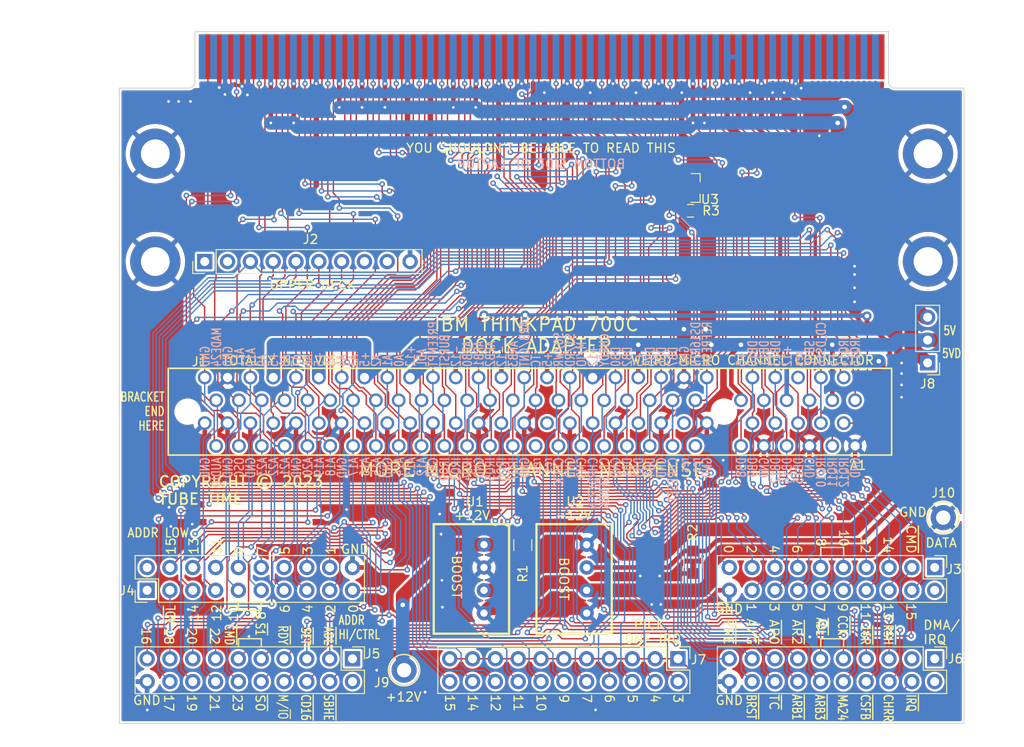
<source format=kicad_pcb>
(kicad_pcb (version 20211014) (generator pcbnew)
  (title_block (title "Thinkpad 700C Dock Slot Adapter") (comment 1 "http://creativecommons.org/licenses/by-sa/4.0/") (comment 2 "4.0 International License. To view a copy of the license, visit ") (comment 3 "This work is licensed under the Creative Commons Attribution-ShareAlike") (comment 4 "Copyright (C) 2023 Tube Time"))
  (layers (0 "F.Cu" signal) (31 "B.Cu" signal) (34 "B.Paste" user) (35 "F.Paste" user) (36 "B.SilkS" user "B.Silkscreen") (37 "F.SilkS" user "F.Silkscreen") (38 "B.Mask" user) (39 "F.Mask" user) (44 "Edge.Cuts" user))
  (net 0 "")
  (net 1 "/~{CD_SETUP}")
  (net 2 "/MADE24")
  (net 3 "GND")
  (net 4 "/A11")
  (net 5 "/A10")
  (net 6 "/A9")
  (net 7 "+5C")
  (net 8 "/A8")
  (net 9 "/A7")
  (net 10 "/A6")
  (net 11 "/A5")
  (net 12 "/A4")
  (net 13 "/A3")
  (net 14 "/A2")
  (net 15 "/A1")
  (net 16 "/A0")
  (net 17 "+12V")
  (net 18 "/~{ADL}")
  (net 19 "/~{PREEMPT}")
  (net 20 "/~{BURST}")
  (net 21 "-12V")
  (net 22 "/~{ARB0}")
  (net 23 "/~{ARB1}")
  (net 24 "/~{ARB2}")
  (net 25 "/~{ARB3}")
  (net 26 "/ARB{slash}~{GNT}")
  (net 27 "/~{TC}")
  (net 28 "/S0{slash}~{WR}")
  (net 29 "/S1{slash}~{RD}")
  (net 30 "/M{slash}~{IO}")
  (net 31 "/~{CHRDY}")
  (net 32 "/DB0")
  (net 33 "/DB2")
  (net 34 "/DB5")
  (net 35 "/DB6")
  (net 36 "/DB7")
  (net 37 "/~{DS16RTN}")
  (net 38 "/~{REFRESH}")
  (net 39 "/DB10")
  (net 40 "/DB11")
  (net 41 "/DB13")
  (net 42 "/~{SBHE}")
  (net 43 "/~{CD_DS16}")
  (net 44 "/~{IRQ14}")
  (net 45 "/~{IRQ15}")
  (net 46 "/AUDIO")
  (net 47 "/OSC")
  (net 48 "/A23")
  (net 49 "/A22")
  (net 50 "/A21")
  (net 51 "/A20")
  (net 52 "/A19")
  (net 53 "/A18")
  (net 54 "/A17")
  (net 55 "/A16")
  (net 56 "/A15")
  (net 57 "/A14")
  (net 58 "/A13")
  (net 59 "/A12")
  (net 60 "/~{IRQ9}")
  (net 61 "/~{IRQ3}")
  (net 62 "/~{IRQ4}")
  (net 63 "/~{IRQ5}")
  (net 64 "/~{IRQ6}")
  (net 65 "/~{IRQ7}")
  (net 66 "/~{CHCK}")
  (net 67 "/~{CMD}")
  (net 68 "/CHRDYRTN")
  (net 69 "/~{CD_SFDBK}")
  (net 70 "/DB1")
  (net 71 "/DB3")
  (net 72 "/DB4")
  (net 73 "/CHRST")
  (net 74 "/DB8")
  (net 75 "/DB9")
  (net 76 "/DB12")
  (net 77 "/DB14")
  (net 78 "/DB15")
  (net 79 "/~{IRQ10}")
  (net 80 "/~{IRQ11}")
  (net 81 "/~{IRQ12}")
  (net 95 "+5VD")
  (net 96 "+5V")
  (net 120 "/~{IRQ}")
  (footprint "Active:DCDC_ITR03" (layer "F.Cu") (at 132.08 106.1212 90)
    (fp_text reference "U1")
    (fp_text value "DCDC_ITR03")
  )
  (footprint "Connector_PinHeader_2.54mm:PinHeader_2x10_P2.54mm_Vertical" (layer "F.Cu") (at 182.245 115.0112 -90)
    (fp_text reference "J6")
    (fp_text value "HPLA_PORT")
  )
  (footprint "Connector_PinHeader_2.54mm:PinHeader_1x10_P2.54mm_Vertical" (layer "F.Cu") (at 101 70.8 90)
    (fp_text reference "J2")
    (fp_text value "UPPER" hide)
  )
  (footprint "Active:SOT95P230X117-3" (layer "F.Cu") (at 155.362 62.61)
    (fp_text reference "U3")
    (fp_text value "MAX810LTRG")
  )
  (footprint "TestPoint:TestPoint_Keystone_5005-5009_Compact" (layer "F.Cu") (at 183.2 99.3)
    (fp_text reference "J10")
    (fp_text value "GND" hide)
  )
  (footprint "700CDock:DockFootprint" (layer "F.Cu") (at 138.5 48.006)
    (fp_text reference "J100" hide)
    (fp_text value "Conn_02x60" hide)
  )
  (footprint "Passive:RESC2012X55" (layer "F.Cu") (at 155.321 104.267 90)
    (fp_text reference "R2")
    (fp_text value "680")
  )
  (footprint "Connector_PinHeader_2.54mm:PinHeader_2x11_P2.54mm_Vertical" (layer "F.Cu") (at 153.67 115.0062 -90)
    (fp_text reference "J7")
    (fp_text value "IRQ")
  )
  (footprint "Passive:RESC2012X55" (layer "F.Cu") (at 136.398 102.362 -90)
    (fp_text reference "R1")
    (fp_text value "680")
  )
  (footprint "Active:DCDC_ITR03" (layer "F.Cu") (at 143.51 106.1212 90)
    (fp_text reference "U2")
    (fp_text value "DCDC_ITR03")
  )
  (footprint "Connector_PinHeader_2.54mm:PinHeader_1x03_P2.54mm_Vertical" (layer "F.Cu") (at 181.4576 82.0778 180)
    (fp_text reference "J8")
    (fp_text value "5V")
  )
  (footprint "MountingHole:MountingHole_3.2mm_M3_DIN965_Pad" (layer "F.Cu") (at 95.5 70.8)
    (fp_text reference "H3" hide)
    (fp_text value "MountingHole_Pad" hide)
  )
  (footprint "Connector_PinHeader_2.54mm:PinHeader_2x10_P2.54mm_Vertical" (layer "F.Cu") (at 182.245 104.8512 -90)
    (fp_text reference "J3")
    (fp_text value "HPLA_PORT")
  )
  (footprint "TestPoint:TestPoint_Keystone_5005-5009_Compact" (layer "F.Cu") (at 123.19 116.2812)
    (fp_text reference "J9")
    (fp_text value "EXT_12V" hide)
  )
  (footprint "Conn:SLOT_MCA_16BIT" (layer "F.Cu") (at 101 83.7 180)
    (fp_text reference "J1")
    (fp_text value "BUS_MCA")
  )
  (footprint "Connector_PinHeader_2.54mm:PinHeader_2x10_P2.54mm_Vertical" (layer "F.Cu") (at 117.4496 115.0112 -90)
    (fp_text reference "J5")
    (fp_text value "HPLA_PORT")
  )
  (footprint "Passive:RESC1608X55" (layer "F.Cu") (at 155.067 65.151)
    (fp_text reference "R3")
    (fp_text value "4.7K")
  )
  (footprint "MountingHole:MountingHole_3.2mm_M3_DIN965_Pad" (layer "F.Cu") (at 95.5 58.8)
    (fp_text reference "H1" hide)
    (fp_text value "MountingHole_Pad" hide)
  )
  (footprint "Connector_PinHeader_2.54mm:PinHeader_2x10_P2.54mm_Vertical" (layer "F.Cu") (at 94.5896 107.3912 90)
    (fp_text reference "J4")
    (fp_text value "HPLA_PORT")
  )
  (footprint "MountingHole:MountingHole_3.2mm_M3_DIN965_Pad" (layer "F.Cu") (at 181.5 70.8)
    (fp_text reference "H4" hide)
    (fp_text value "MountingHole_Pad" hide)
  )
  (footprint "MountingHole:MountingHole_3.2mm_M3_DIN965_Pad" (layer "F.Cu") (at 181.5 58.8)
    (fp_text reference "H2" hide)
    (fp_text value "MountingHole_Pad" hide)
  )
  (gr_line (start 107.2846 109.6214) (end 107.2846 108.7324) (layer "F.SilkS") (width 0.15))
  (gr_line (start 169.5754 102.621) (end 169.5754 103.51) (layer "F.SilkS") (width 0.15))
  (gr_line (start 169.5754 112.781) (end 169.5754 113.67) (layer "F.SilkS") (width 0.15))
  (gr_line (start 104.7546 112.781) (end 107.2946 112.781) (layer "F.SilkS") (width 0.15))
  (gr_line (start 172.1154 102.621) (end 172.1154 103.51) (layer "F.SilkS") (width 0.15))
  (gr_line (start 107.2846 109.6214) (end 104.7446 109.6214) (layer "F.SilkS") (width 0.15))
  (gr_line (start 104.7446 109.6214) (end 104.7446 108.7324) (layer "F.SilkS") (width 0.15))
  (gr_line (start 172.1154 112.781) (end 172.1154 113.67) (layer "F.SilkS") (width 0.15))
  (gr_line (start 104.7546 112.781) (end 104.7546 113.67) (layer "F.SilkS") (width 0.15))
  (gr_line (start 169.5754 112.781) (end 172.1154 112.781) (layer "F.SilkS") (width 0.15))
  (gr_line (start 107.2946 112.781) (end 107.2946 113.67) (layer "F.SilkS") (width 0.15))
  (gr_line (start 169.5754 102.621) (end 172.1154 102.621) (layer "F.SilkS") (width 0.15))
  (gr_line (start 99.900001 45.199999) (end 138.500001 45.199999) (layer "Edge.Cuts") (width 0.1))
  (gr_line (start 185.500001 122.2) (end 91.500001 122.2) (layer "Edge.Cuts") (width 0.1))
  (gr_line (start 177.800001 51.499999) (end 185.500001 51.499999) (layer "Edge.Cuts") (width 0.1))
  (gr_arc (start 99.900001 50.799999) (mid 99.694976 51.294974) (end 99.200001 51.499999) (layer "Edge.Cuts") (width 0.1))
  (gr_line (start 177.100001 45.199999) (end 177.100001 50.799999) (layer "Edge.Cuts") (width 0.1))
  (gr_line (start 99.900001 45.199999) (end 99.900001 50.799999) (layer "Edge.Cuts") (width 0.1))
  (gr_line (start 91.500001 51.499999) (end 99.200001 51.499999) (layer "Edge.Cuts") (width 0.1))
  (gr_line (start 91.500001 51.499999) (end 91.500001 122.2) (layer "Edge.Cuts") (width 0.1))
  (gr_line (start 177.100001 45.199999) (end 138.500001 45.199999) (layer "Edge.Cuts") (width 0.1))
  (gr_line (start 185.500001 51.499999) (end 185.500001 122.2) (layer "Edge.Cuts") (width 0.1))
  (gr_arc (start 177.800001 51.499999) (mid 177.305026 51.294974) (end 177.100001 50.799999) (layer "Edge.Cuts") (width 0.1))
  (gr_text "SBHE" (at 168.3512 82.6008 90) (layer "B.SilkS") (effects (font (size 1 0.75)) (justify right mirror)))
  (gr_text "GND" (at 168.3512 92.5068 90) (layer "B.SilkS") (effects (font (size 1 0.75)) (justify left mirror)))
  (gr_text "A23" (at 107.3912 92.5068 90) (layer "B.SilkS") (effects (font (size 1 0.75)) (justify left mirror)))
  (gr_text "BOTTOM SIDE OF LAPTOP" (at 138.43 59.944) (layer "B.SilkS") (effects (font (size 1 1)) (justify mirror)))
  (gr_text "A14" (at 122.6312 92.5068 90) (layer "B.SilkS") (effects (font (size 1 0.75)) (justify left mirror)))
  (gr_text "A19" (at 113.7412 92.5068 90) (layer "B.SilkS") (effects (font (size 1 0.75)) (justify left mirror)))
  (gr_text "-12" (at 134.0612 82.6008 90) (layer "B.SilkS") (effects (font (size 1 0.75)) (justify right mirror)))
  (gr_text "IRQ3" (at 128.9812 92.5068 90) (layer "B.SilkS") (effects (font (size 1 0.75)) (justify left mirror)))
  (gr_text "CHRDYRTN" (at 144.2212 92.5068 90) (layer "B.SilkS") (effects (font (size 1 0.75)) (justify left mirror)))
  (gr_text "TC" (at 137.8712 82.6008 90) (layer "B.SilkS") (effects (font (size 1 0.75)) (justify right mirror)))
  (gr_text "ARB2" (at 132.7912 82.6008 90) (layer "B.SilkS") (effects (font (size 1 0.75)) (justify right mirror)))
  (gr_text "ARB0" (at 130.2512 82.6008 90) (layer "B.SilkS") (effects (font (size 1 0.75)) (justify right mirror)))
  (gr_text "GND" (at 163.2712 92.5068 90) (layer "B.SilkS") (effects (font (size 1 0.75)) (justify left mirror)))
  (gr_text "ADL" (at 125.1712 82.6008 90) (layer "B.SilkS") (effects (font (size 1 0.75)) (justify right mirror)))
  (gr_text "GND" (at 106.1212 92.5068 90) (layer "B.SilkS") (effects (font (size 1 0.75)) (justify left mirror)))
  (gr_text "GND" (at 173.4312 92.5068 90) (layer "B.SilkS") (effects (font (size 1 0.75)) (justify left mirror)))
  (gr_text "A4" (at 116.2812 82.6008 90) (layer "B.SilkS") (effects (font (size 1 0.75)) (justify right mirror)))
  (gr_text "CHCK" (at 140.4112 92.5068 90) (layer "B.SilkS") (effects (font (size 1 0.75)) (justify left mirror)))
  (gr_text "+5" (at 149.3012 82.6008 90) (layer "B.SilkS") (effects (font (size 1 0.75)) (justify right mirror)))
  (gr_text "A9" (at 107.3912 82.6008 90) (layer "B.SilkS") (effects (font (size 1 0.75)) (justify right mirror)))
  (gr_text "res" (at 154.3812 92.5068 90) (layer "B.SilkS") (effects (font (size 1 0.75)) (justify left mirror)))
  (gr_text "A7" (at 111.2012 82.6008 90) (layer "B.SilkS") (effects (font (size 1 0.75)) (justify right mirror)))
  (gr_text "+12" (at 165.8112 82.6008 90) (layer "B.SilkS") (effects (font (size 1 0.75)) (justify right mirror)))
  (gr_text "GND" (at 101.0412 82.6008 90) (layer "B.SilkS") (effects (font (size 1 0.75)) (justify right mirror)))
  (gr_text "+5" (at 170.8912 82.6008 90) (layer "B.SilkS") (effects (font (size 1 0.75)) (justify right mirror)))
  (gr_text "+5" (at 139.1412 82.6008 90) (layer "B.SilkS") (effects (font (size 1 0.75)) (justify right mirror)))
  (gr_text "GND" (at 103.5812 82.6008 90) (layer "B.SilkS") (effects (font (size 1 0.75)) (justify right mirror)))
  (gr_text "res" (at 167.0812 82.6008 90) (layer "B.SilkS") (effects (font (size 1 0.75)) (justify right mirror)))
  (gr_text "BURST" (at 127.7112 82.6008 90) (layer "B.SilkS") (effects (font (size 1 0.75)) (justify right mirror)))
  (gr_text "-12" (at 128.9812 82.6008 90) (layer "B.SilkS") (effects (font (size 1 0.75)) (justify right mirror)))
  (gr_text "A0" (at 122.6312 82.6008 90) (layer "B.SilkS") (effects (font (size 1 0.75)) (justify right mirror)))
  (gr_text "DB8" (at 160.7312 92.5068 90) (layer "B.SilkS") (effects (font (size 1 0.75)) (justify left mirror)))
  (gr_text "CHRDY" (at 145.4912 82.6008 90) (layer "B.SilkS") (effects (font (size 1 0.75)) (justify right mirror)))
  (gr_text "OSC" (at 104.8512 92.5068 90) (layer "B.SilkS") (effects (font (size 1 0.75)) (justify left mirror)))
  (gr_text "A6" (at 112.4712 82.6008 90) (layer "B.SilkS") (effects (font (size 1 0.75)) (justify right mirror)))
  (gr_text "IRQ6" (at 134.0612 92.5068 90) (layer "B.SilkS") (effects (font (size 1 0.75)) (justify left mirror)))
  (gr_text "A12" (at 125.1712 92.5068 90) (layer "B.SilkS") (effects (font (size 1 0.75)) (justify left mirror)))
  (gr_text "IRQ10" (at 169.6212 92.5068 90) (layer "B.SilkS") (effects (font (size 1 0.75)) (justify left mirror)))
  (gr_text "DB1" (at 148.0312 92.5068 90) (layer "B.SilkS") (effects (font (size 1 0.75)) (justify left mirror)))
  (gr_text "DB2" (at 148.0312 82.6008 90) (layer "B.SilkS") (effects (font (size 1 0.75)) (justify right mirror)))
  (gr_text "A15" (at 120.0912 92.5068 90) (layer "B.SilkS") (effects (font (size 1 0.75)) (justify left mirror)))
  (gr_text "GND" (at 121.3612 92.5068 90) (layer "B.SilkS") (effects (font (size 1 0.75)) (justify left mirror)))
  (gr_text "DB10" (at 162.0012 82.6008 90) (layer "B.SilkS") (effects (font (size 1 0.75)) (justify right mirror)))
  (gr_text "CD_SFDBK" (at 145.4912 92.5068 90) (layer "B.SilkS") (effects (font (size 1 0.75)) (justify left mirror)))
  (gr_text "IRQ15" (at 173.4312 82.6008 90) (layer "B.SilkS") (effects (font (size 1 0.75)) (justify right mirror)))
  (gr_text "DS16RTN" (at 155.6512 82.6008 90) (layer "B.SilkS") (effects (font (size 1 0.75)) (justify right mirror)))
  (gr_text "res" (at 155.6512 92.5068 90) (layer "B.SilkS") (effects (font (size 1 0.75)) (justify left mirror)))
  (gr_text "GND" (at 136.6012 92.5068 90) (layer "B.SilkS") (effects (font (size 1 0.75)) (justify left mirror)))
  (gr_text "IRQ7" (at 135.3312 92.5068 90) (layer "B.SilkS") (effects (font (size 1 0.75)) (justify left mirror)))
  (gr_text "+12" (at 123.9012 82.6008 90) (layer "B.SilkS") (effects (font (size 1 0.75)) (justify right mirror)))
  (gr_text "res" (at 139.1412 92.5068 90) (layer "B.SilkS") (effects (font (size 1 0.75)) (justify left mirror)))
  (gr_text "A8" (at 109.9312 82.6008 90) (layer "B.SilkS") (effects (font (size 1 0.75)) (justify right mirror)))
  (gr_text "CD_DS16" (at 169.6212 82.6008 90) (layer "B.SilkS") (effects (font (size 1 0.75)) (justify right mirror)))
  (gr_text "GND" (at 154.3812 82.6008 90) (layer "B.SilkS") (effects (font (size 1 0.75)) (justify right mirror)))
  (gr_text "+5" (at 118.8212 82.6008 90) (layer "B.SilkS") (effects (font (size 1 0.75)) (justify right mirror)))
  (gr_text "A16" (at 118.8212 92.5068 90) (layer "B.SilkS") (effects (font (size 1 0.75)) (justify left mirror)))
  (gr_text "A17" (at 117.5512 92.5068 90) (layer "B.SilkS") (effects (font (size 1 0.75)) (justify left mirror)))
  (gr_text "IRQ5" (at 132.7912 92.5068 90) (layer "B.SilkS") (effects (font (size 1 0.75)) (justify left mirror)))
  (gr_text "+5" (at 160.7312 82.6008 90) (layer "B.SilkS") (effects (font (size 1 0.75)) (justify right mirror)))
  (gr_text "A10" (at 106.1212 82.6008 90) (layer "B.SilkS") (effects (font (size 1 0.75)) (justify right mirror)))
  (gr_text "A13" (at 123.9012 92.5068 90) (layer "B.SilkS") (effects (font (size 1 0.75)) (justify left mirror)))
  (gr_text "GND" (at 116.2812 92.5068 90) (layer "B.SilkS") (effects (font (size 1 0.75)) (justify left mirror)))
  (gr_text "GND" (at 141.6812 92.5068 90) (layer "B.SilkS") (effects (font (size 1 0.75)) (justify left mirror)))
  (gr_text "MADE24" (at 102.3112 82.6008 90) (layer "B.SilkS") (effects (font (size 1 0.75)) (justify right mirror)))
  (gr_text "+5" (at 113.7412 82.6008 90) (layer "B.SilkS") (effects (font (size 1 0.75)) (justify right mirror)))
  (gr_text "IRQ9" (at 127.7112 92.5068 90) (layer "B.SilkS") (effects (font (size 1 0.75)) (justify left mirror)))
  (gr_text "PREEMPT" (at 126.4412 82.6008 90) (layer "B.SilkS") (effects (font (size 1 0.75)) (justify right mirror)))
  (gr_text "GND" (at 131.5212 92.5068 90) (layer "B.SilkS") (effects (font (size 1 0.75)) (justify left mirror)))
  (gr_text "+5" (at 108.6612 82.6008 90) (layer "B.SilkS") (effects (font (size 1 0.75)) (justify right mirror)))
  (gr_text "A21" (at 109.9312 92.5068 90) (layer "B.SilkS") (effects (font (size 1 0.75)) (justify left mirror)))
  (gr_text "res" (at 137.8712 92.5068 90) (layer "B.SilkS") (effects (font (size 1 0.75)) (justify left mirror)))
  (gr_text "ARB3" (at 135.3312 82.6008 90) (layer "B.SilkS") (effects (font (size 1 0.75)) (justify right mirror)))
  (gr_text "M/IO" (at 142.9512 82.6008 90) (layer "B.SilkS") (effects (font (size 1 0.75)) (justify right mirror)))
  (gr_text "DB9" (at 162.0012 92.5068 90) (layer "B.SilkS") (effects (font (size 1 0.75)) (justify left mirror)))
  (gr_text "A18" (at 115.0112 92.5068 90) (layer "B.SilkS") (effects (font (size 1 0.75)) (justify left mirror)))
  (gr_text "DB11" (at 163.2712 82.6008 90) (layer "B.SilkS") (effects (font (size 1 0.75)) (justify right mirror)))
  (gr_text "GND" (at 101.0412 92.5068 90) (layer "B.SilkS") (effects (font (size 1 0.75)) (justify left mirror)))
  (gr_text "CHRESET" (at 153.1112 92.5068 90) (layer "B.SilkS") (effects (font (size 1 0.75)) (justify left mirror)))
  (gr_text "DB4" (at 150.5712 92.5068 90) (layer "B.SilkS") (effects (font (size 1 0.75)) (justify left mirror)))
  (gr_text "GND" (at 103.5812 92.5068 90) (layer "B.SilkS") (effects (font (size 1 0.75)) (justify left mirror)))
  (gr_text "A3" (at 117.5512 82.6008 90) (layer "B.SilkS") (effects (font (size 1 0.75)) (justify right mirror)))
  (gr_text "IRQ14" (at 172.1612 82.6008 90) (layer "B.SilkS") (effects (font (size 1 0.75)) (justify right mirror)))
  (gr_text "S0/WR" (at 140.4112 82.6008 90) (layer "B.SilkS") (effects (font (size 1 0.75)) (justify right mirror)))
  (gr_text "DB13" (at 164.5412 82.6008 90) (layer "B.SilkS") (effects (font (size 1 0.75)) (justify right mirror)))
  (gr_text "DB7" (at 153.1112 82.6008 90) (layer "B.SilkS") (effects (font (size 1 0.75)) (justify right mirror)))
  (gr_text "GND" (at 111.2012 92.5068 90) (layer "B.SilkS") (effects (font (size 1 0.75)) (justify left mirror)))
  (gr_text "AUDIO" (at 102.3112 92.5068 90) (layer "B.SilkS") (effects (font (size 1 0.75)) (justify left mirror)))
  (gr_text "IRQ4" (at 130.2512 92.5068 90) (layer "B.SilkS") (effects (font (size 1 0.75)) (justify left mirror)))
  (gr_text "DB6" (at 151.8412 82.6008 90) (layer "B.SilkS") (effects (font (size 1 0.75)) (justify right mirror)))
  (gr_text "DB14" (at 165.8112 92.5068 90) (layer "B.SilkS") (effects (font (size 1 0.75)) (justify left mirror)))
  (gr_text "GND" (at 151.8412 92.5068 90) (layer "B.SilkS") (effects (font (size 1 0.75)) (justify left mirror)))
  (gr_text "+12" (at 144.2212 82.6008 90) (layer "B.SilkS") (effects (font (size 1 0.75)) (justify right mirror)))
  (gr_text "IRQ11" (at 170.8912 92.5068 90) (layer "B.SilkS") (effects (font (size 1 0.75)) (justify left mirror)))
  (gr_text "GND" (at 146.7612 92.5068 90) (layer "B.SilkS") (effects (font (size 1 0.75)) (justify left mirror)))
  (gr_text "A11" (at 104.8512 82.6008 90) (layer "B.SilkS") (effects (font (size 1 0.75)) (justify right mirror)))
  (gr_text "DB3" (at 149.3012 92.5068 90) (layer "B.SilkS") (effects (font (size 1 0.75)) (justify left mirror)))
  (gr_text "DB12" (at 164.5412 92.5068 90) (layer "B.SilkS") (effects (font (size 1 0.75)) (justify left mirror)))
  (gr_text "DB15" (at 167.0812 92.5068 90) (layer "B.SilkS") (effects (font (size 1 0.75)) (justify left mirror)))
  (gr_text "A2" (at 120.0912 82.6008 90) (layer "B.SilkS") (effects (font (size 1 0.75)) (justify right mirror)))
  (gr_text "ARB/GNT" (at 136.6012 82.6008 90) (layer "B.SilkS") (effects (font (size 1 0.75)) (justify right mirror)))
  (gr_text "S1/RD" (at 141.6812 82.6008 90) (layer "B.SilkS") (effects (font (size 1 0.75)) (justify right mirror)))
  (gr_text "CMD" (at 142.9512 92.5068 90) (layer "B.SilkS") (effects (font (size 1 0.75)) (justify left mirror)))
  (gr_text "ARB1" (at 131.5212 82.6008 90) (layer "B.SilkS") (effects (font (size 1 0.75)) (justify right mirror)))
  (gr_text "IRQ12" (at 172.1612 92.5068 90) (layer "B.SilkS") (effects (font (size 1 0.75)) (justify left mirror)))
  (gr_text "GND" (at 156.9212 92.5068 90) (layer "B.SilkS") (effects (font (size 1 0.75)) (justify left mirror)))
  (gr_text "A5" (at 115.0112 82.6008 90) (layer "B.SilkS") (effects (font (size 1 0.75)) (justify right mirror)))
  (gr_text "DB5" (at 150.5712 82.6008 90) (layer "B.SilkS") (effects (font (size 1 0.75)) (justify right mirror)))
  (gr_text "GND" (at 126.4412 92.5068 90) (layer "B.SilkS") (effects (font (size 1 0.75)) (justify left mirror)))
  (gr_text "A1" (at 121.3612 82.6008 90) (layer "B.SilkS") (effects (font (size 1 0.75)) (justify right mirror)))
  (gr_text "A20" (at 112.4712 92.5068 90) (layer "B.SilkS") (effects (font (size 1 0.75)) (justify left mirror)))
  (gr_text "DB0" (at 146.7612 82.6008 90) (layer "B.SilkS") (effects (font (size 1 0.75)) (justify right mirror)))
  (gr_text "A22" (at 108.6612 92.5068 90) (layer "B.SilkS") (effects (font (size 1 0.75)) (justify left mirror)))
  (gr_text "REFRESH" (at 156.9212 82.6008 90) (layer "B.SilkS") (effects (font (size 1 0.75)) (justify right mirror)))
  (gr_text "~{CMD}" (at 103.7336 113.5888 270) (layer "F.SilkS") (effects (font (size 1 0.75)) (justify right)))
  (gr_text "7" (at 143.51 118.872 270) (layer "F.SilkS") (effects (font (size 1 1)) (justify left)))
  (gr_text "0" (at 159.2884 103.383 270) (layer "F.SilkS") (effects (font (size 1 1)) (justify right)))
  (gr_text "~{ARB1}" (at 166.9084 118.877 270) (layer "F.SilkS") (effects (font (size 1 0.75)) (justify left)))
  (gr_text "~{S0}" (at 107.1676 118.877 270) (layer "F.SilkS") (effects (font (size 1 1)) (justify left)))
  (gr_text "13" (at 177.0684 108.7212 270) (layer "F.SilkS") (effects (font (size 1 1)) (justify left)))
  (gr_text "-12V" (at 139.954 99.06) (layer "F.SilkS") (effects (font (size 1 1)) (justify left)))
  (gr_text "6" (at 146.05 118.872 270) (layer "F.SilkS") (effects (font (size 1 1)) (justify left)))
  (gr_text "5V" (at 183.134 78.486) (layer "F.SilkS") (effects (font (size 1 0.75)) (justify left)))
  (gr_text "14" (at 99.7916 108.8594 90) (layer "F.SilkS") (effects (font (size 1 1)) (justify right)))
  (gr_text "M/~{IO}" (at 109.7076 118.877 270) (layer "F.SilkS") (effects (font (size 1 0.75) (thickness 0.125)) (justify left)))
  (gr_text "BOOST" (at 129.032 105.918 270) (layer "F.SilkS") (effects (font (size 1 1))))
  (gr_text "YOU SHOULDN'T BE ABLE TO READ THIS" (at 138.43 58.166) (layer "F.SilkS") (effects (font (size 1 1))))
  (gr_text "MA24" (at 171.9884 118.877 270) (layer "F.SilkS") (effects (font (size 1 0.75)) (justify left)))
  (gr_text "12" (at 133.35 118.872 270) (layer "F.SilkS") (effects (font (size 1 1)) (justify left)))
  (gr_text "BOOST" (at 140.97 106.1212 270) (layer "F.SilkS") (effects (font (size 1 1))))
  (gr_text "~{CD16}" (at 112.2476 118.877 270) (layer "F.SilkS") (effects (font (size 1 0.75)) (justify left)))
  (gr_text "3" (at 153.67 118.8762 270) (layer "F.SilkS") (effects (font (size 1 1)) (justify left)))
  (gr_text "3" (at 164.3684 108.717 270) (layer "F.SilkS") (effects (font (size 1 1)) (justify left)))
  (gr_text "+12V" (at 121.031 119.253) (layer "F.SilkS") (effects (font (size 1 1)) (justify left)))
  (gr_text "10" (at 172.1154 102.621 270) (layer "F.SilkS") (effects (font (size 1 1)) (justify right)))
  (gr_text "13" (at 99.7916 103.5212 90) (layer "F.SilkS") (effects (font (size 1 1)) (justify left)))
  (gr_text "GND" (at 157.7644 109.479) (layer "F.SilkS") (effects (font (size 1 1)) (justify left)))
  (gr_text "7" (at 107.4116 103.5254 90) (layer "F.SilkS") (effects (font (size 1 1)) (justify left)))
  (gr_text "DATA" (at 181.1324 102.113) (layer "F.SilkS") (effects (font (size 1 1)) (justify left)))
  (gr_text "9" (at 140.97 118.872 270) (layer "F.SilkS") (effects (font (size 1 1)) (justify left)))
  (gr_text "7" (at 169.4484 108.717 270) (layer "F.SilkS") (effects (font (size 1 1)) (justify left)))
  (gr_text "3" (at 112.4916 103.5254 90) (layer "F.SilkS") (effects (font (size 1 1)) (justify left)))
  (gr_text "A/~{G}" (at 161.8284 113.543 270) (layer "F.SilkS") (effects (font (size 1 1)) (justify right)))
  (gr_text "20" (at 99.5476 113.543 270) (layer "F.SilkS") (effects (font (size 1 1)) (justify right)))
  (gr_text "0" (at 117.5716 108.8594 90) (layer "F.SilkS") (effects (font (size 1 1)) (justify right)))
  (gr_text "2" (at 161.8284 103.383 270) (layer "F.SilkS") (effects (font (size 1 1)) (justify right)))
  (gr_text "UPPER DECK" (at 113.03 73.406) (layer "F.SilkS") (effects (font (size 1 1))))
  (gr_text "GND" (at 178.2 98.7) (layer "F.SilkS") (effects (font (size 1 1)) (justify left)))
  (gr_text "15" (at 179.6084 108.7212 270) (layer "F.SilkS") (effects (font (size 1 1)) (justify left)))
  (gr_text "1" (at 161.8284 108.717 270) (layer "F.SilkS") (effects (font (size 1 1)) (justify left)))
  (gr_text "~{16R}" (at 174.5284 113.543 270) (layer "F.SilkS") (effects (font (size 1 0.75)) (justify right)))
  (gr_text "6" (at 109.9516 108.8594 90) (layer "F.SilkS") (effects (font (size 1 1)) (justify right)))
  (gr_text "MORE MICRO CHANNEL NONSENSE" (at 137.414 93.98) (layer "F.SilkS") (effects (font (size 1.5 1.5) (thickness 0.2))))
  (gr_text "~{CMD}" (at 179.6084 103.383 270) (layer "F.SilkS") (effects (font (size 1 1)) (justify right)))
  (gr_text "5VD" (at 182.9816 81.026) (layer "F.SilkS") (effects (font (size 1 0.75)) (justify left)))
  (gr_text "14" (at 130.81 118.872 270) (layer "F.SilkS") (effects (font (size 1 1)) (justify left)))
  (gr_text "8" (at 107.2846 109.6214 90) (layer "F.SilkS") (effects (font (size 1 1)) (justify right)))
  (gr_text "~{S1}" (at 107.1676 112.527 270) (layer "F.SilkS") (effects (font (size 1 0.75)) (justify right)))
  (gr_text "~{IRQ}" (at 179.6084 118.877 270) (layer "F.SilkS") (effects (font (size 1 0.75)) (justify left)))
  (gr_text "11" (at 102.3316 103.5212 90) (layer "F.SilkS") (effects (font (size 1 1)) (justify left)))
  (gr_text "ADDR LOW" (at 92.3036 100.9904) (layer "F.SilkS") (effects (font (size 1 0.9)) (justify left)))
  (gr_text "2" (at 115.0316 108.8594 90) (layer "F.SilkS") (effects (font (size 1 1)) (justify right)))
  (gr_text "19" (at 99.5476 118.8812 270) (layer "F.SilkS") (effects (font (size 1 1)) (justify left)))
  (gr_text "A1" (at 172.72 93.472) (layer "F.SilkS") (effects (font (size 1 1)) (justify left)))
  (gr_text "~{CSFB}" (at 174.5284 118.877 270) (layer "F.SilkS") (effects (font (size 1 0.75)) (justify left)))
  (gr_text "~{PRE}" (at 159.2884 113.543 270) (layer "F.SilkS") (effects (font (size 1 1)) (justify right)))
  (gr_text "17" (at 97.0076 118.8812 270) (layer "F.SilkS") (effects (font (size 1 1)) (justify left)))
  (gr_text "4" (at 112.4916 108.8594 90) (layer "F.SilkS") (effects (font (size 1 1)) (justify right)))
  (gr_text "~{SBHE}" (at 114.7876 118.877 270) (layer "F.SilkS") (effects (font (size 1 0.75)) (justify left)))
  (gr_text "22" (at 102.0876 113.543 270) (layer "F.SilkS") (effects (font (size 1 1)) (justify right)))
  (gr_text "16" (at 94.4676 113.543 270) (layer "F.SilkS") (effects (font (size 1 1)) (justify right)))
  (gr_text "1" (at 115.0316 103.5254 90) (layer "F.SilkS") (effects (font (size 1 1)) (justify left)))
  (gr_text "23" (at 104.6276 118.877 270) (layer "F.SilkS") (effects (font (size 1 1)) (justify left)))
  (gr_text "GND" (at 157.7644 119.639) (layer "F.SilkS") (effects (font (size 1 1)) (justify left)))
  (gr_text "ADDR \nHI/CTRL" (at 115.8036 111.511) (layer "F.SilkS") (effects (font (size 1 0.75)) (justify left)))
  (gr_text "TOTALLY NOT VLB" (at 109.4232 81.8388) (layer "F.SilkS") (effects (font (size 1 1))))
  (gr_text "GND" (at 116.078 102.8192) (layer "F.SilkS") (effects (font (size 1 1)) (justify left)))
  (gr_text "~{RDY}" (at 109.7076 113.543 270) (layer "F.SilkS") (effects (font (size 1 0.75)) (justify right)))
  (gr_text "14" (at 177.0684 103.383 270) (layer "F.SilkS") (effects (font (size 1 1)) (justify right)))
  (gr_text "11" (at 135.89 118.872 270) (layer "F.SilkS") (effects (font (size 1 1)) (justify left)))
  (gr_text "6" (at 166.9084 103.383 270) (layer "F.SilkS") (effects (font (size 1 1)) (justify right)))
  (gr_text "~{SET}" (at 112.2476 113.543 270) (layer "F.SilkS") (effects (font (size 1 0.75)) (justify right)))
  (gr_text "WEIRD MICRO CHANNEL CONNECTOR" (at 161.9504 81.788) (layer "F.SilkS") (effects (font (size 1 1))))
  (gr_text "~{ADL}" (at 97.2312 108.966 90) (layer "F.SilkS") (effects (font (size 1 0.75)) (justify right)))
  (gr_text "COPYRIGHT © 2023\nTUBE TIME" (at 95.758 96.266) (layer "F.SilkS") (effects (font (size 1.2 1.2) (thickness 0.2)) (justify left)))
  (gr_text "9" (at 104.8716 103.5212 90) (layer "F.SilkS") (effects (font (size 1 1)) (justify left)))
  (gr_text "+12V" (at 128.651 99.06) (layer "F.SilkS") (effects (font (size 1 1)) (justify left)))
  (gr_text "5" (at 109.9516 103.5254 90) (layer "F.SilkS") (effects (font (size 1 1)) (justify left)))
  (gr_text "10" (at 104.1908 108.8644 90) (layer "F.SilkS") (effects (font (size 1 1)) (justify right)))
  (gr_text "PICK \nONE IRQ" (at 150.876 112.014) (layer "F.SilkS") (effects (font (size 1 1))))
  (gr_text "15" (at 97.2516 103.5212 90) (layer "F.SilkS") (effects (font (size 1 1)) (justify left)))
  (gr_text "~{RSH}" (at 177.0684 113.543 270) (layer "F.SilkS") (effects (font (size 1 0.75)) (justify right)))
  (gr_text "~{ADL}" (at 169.5754 112.527 270) (layer "F.SilkS") (effects (font (size 1 0.75)) (justify right)))
  (gr_text "4" (at 164.3684 103.383 270) (layer "F.SilkS") (effects (font (size 1 1)) (justify right)))
  (gr_text "18" (at 97.0076 113.543 270) (layer "F.SilkS") (effects (font (size 1 1)) (justify right)))
  (gr_text "4" (at 151.13 118.872 270) (layer "F.SilkS") (effects (font (size 1 1)) (justify left)))
  (gr_text "~{CCK}" (at 171.9884 112.527 270) (layer "F.SilkS") (effects (font (size 1 0.75)) (justify right)))
  (gr_text "BRACKET\nEND\nHERE" (at 96.6216 87.4776) (layer "F.SilkS") (effects (font (size 1 0.75)) (justify right)))
  (gr_text "9" (at 171.9884 108.7212 270) (layer "F.SilkS") (effects (font (size 1 1)) (justify left)))
  (gr_text "~{ARB3}" (at 169.4484 118.877 270) (layer "F.SilkS") (effects (font (size 1 0.75)) (justify left)))
  (gr_text "5" (at 166.9084 108.717 270) (layer "F.SilkS") (effects (font (size 1 1)) (justify left)))
  (gr_text "GND" (at 92.9436 119.639) (layer "F.SilkS") (effects (font (size 1 1)) (justify left)))
  (gr_text "~{TC}" (at 164.3684 118.877 270) (layer "F.SilkS") (effects (font (size 1 1)) (justify left)))
  (gr_text "~{AR2}" (at 166.9084 113.543 270) (layer "F.SilkS") (effects (font (size 1 1)) (justify right)))
  (gr_text "DMA/\nIRQ" (at 180.8988 112.0648) (layer "F.SilkS") (effects (font (size 1 1)) (justify left)))
  (gr_text "5" (at 148.59 118.872 270) (layer "F.SilkS") (effects (font (size 1 1)) (justify left)))
  (gr_text "10" (at 138.43 118.872 270) (layer "F.SilkS") (effects (font (size 1 1)) (justify left)))
  (gr_text "~{BRST}" (at 161.8284 118.877 270) (layer "F.SilkS") (effects (font (size 1 0.75)) (justify left)))
  (gr_text "~{ADL}" (at 114.7876 113.543 270) (layer "F.SilkS") (effects (font (size 1 0.75)) (justify right)))
  (gr_text "12" (at 174.5284 103.383 270) (layer "F.SilkS") (effects (font (size 1 1)) (justify right)))
  (gr_text "21" (at 102.0876 118.8812 270) (layer "F.SilkS") (effects (font (size 1 1)) (justify left)))
  (gr_text "8" (at 169.5754 102.621 270) (layer "F.SilkS") (effects (font (size 1 1)) (justify right)))
  (gr_text "CHRR" (at 177.0684 118.877 270) (layer "F.SilkS") (effects (font (size 1 0.75)) (justify left)))
  (gr_text "IBM THINKPAD 700C\nDOCK ADAPTER" (at 137.922 78.994) (layer "F.SilkS") (effects (font (size 1.5 1.5) (thickness 0.2))))
  (gr_text "12" (at 102.3316 108.8594 90) (layer "F.SilkS") (effects (font (size 1 1)) (justify right)))
  (gr_text "~{AR0}" (at 164.3684 113.543 270) (layer "F.SilkS") (effects (font (size 1 1)) (justify right)))
  (gr_text "11" (at 174.5284 108.7212 270) (layer "F.SilkS") (effects (font (size 1 1)) (justify left)))
  (gr_text "15" (at 128.27 118.872 270) (layer "F.SilkS") (effects (font (size 1 1)) (justify left)))
  (segment (start 99.7712 74.6252) (end 99.7712 66.1416) (width 0.1524) (layer "F.Cu") (net 1))
  (segment (start 120.8024 100.7872) (end 115.882968 100.7872) (width 0.1524) (layer "F.Cu") (net 1))
  (segment (start 115.658057 101.012111) (end 115.177143 101.012111) (width 0.1524) (layer "F.Cu") (net 1))
  (segment (start 101 83.7) (end 101 81.1372) (width 0.1524) (layer "F.Cu") (net 1))
  (segment (start 120.7008 110.8456) (end 120.7516 110.7948) (width 0.1524) (layer "F.Cu") (net 1))
  (segment (start 112.3696 110.8456) (end 120.7008 110.8456) (width 0.1524) (layer "F.Cu") (net 1))
  (segment (start 100.5332 100.4824) (end 99.9236 101.092) (width 0.1524) (layer "F.Cu") (net 1))
  (segment (start 101.3525 64.5603) (end 101.3525 48.006) (width 0.1524) (layer "F.Cu") (net 1))
  (segment (start 101 81.1372) (end 100.9904 81.1276) (width 0.1524) (layer "F.Cu") (net 1))
  (segment (start 115.882968 100.7872) (end 115.658057 101.012111) (width 0.1524) (layer "F.Cu") (net 1))
  (segment (start 100.9904 81.1276) (end 100.9904 75.8444) (width 0.1524) (layer "F.Cu") (net 1))
  (segment (start 121.1072 101.092) (end 120.8024 100.7872) (width 0.1524) (layer "F.Cu") (net 1))
  (segment (start 114.647432 100.4824) (end 100.5332 100.4824) (width 0.1524) (layer "F.Cu") (net 1))
  (segment (start 115.177143 101.012111) (end 114.647432 100.4824) (width 0.1524) (layer "F.Cu") (net 1))
  (segment (start 99.7712 66.1416) (end 101.3525 64.5603) (width 0.1524) (layer "F.Cu") (net 1))
  (segment (start 100.9904 75.8444) (end 99.7712 74.6252) (width 0.1524) (layer "F.Cu") (net 1))
  (via (at 99.9236 101.092) (size 0.6096) (drill 0.3048) (layers "F.Cu" "B.Cu") (net 1))
  (via (at 112.3696 110.8456) (size 0.6096) (drill 0.3048) (layers "F.Cu" "B.Cu") (net 1))
  (via (at 121.1072 101.092) (size 0.6096) (drill 0.3048) (layers "F.Cu" "B.Cu") (net 1))
  (via (at 120.7516 110.7948) (size 0.6096) (drill 0.3048) (layers "F.Cu" "B.Cu") (net 1))
  (segment (start 120.0404 102.7684) (end 120.0404 108.712) (width 0.1524) (layer "B.Cu") (net 1))
  (segment (start 112.3696 115.0112) (end 112.3696 110.8456) (width 0.1524) (layer "B.Cu") (net 1))
  (segment (start 101 86.4712) (end 101 83.7) (width 0.1524) (layer "B.Cu") (net 1))
  (segment (start 120.7516 109.4232) (end 120.7516 110.7948) (width 0.1524) (layer "B.Cu") (net 1))
  (segment (start 121.1072 101.092) (end 121.1072 101.7016) (width 0.1524) (layer "B.Cu") (net 1))
  (segment (start 99.9236 101.092) (end 100.838 100.1776) (width 0.1524) (layer "B.Cu") (net 1))
  (segment (start 120.0404 108.712) (end 120.7516 109.4232) (width 0.1524) (layer "B.Cu") (net 1))
  (segment (start 102.0572 87.5284) (end 101 86.4712) (width 0.1524) (layer "B.Cu") (net 1))
  (segment (start 102.0572 89.3064) (end 102.0572 87.5284) (width 0.1524) (layer "B.Cu") (net 1))
  (segment (start 121.1072 101.7016) (end 120.0404 102.7684) (width 0.1524) (layer "B.Cu") (net 1))
  (segment (start 100.838 90.5256) (end 102.0572 89.3064) (width 0.1524) (layer "B.Cu") (net 1))
  (segment (start 100.838 100.1776) (end 100.838 90.5256) (width 0.1524) (layer "B.Cu") (net 1))
  (segment (start 172.4369 109.6989) (end 173.3296 109.6989) (width 0.1524) (layer "F.Cu") (net 2))
  (segment (start 156.591 109.474) (end 172.212 109.474) (width 0.1524) (layer "F.Cu") (net 2))
  (segment (start 148.089781 97.281989) (end 146.98495 97.281989) (width 0.1524) (layer "F.Cu") (net 2))
  (segment (start 125.768952 97.48152) (end 101.80688 97.48152) (width 0.1524) (layer "F.Cu") (net 2))
  (segment (start 100.1268 77.216) (end 99.7204 77.6224) (width 0.1524) (layer "F.Cu") (net 2))
  (segment (start 125.845143 97.557711) (end 125.768952 97.48152) (width 0.1524) (layer "F.Cu") (net 2))
  (segment (start 153.4225 72.7391) (end 153.416 72.7456) (width 0.1524) (layer "F.Cu") (net 2))
  (segment (start 148.169692 97.3619) (end 148.089781 97.281989) (width 0.1524) (layer "F.Cu") (net 2))
  (segment (start 154.305 58.7502) (end 154.305 60.198) (width 0.1524) (layer "F.Cu") (net 2))
  (segment (start 154.305 60.198) (end 153.4225 61.0805) (width 0.1524) (layer "F.Cu") (net 2))
  (segment (start 101.80688 97.48152) (end 101.4984 97.79) (width 0.1524) (layer "F.Cu") (net 2))
  (segment (start 99.7204 84.4804) (end 101.48 86.24) (width 0.1524) (layer "F.Cu") (net 2))
  (segment (start 146.98495 97.281989) (end 146.970219 97.29672) (width 0.1524) (layer "F.Cu") (net 2))
  (segment (start 126.521089 97.557711) (end 125.845143 97.557711) (width 0.1524) (layer "F.Cu") (net 2))
  (segment (start 126.78208 97.29672) (end 126.521089 97.557711) (width 0.1524) (layer "F.Cu") (net 2))
  (segment (start 153.4225 61.0805) (end 153.4225 72.7391) (width 0.1524) (layer "F.Cu") (net 2))
  (segment (start 151.710921 97.740006) (end 151.332815 97.3619) (width 0.1524) (layer "F.Cu") (net 2))
  (segment (start 99.7204 77.6224) (end 99.7204 84.4804) (width 0.1524) (layer "F.Cu") (net 2))
  (segment (start 146.970219 97.29672) (end 126.78208 97.29672) (width 0.1524) (layer "F.Cu") (net 2))
  (segment (start 153.4225 48.006) (end 153.4225 57.8677) (width 0.1524) (layer "F.Cu") (net 2))
  (segment (start 155.702 110.363) (end 156.591 109.474) (width 0.1524) (layer "F.Cu") (net 2))
  (segment (start 172.212 109.474) (end 172.4369 109.6989) (width 0.1524) (layer "F.Cu") (net 2))
  (segment (start 152.527 110.363) (end 155.702 110.363) (width 0.1524) (layer "F.Cu") (net 2))
  (segment (start 153.4225 57.8677) (end 154.305 58.7502) (width 0.1524) (layer "F.Cu") (net 2))
  (segment (start 101.48 86.24) (end 102.27 86.24) (width 0.1524) (layer "F.Cu") (net 2))
  (segment (start 151.332815 97.3619) (end 148.169692 97.3619) (width 0.1524) (layer "F.Cu") (net 2))
  (via (at 100.1268 77.216) (size 0.6096) (drill 0.3048) (layers "F.Cu" "B.Cu") (net 2))
  (via (at 101.4984 97.79) (size 0.6096) (drill 0.3048) (layers "F.Cu" "B.Cu") (net 2))
  (via (at 173.3296 109.6989) (size 0.6096) (drill 0.3048) (layers "F.Cu" "B.Cu") (net 2))
  (via (at 152.527 110.363) (size 0.6096) (drill 0.3048) (layers "F.Cu" "B.Cu") (net 2))
  (via (at 153.416 72.7456) (size 0.6096) (drill 0.3048) (layers "F.Cu" "B.Cu") (net 2))
  (via (at 151.710921 97.740006) (size 0.6096) (drill 0.3048) (layers "F.Cu" "B.Cu") (net 2))
  (segment (start 101.4984 94.6912) (end 101.4984 97.79) (width 0.1524) (layer "B.Cu") (net 2))
  (segment (start 152.527 110.363) (end 152.5016 110.3376) (width 0.1524) (layer "B.Cu") (net 2))
  (segment (start 173.3296 116.3066) (end 172.085 117.5512) (width 0.1524) (layer "B.Cu") (net 2))
  (segment (start 102.27 86.24) (end 102.4128 86.3828) (width 0.1524) (layer "B.Cu") (net 2))
  (segment (start 101.1936 90.7288) (end 101.1936 94.3864) (width 0.1524) (layer "B.Cu") (net 2))
  (segment (start 101.1936 94.3864) (end 101.4984 94.6912) (width 0.1524) (layer "B.Cu") (net 2))
  (segment (start 100.1268 77.216) (end 100.33 77.0128) (width 0.1524) (layer "B.Cu") (net 2))
  (segment (start 152.5016 110.3376) (end 152.5016 98.530685) (width 0.1524) (layer "B.Cu") (net 2))
  (segment (start 129.7432 77.0128) (end 130.81 75.946) (width 0.1524) (layer "B.Cu") (net 2))
  (segment (start 173.3296 109.6989) (end 173.3296 116.3066) (width 0.1524) (layer "B.Cu") (net 2))
  (segment (start 139.0396 75.946) (end 142.24 72.7456) (width 0.1524) (layer "B.Cu") (net 2))
  (segment (start 102.4128 89.5096) (end 101.1936 90.7288) (width 0.1524) (layer "B.Cu") (net 2))
  (segment (start 102.4128 86.3828) (end 102.4128 89.5096) (width 0.1524) (layer "B.Cu") (net 2))
  (segment (start 142.24 72.7456) (end 153.416 72.7456) (width 0.1524) (layer "B.Cu") (net 2))
  (segment (start 152.5016 98.530685) (end 151.710921 97.740006) (width 0.1524) (layer "B.Cu") (net 2))
  (segment (start 100.33 77.0128) (end 129.7432 77.0128) (width 0.1524) (layer "B.Cu") (net 2))
  (segment (start 130.81 75.946) (end 139.0396 75.946) (width 0.1524) (layer "B.Cu") (net 2))
  (segment (start 131.48 88.78) (end 131.48 92.9132) (width 0.508) (layer "F.Cu") (net 3))
  (segment (start 168.31 91.32) (end 168.31 93.0052) (width 0.508) (layer "F.Cu") (net 3))
  (segment (start 153.6796 92.9036) (end 158.7088 92.9036) (width 0.508) (layer "F.Cu") (net 3))
  (segment (start 105.1625 51.3015) (end 105.1625 48.006) (width 0.25) (layer "F.Cu") (net 3))
  (segment (start 167.386 50.8) (end 167.3925 50.7935) (width 0.25) (layer "F.Cu") (net 3))
  (segment (start 102.6225 51.4285) (end 102.6225 48.006) (width 0.25) (layer "F.Cu") (net 3))
  (segment (start 163.23 91.32) (end 163.23 92.8212) (width 0.508) (layer "F.Cu") (net 3))
  (segment (start 126.4 92.9036) (end 126.3904 92.9132) (width 0.508) (layer "F.Cu") (net 3))
  (segment (start 106.08 88.78) (end 106.08 92.9036) (width 0.508) (layer "F.Cu") (net 3))
  (segment (start 103.54 88.78) (end 103.54 92.9036) (width 0.508) (layer "F.Cu") (net 3))
  (segment (start 154.34 81.7976) (end 154.3304 81.788) (width 0.508) (layer "F.Cu") (net 3))
  (segment (start 103.54 92.9036) (end 103.5304 92.9132) (width 0.508) (layer "F.Cu") (net 3))
  (segment (start 156.88 88.78) (end 156.88 92.802) (width 0.508) (layer "F.Cu") (net 3))
  (segment (start 111.16 88.78) (end 111.16 92.9036) (width 0.508) (layer "F.Cu") (net 3))
  (segment (start 116.24 92.9036) (end 116.2304 92.9132) (width 0.508) (layer "F.Cu") (net 3))
  (segment (start 106.08 92.9036) (end 106.0704 92.9132) (width 0.508) (layer "F.Cu") (net 3))
  (segment (start 121.32 92.9036) (end 121.3104 92.9132) (width 0.508) (layer "F.Cu") (net 3))
  (segment (start 121.32 88.78) (end 121.32 92.9036) (width 0.508) (layer "F.Cu") (net 3))
  (segment (start 167.386 51.5112) (end 167.386 50.8) (width 0.25) (layer "F.Cu") (net 3))
  (segment (start 167.3925 50.7935) (end 167.3925 48.006) (width 0.25) (layer "F.Cu") (net 3))
  (segment (start 111.16 92.9036) (end 111.1504 92.9132) (width 0.508) (layer "F.Cu") (net 3))
  (segment (start 126.4 88.78) (end 126.4 92.9036) (width 0.508) (layer "F.Cu") (net 3))
  (segment (start 101 92.9036) (end 153.6796 92.9036) (width 0.508) (layer "F.Cu") (net 3))
  (segment (start 132.6388 109.3724) (end 142.9512 109.3724) (width 1.524) (layer "F.Cu") (net 3))
  (segment (start 146.72 88.78) (end 146.72 92.8212) (width 0.508) (layer "F.Cu") (net 3))
  (segment (start 102.616 51.435) (end 102.6225 51.4285) (width 0.25) (layer "F.Cu") (net 3))
  (segment (start 142.9512 109.3724) (end 143.51 109.9312) (width 1.524) (layer "F.Cu") (net 3))
  (segment (start 158.7088 92.9036) (end 173.39 92.9036) (width 0.508) (layer "F.Cu") (net 3))
  (segment (start 151.8 92.7704) (end 151.8412 92.8116) (width 0.508) (layer "F.Cu") (net 3))
  (segment (start 136.56 88.78) (end 136.56 92.8528) (width 0.508) (layer "F.Cu") (net 3))
  (segment (start 105.156 51.308) (end 105.1625 51.3015) (width 0.25) (layer "F.Cu") (net 3))
  (segment (start 151.8 88.78) (end 151.8 92.7704) (width 0.508) (layer "F.Cu") (net 3))
  (segment (start 132.08 109.9312) (end 132.6388 109.3724) (width 1.524) (layer "F.Cu") (net 3))
  (segment (start 173.39 91.32) (end 173.39 92.9036) (width 0.508) (layer "F.Cu") (net 3))
  (segment (start 154.3304 81.788) (end 154.3304 78.3336) (width 0.508) (layer "F.Cu") (net 3))
  (segment (start 141.64 88.78) (end 141.64 92.8528) (width 0.508) (layer "F.Cu") (net 3))
  (segment (start 101 88.78) (end 101 92.9036) (width 0.508) (layer "F.Cu") (net 3))
  (segment (start 154.34 83.7) (end 154.34 81.7976) (width 0.508) (layer "F.Cu") (net 3))
  (segment (start 116.24 88.78) (end 116.24 92.9036) (width 0.508) (layer "F.Cu") (net 3))
  (segment (start 146.72 92.8212) (end 146.7612 92.8624) (width 0.508) (layer "F.Cu") (net 3))
  (via (at 149.479 105.791) (size 0.6096) (drill 0.3048) (layers "F.Cu" "B.Cu") (net 3))
  (via (at 150.749 108.966) (size 0.6096) (drill 0.3048) (layers "F.Cu" "B.Cu") (net 3))
  (via (at 113.411 51) (size 0.6096) (drill 0.3048) (layers "F.Cu" "B.Cu") (net 3))
  (via (at 178.562 84.5312) (size 0.6096) (drill 0.3048) (layers "F.Cu" "B.Cu") (net 3))
  (via (at 120.142 116.2812) (size 0.6096) (drill 0.3048) (layers "F.Cu" "B.Cu") (net 3))
  (via (at 161.7 52) (size 0.6096) (drill 0.3048) (layers "F.Cu" "B.Cu") (net 3))
  (via (at 123.571 51) (size 0.6096) (drill 0.3048) (layers "F.Cu" "B.Cu") (net 3))
  (via (at 149 52) (size 0.6096) (drill 0.3048) (layers "F.Cu" "B.Cu") (net 3))
  (via (at 116.7892 94.742) (size 0.6096) (drill 0.3048) (layers "F.Cu" "B.Cu") (net 3))
  (via (at 142.24 93.8276) (size 0.6096) (drill 0.3048) (layers "F.Cu" "B.Cu") (net 3))
  (via (at 105.75 52.25) (size 0.6096) (drill 0.3048) (layers "F.Cu" "B.Cu") (net 3))
  (via (at 146.431 51.0032) (size 0.6096) (drill 0.3048) (layers "F.Cu" "B.Cu") (net 3))
  (via (at 169.4 56.8) (size 0.6096) (drill 0.3048) (layers "F.Cu" "B.Cu") (net 3))
  (via (at 105.918 112.522) (size 0.6096) (drill 0.3048) (layers "F.Cu" "B.Cu") (net 3))
  (via (at 96.9772 52.9844) (size 0.6096) (drill 0.3048) (layers "F.Cu" "B.Cu") (net 3))
  (via (at 173.3296 73.7108) (size 0.6096) (drill 0.3048) (layers "F.Cu" "B.Cu") (net 3))
  (via (at 178.562 85.9028) (size 0.6096) (drill 0.3048) (layers "F.Cu" "B.Cu") (net 3))
  (via (at 154.3304 78.3336) (size 1.016) (drill 0.508) (layers "F.Cu" "B.Cu") (net 3))
  (via (at 151.511 51.0032) (size 0.6096) (drill 0.3048) (layers "F.Cu" "B.Cu") (net 3))
  (via (at 131.6736 99.4664) (size 0.6096) (drill 0.3048) (layers "F.Cu" "B.Cu") (net 3))
  (via (at 102.362 109.6772) (size 0.6096) (drill 0.3048) (layers "F.Cu" "B.Cu") (net 3))
  (via (at 136.271 51.0032) (size 0.6096) (drill 0.3048) (layers "F.Cu" "B.Cu") (net 3))
  (via (at 99.1616 109.5248) (size 0.6096) (drill 0.3048) (layers "F.Cu" "B.Cu") (net 3))
  (via (at 178.562 83.2612) (size 0.6096) (drill 0.3048) (layers "F.Cu" "B.Cu") (net 3))
  (via (at 154.1 52) (size 0.6096) (drill 0.3048) (layers "F.Cu" "B.Cu") (net 3))
  (via (at 124.1552 94.6404) (size 0.6096) (drill 0.3048) (layers "F.Cu" "B.Cu") (net 3))
  (via (at 130.9116 99.7712) (size 0.6096) (drill 0.3048) (layers "F.Cu" "B.Cu") (net 3))
  (via (at 165.5 52) (size 0.6096) (drill 0.3048) (layers "F.Cu" "B.Cu") (net 3))
  (via (at 153.6796 92.9036) (size 0.6096) (drill 0.3048) (layers "F.Cu" "B.Cu") (net 3))
  (via (at 143.9 52) (size 0.6096) (drill 0.3048) (layers "F.Cu" "B.Cu") (net 3))
  (via (at 178.562 82.0928) (size 0.6096) (drill 0.3048) (layers "F.Cu" "B.Cu") (net 3))
  (via (at 173.3296 72.2376) (size 0.6096) (drill 0.3048) (layers "F.Cu" "B.Cu") (net 3))
  (via (at 158.7088 92.9036) (size 0.6096) (drill 0.3048) (layers "F.Cu" "B.Cu") (net 3))
  (via (at 164.2 52) (size 0.6096) (drill 0.3048) (layers "F.Cu" "B.Cu") (net 3))
  (via (at 116.7892 98.3996) (size 0.6096) (drill 0.3048) (layers "F.Cu" "B.Cu") (net 3))
  (via (at 167.5384 112.3188) (size 0.6096) (drill 0.3048) (layers "F.Cu" "B.Cu") (net 3))
  (via (at 127.1524 98.9076) (size 0.6096) (drill 0.3048) (layers "F.Cu" "B.Cu") (net 3))
  (via (at 97.2312 100.2792) (size 0.6096) (drill 0.3048) (layers "F.Cu" "B.Cu") (net 3))
  (via (at 168.3512 112.5728) (size 0.6096) (drill 0.3048) (layers "F.Cu" "B.Cu") (net 3))
  (via (at 105.156 51.308) (size 0.6096) (drill 0.3048) (layers "F.Cu" "B.Cu") (net 3))
  (via (at 97.028 98.1456) (size 0.6096) (drill 0.3048) (layers "F.Cu" "B.Cu") (net 3))
  (via (at 141.351 51.0032) (size 0.6096) (drill 0.3048) (layers "F.Cu" "B.Cu") (net 3))
  (via (at 102.616 51.435) (size 0.6096) (drill 0.3048) (layers "F.Cu" "B.Cu") (net 3))
  (via (at 99.6188 100.0252) (size 0.6096) (drill 0.3048) (layers "F.Cu" "B.Cu") (net 3))
  (via (at 166.7764 51.0032) (size 0.6096) (drill 0.3048) (layers "F.Cu" "B.Cu") (net 3))
  (via (at 162.9664 51.0032) (size 0.6096) (drill 0.3048) (layers "F.Cu" "B.Cu") (net 3))
  (via (at 127.4572 109.2708) (size 0.6096) (drill 0.3048) (layers "F.Cu" "B.Cu") (net 3))
  (via (at 167.386 51.5112) (size 0.6096) (drill 0.3048) (layers "F.Cu" "B.Cu") (net 3))
  (via (at 94.6096 120.705) (size 0.6096) (drill 0.3048) (layers "F.Cu" "B.Cu") (net 3))
  (via (at 127.3048 101.1428) (size 0.6096) (drill 0.3048) (layers "F.Cu" "B.Cu") (net 3))
  (via (at 98.9584 112.4204) (size 0.6096) (drill 0.3048) (layers "F.Cu" "B.Cu") (net 3))
  (via (at 144.5 120.7) (size 0.6096) (drill 0.3048) (layers "F.Cu" "B.Cu") (net 3))
  (via (at 126.111 51) (size 0.6096) (drill 0.3048) (layers "F.Cu" "B.Cu") (net 3))
  (via (at 99.4156 52.9844) (size 0.6096) (drill 0.3048) (layers "F.Cu" "B.Cu") (net 3))
  (via (at 98.0948 52.9844) (size 0.6096) (drill 0.3048) (layers "F.Cu" "B.Cu") (net 3))
  (via (at 168.31 93.0052) (size 0.6096) (drill 0.3048) (layers "F.Cu" "B.Cu") (net 3))
  (via (at 133.731 51.0032) (size 0.6096) (drill 0.3048) (layers "F.Cu" "B.Cu") (net 3))
  (via (at 159.131 51.0032) (size 0.6096) (drill 0.3048) (layers "F.Cu" "B.Cu") (net 3))
  (via (at 138.8 52) (size 0.6096) (drill 0.3048) (layers "F.Cu" "B.Cu") (net 3))
  (via (at 101.7016 112.4712) (size 0.6096) (drill 0.3048) (layers "F.Cu" "B.Cu") (net 3))
  (via (at 103.251 52.197) (size 0.6096) (drill 0.3048) (layers "F.Cu" "B.Cu") (net 3))
  (via (at 151.638 105.791) (size 0.6096) (drill 0.3048) (layers "F.Cu" "B.Cu") (net 3))
  (via (at 160.8836 93.5736) (size 0.6096) (drill 0.3048) (layers "F.Cu" "B.Cu") (net 3))
  (via (at 156.7434 78.3336) (size 1.016) (drill 0.508) (layers "F.Cu" "B.Cu") (net 3))
  (via (at 160.4264 51.0032) (size 0.6096) (drill 0.3048) (layers "F.Cu" "B.Cu") (net 3))
  (via (at 124.968 94.1324) (size 0.6096) (drill 0.3048) (layers "F.Cu" "B.Cu") (net 3))
  (via (at 173.3296 75.2856) (size 0.6096) (drill 0.3048) (layers "F.Cu" "B.Cu") (net 3))
  (via (at 125.5268 118.7196) (size 0.6096) (drill 0.3048) (layers "F.Cu" "B.Cu") (net 3))
  (via (at 127.4064 106.2736) (size 0.6096) (drill 0.3048) (layers "F.Cu" "B.Cu") (net 3))
  (via (at 173.3296 71.3232) (size 0.6096) (drill 0.3048) (layers "F.Cu" "B.Cu") (net 3))
  (via (at 151.765 108.966) (size 0.6096) (drill 0.3048) (layers "F.Cu" "B.Cu") (net 3))
  (segment (start 136.2775 50.9967) (end 136.2775 48.006) (width 0.25) (layer "B.Cu") (net 3))
  (segment (start 133.7375 50.9967) (end 133.7375 48.006) (width 0.25) (layer "B.Cu") (net 3))
  (segment (start 103.54 80.2544) (end 105.4608 78.3336) (width 1.524) (layer "B.Cu") (net 3))
  (segment (start 103.2575 52.1905) (end 103.2575 48.006) (width 0.25) (layer "B.Cu") (net 3))
  (segment (start 105.75 52.25) (end 105.7975 52.2025) (width 0.25) (layer "B.Cu") (net 3))
  (segment (start 123.5775 50.9935) (end 123.5775 48.006) (width 0.25) (layer "B.Cu") (net 3))
  (segment (start 166.7575 50.9843) (end 166.7575 48.006) (width 0.25) (layer "B.Cu") (net 3))
  (segment (start 103.54 83.7) (end 103.54 80.2544) (width 1.524) (layer "B.Cu") (net 3))
  (segment (start 105.7975 52.2025) (end 105.7975 48.006) (width 0.25) (layer "B.Cu") (net 3))
  (segment (start 151.5175 50.9967) (end 151.5175 48.006) (width 0.25) (layer "B.Cu") (net 3))
  (segment (start 123.571 51) (end 123.5775 50.9935) (width 0.25) (layer "B.Cu") (net 3))
  (segment (start 133.731 51.0032) (end 133.7375 50.9967) (width 0.25) (layer "B.Cu") (net 3))
  (segment (start 126.1175 50.9935) (end 126.1175 48.006) (width 0.25) (layer "B.Cu") (net 3))
  (segment (start 151.511 51.0032) (end 151.5175 50.9967) (width 0.25) (layer "B.Cu") (net 3))
  (segment (start 105.4608 78.3336) (end 154.3304 78.3336) (width 1.524) (layer "B.Cu") (net 3))
  (segment (start 154.3304 78.3336) (end 156.7434 78.3336) (width 1.524) (layer "B.Cu") (net 3))
  (segment (start 156.7434 78.3336) (end 173.3804 78.3336) (width 1.524) (layer "B.Cu") (net 3))
  (segment (start 159.131 51.0032) (end 159.1375 50.9967) (width 0.25) (layer "B.Cu") (net 3))
  (segment (start 136.271 51.0032) (end 136.2775 50.9967) (width 0.25) (layer "B.Cu") (net 3))
  (segment (start 141.3575 50.9967) (end 141.3575 48.006) (width 0.25) (layer "B.Cu") (net 3))
  (segment (start 146.4375 50.9967) (end 146.4375 48.006) (width 0.25) (layer "B.Cu") (net 3))
  (segment (start 162.9475 48.006) (end 162.9475 50.9843) (width 0.25) (layer "B.Cu") (net 3))
  (segment (start 113.411 51) (end 113.4175 50.9935) (width 0.25) (layer "B.Cu") (net 3))
  (segment (start 159.1375 50.9967) (end 159.1375 48.006) (width 0.25) (layer "B.Cu") (net 3))
  (segment (start 162.9475 50.9843) (end 162.9664 51.0032) (width 0.25) (layer "B.Cu") (net 3))
  (segment (start 146.431 51.0032) (end 146.4375 50.9967) (width 0.25) (layer "B.Cu") (net 3))
  (segment (start 160.4075 50.9843) (end 160.4075 48.006) (width 0.25) (layer "B.Cu") (net 3))
  (segment (start 126.111 51) (end 126.1175 50.9935) (width 0.25) (layer "B.Cu") (net 3))
  (segment (start 103.251 52.197) (end 103.2575 52.1905) (width 0.25) (layer "B.Cu") (net 3))
  (segment (start 141.351 51.0032) (end 141.3575 50.9967) (width 0.25) (layer "B.Cu") (net 3))
  (segment (start 166.7764 51.0032) (end 166.7575 50.9843) (width 0.25) (layer "B.Cu") (net 3))
  (segment (start 113.4175 50.9935) (end 113.4175 48.006) (width 0.25) (layer "B.Cu") (net 3))
  (segment (start 102.4636 77.8547) (end 102.4636 84.2264) (width 0.1524) (layer "F.Cu") (net 4))
  (segment (start 102.4636 84.2264) (end 104.4772 86.24) (width 0.1524) (layer "F.Cu") (net 4))
  (segment (start 104.0167 76.3016) (end 102.4636 77.8547) (width 0.1524) (layer "F.Cu") (net 4))
  (segment (start 128.9304 71.882) (end 129.3368 71.4756) (width 0.1524) (layer "F.Cu") (net 4))
  (segment (start 129.3368 71.4756) (end 129.3368 66.548) (width 0.1524) (layer "F.Cu") (net 4))
  (segment (start 104.4772 86.24) (end 104.81 86.24) (width 0.1524) (layer "F.Cu") (net 4))
  (segment (start 121.6725 58.8837) (end 121.6725 48.006) (width 0.1524) (layer "F.Cu") (net 4))
  (segment (start 129.3368 66.548) (end 121.6725 58.8837) (width 0.1524) (layer "F.Cu") (net 4))
  (via (at 128.9304 71.882) (size 0.6096) (drill 0.3048) (layers "F.Cu" "B.Cu") (net 4))
  (via (at 104.0167 76.3016) (size 0.6096) (drill 0.3048) (layers "F.Cu" "B.Cu") (net 4))
  (segment (start 103.378 90.5256) (end 103.378 103.6828) (width 0.1524) (layer "B.Cu") (net 4))
  (segment (start 125.427358 74.4728) (end 105.8455 74.4728) (width 0.1524) (layer "B.Cu") (net 4))
  (segment (start 104.648 89.2556) (end 103.378 90.5256) (width 0.1524) (layer "B.Cu") (net 4))
  (segment (start 103.378 103.6828) (end 102.2096 104.8512) (width 0.1524) (layer "B.Cu") (net 4))
  (segment (start 128.018158 71.882) (end 125.427358 74.4728) (width 0.1524) (layer "B.Cu") (net 4))
  (segment (start 104.648 86.402) (end 104.648 89.2556) (width 0.1524) (layer "B.Cu") (net 4))
  (segment (start 105.8455 74.4728) (end 104.0167 76.3016) (width 0.1524) (layer "B.Cu") (net 4))
  (segment (start 128.9304 71.882) (end 128.018158 71.882) (width 0.1524) (layer "B.Cu") (net 4))
  (segment (start 104.81 86.24) (end 104.648 86.402) (width 0.1524) (layer "B.Cu") (net 4))
  (segment (start 106.2736 75.6412) (end 106.0704 75.8444) (width 0.1524) (layer "F.Cu") (net 5))
  (segment (start 122.936 57.80009) (end 122.936 48.0125) (width 0.1524) (layer "F.Cu") (net 5))
  (segment (start 129.7432 73.4568) (end 130.7592 72.4408) (width 0.1524) (layer "F.Cu") (net 5))
  (segment (start 106.0704 75.8444) (end 106.0704 83.6904) (width 0.1524) (layer "F.Cu") (net 5))
  (segment (start 122.936 48.0125) (end 122.9425 48.006) (width 0.1524) (layer "F.Cu") (net 5))
  (segment (start 106.0704 83.6904) (end 106.08 83.7) (width 0.1524) (layer "F.Cu") (net 5))
  (segment (start 129.54 73.4568) (end 129.7432 73.4568) (width 0.1524) (layer "F.Cu") (net 5))
  (segment (start 130.7592 65.62329) (end 122.936 57.80009) (width 0.1524) (layer "F.Cu") (net 5))
  (segment (start 130.7592 72.4408) (end 130.7592 65.62329) (width 0.1524) (layer "F.Cu") (net 5))
  (via (at 106.2736 75.6412) (size 0.6096) (drill 0.3048) (layers "F.Cu" "B.Cu") (net 5))
  (via (at 129.54 73.4568) (size 0.6096) (drill 0.3048) (layers "F.Cu" "B.Cu") (net 5))
  (segment (start 105.0036 89.408) (end 103.7336 90.678) (width 0.1524) (layer "B.Cu") (net 5))
  (segment (start 103.7336 90.678) (end 103.7336 104.0384) (width 0.1524) (layer "B.Cu") (net 5))
  (segment (start 106.2736 75.6412) (end 106.934 74.9808) (width 0.1524) (layer "B.Cu") (net 5))
  (segment (start 127.391265 74.9808) (end 128.915265 73.4568) (width 0.1524) (layer "B.Cu") (net 5))
  (segment (start 128.915265 73.4568) (end 129.54 73.4568) (width 0.1524) (layer "B.Cu") (net 5))
  (segment (start 106.08 86.6552) (end 105.0036 87.7316) (width 0.1524) (layer "B.Cu") (net 5))
  (segment (start 106.08 83.7) (end 106.08 86.6552) (width 0.1524) (layer "B.Cu") (net 5))
  (segment (start 103.5812 104.1908) (end 103.5812 106.2228) (width 0.1524) (layer "B.Cu") (net 5))
  (segment (start 103.5812 106.2228) (end 104.7496 107.3912) (width 0.1524) (layer "B.Cu") (net 5))
  (segment (start 106.934 74.9808) (end 127.391265 74.9808) (width 0.1524) (layer "B.Cu") (net 5))
  (segment (start 103.7336 104.0384) (end 103.5812 104.1908) (width 0.1524) (layer "B.Cu") (net 5))
  (segment (start 105.0036 87.7316) (end 105.0036 89.408) (width 0.1524) (layer "B.Cu") (net 5))
  (segment (start 129.074472 74.118561) (end 129.792639 74.118561) (width 0.1524) (layer "F.Cu") (net 6))
  (segment (start 131.318 72.5932) (end 131.318 65.6844) (width 0.1524) (layer "F.Cu") (net 6))
  (segment (start 124.2125 58.5789) (end 124.2125 48.006) (width 0.1524) (layer "F.Cu") (net 6))
  (segment (start 105.3084 76.3016) (end 104.9528 76.6572) (width 0.1524) (layer "F.Cu") (net 6))
  (segment (start 131.318 65.6844) (end 124.2125 58.5789) (width 0.1524) (layer "F.Cu") (net 6))
  (segment (start 129.792639 74.118561) (end 131.318 72.5932) (width 0.1524) (layer "F.Cu") (net 6))
  (segment (start 104.9528 76.6572) (end 104.9528 84.1248) (width 0.1524) (layer "F.Cu") (net 6))
  (segment (start 107.068 86.24) (end 107.35 86.24) (width 0.1524) (layer "F.Cu") (net 6))
  (segment (start 104.9528 84.1248) (end 107.068 86.24) (width 0.1524) (layer "F.Cu") (net 6))
  (via (at 105.3084 76.3016) (size 0.6096) (drill 0.3048) (layers "F.Cu" "B.Cu") (net 6))
  (via (at 129.074472 74.118561) (size 0.6096) (drill 0.3048) (layers "F.Cu" "B.Cu") (net 6))
  (segment (start 105.918 98.6536) (end 104.7496 99.822) (width 0.1524) (layer "B.Cu") (net 6))
  (segment (start 105.3084 76.3016) (end 108.204 76.3016) (width 0.1524) (layer "B.Cu") (net 6))
  (segment (start 105.918 90.6018) (end 105.918 98.6536) (width 0.1524) (layer "B.Cu") (net 6))
  (segment (start 108.204 76.3016) (end 109.085631 75.419969) (width 0.1524) (layer "B.Cu") (net 6))
  (segment (start 127.773064 75.419969) (end 129.074472 74.118561) (width 0.1524) (layer "B.Cu") (net 6))
  (segment (start 107.188 89.3318) (end 105.918 90.6018) (width 0.1524) (layer "B.Cu") (net 6))
  (segment (start 107.188 86.402) (end 107.188 89.3318) (width 0.1524) (layer "B.Cu") (net 6))
  (segment (start 107.35 86.24) (end 107.188 86.402) (width 0.1524) (layer "B.Cu") (net 6))
  (segment (start 109.085631 75.419969) (end 127.773064 75.419969) (width 0.1524) (layer "B.Cu") (net 6))
  (segment (start 104.7496 99.822) (end 104.7496 104.8512) (width 0.1524) (layer "B.Cu") (net 6))
  (segment (start 156.3878 107.3912) (end 157.313511 106.465489) (width 1.524) (layer "F.Cu") (net 7))
  (segment (start 156.362 62.61) (end 156.971 62.61) (width 0.1524) (layer "F.Cu") (net 7))
  (segment (start 157.313511 104.360824) (end 158.634646 103.039689) (width 1.524) (layer "F.Cu") (net 7))
  (segment (start 170.85 80.0704) (end 170.8404 80.0608) (width 0.508) (layer "F.Cu") (net 7))
  (segment (start 183.4388 80.2132) (end 182.7634 79.5378) (width 1.524) (layer "F.Cu") (net 7))
  (segment (start 139.1 80.0704) (end 139.1 83.7) (width 0.508) (layer "F.Cu") (net 7))
  (segment (start 159.6136 81.1276) (end 160.6804 80.0608) (width 0.508) (layer "F.Cu") (net 7))
  (segment (start 136.8044 107.3912) (end 132.08 107.3912) (width 1.524) (layer "F.Cu") (net 7))
  (segment (start 158.634646 103.039689) (end 175.141111 103.039689) (width 1.524) (layer "F.Cu") (net 7))
  (segment (start 139.0396 106.4768) (end 142.5956 106.4768) (width 1.524) (layer "F.Cu") (net 7))
  (segment (start 149.26 80.0704) (end 149.2504 80.0608) (width 0.508) (layer "F.Cu") (net 7))
  (segment (start 142.5956 106.4768) (end 143.51 107.3912) (width 1.524) (layer "F.Cu") (net 7))
  (segment (start 170.85 86.24) (end 170.85 80.0704) (width 0.508) (layer "F.Cu") (net 7))
  (segment (start 149.26 83.7) (end 149.26 80.0704) (width 0.508) (layer "F.Cu") (net 7))
  (segment (start 160.69 85.6076) (end 159.6136 84.5312) (width 0.508) (layer "F.Cu") (net 7))
  (segment (start 136.8044 107.3912) (end 138.1252 107.3912) (width 1.524) (layer "F.Cu") (net 7))
  (segment (start 143.51 107.3912) (end 156.3878 107.3912) (width 1.524) (layer "F.Cu") (net 7))
  (segment (start 158.242 79.2226) (end 157.4038 80.0608) (width 0.1524) (layer "F.Cu") (net 7))
  (segment (start 159.6136 84.5312) (end 159.6136 81.1276) (width 0.508) (layer "F.Cu") (net 7))
  (segment (start 182.7634 79.5378) (end 181.4576 79.5378) (width 1.524) (layer "F.Cu") (net 7))
  (segment (start 156.971 62.61) (end 157.607 63.246) (width 0.1524) (layer "F.Cu") (net 7))
  (segment (start 183.4388 94.742) (end 183.4388 80.2132) (width 1.524) (layer "F.Cu") (net 7))
  (segment (start 157.607 66.421) (end 158.242 67.056) (width 0.1524) (layer "F.Cu") (net 7))
  (segment (start 160.69 86.24) (end 160.69 85.6076) (width 0.508) (layer "F.Cu") (net 7))
  (segment (start 158.242 67.056) (end 158.242 79.2226) (width 0.1524) (layer "F.Cu") (net 7))
  (segment (start 157.607 63.246) (end 157.607 66.421) (width 0.1524) (layer "F.Cu") (net 7))
  (segment (start 138.1252 107.3912) (end 139.0396 106.4768) (width 1.524) (layer "F.Cu") (net 7))
  (segment (start 139.0904 80.0608) (end 139.1 80.0704) (width 0.508) (layer "F.Cu") (net 7))
  (segment (start 175.141111 103.039689) (end 183.4388 94.742) (width 1.524) (layer "F.Cu") (net 7))
  (segment (start 157.313511 106.465489) (end 157.313511 104.360824) (width 1.524) (layer "F.Cu") (net 7))
  (via (at 160.6804 80.0608) (size 1.016) (drill 0.508) (layers "F.Cu" "B.Cu") (net 7))
  (via (at 170.8404 80.0608) (size 1.016) (drill 0.508) (layers "F.Cu" "B.Cu") (net 7))
  (via (at 157.4038 80.0608) (size 1.016) (drill 0.508) (layers "F.Cu" "B.Cu") (net 7))
  (via (at 149.2504 80.0608) (size 1.016) (drill 0.508) (layers "F.Cu" "B.Cu") (net 7))
  (via (at 139.0904 80.0608) (size 1.016) (drill 0.508) (layers "F.Cu" "B.Cu") (net 7))
  (segment (start 160.6804 80.0608) (end 170.8404 80.0608) (width 1.524) (layer "B.Cu") (net 7))
  (segment (start 113.7 80.0608) (end 113.7 83.7) (width 1.524) (layer "B.Cu") (net 7))
  (segment (start 170.8404 80.0608) (end 177.6476 80.0608) (width 1.524) (layer "B.Cu") (net 7))
  (segment (start 108.62 83.7) (end 108.6612 83.6588) (width 1.524) (layer "B.Cu") (net 7))
  (segment (start 118.78 80.0608) (end 118.78 83.7) (width 1.524) (layer "B.Cu") (net 7))
  (segment (start 149.2504 80.0608) (end 157.4038 80.0608) (width 1.524) (layer "B.Cu") (net 7))
  (segment (start 108.6612 83.6588) (end 108.6612 80.0608) (width 1.524) (layer "B.Cu") (net 7))
  (segment (start 139.0904 80.0608) (end 149.2504 80.0608) (width 1.524) (layer "B.Cu") (net 7))
  (segment (start 123.0884 81.9404) (end 120.5396 81.9404) (width 1.524) (layer "B.Cu") (net 7))
  (segment (start 157.4038 80.0608) (end 160.6804 80.0608) (width 1.524) (layer "B.Cu") (net 7))
  (segment (start 113.6904 83.6904) (end 113.6904 80.0608) (width 1.524) (layer "B.Cu") (net 7))
  (segment (start 177.6476 80.0608) (end 178.1706 79.5378) (width 1.524) (layer "B.Cu") (net 7))
  (segment (start 113.6904 80.0608) (end 118.78 80.0608) (width 1.524) (layer "B.Cu") (net 7))
  (segment (start 113.7 83.7) (end 113.6904 83.6904) (width 1.524) (layer "B.Cu") (net 7))
  (segment (start 108.6612 80.0608) (end 113.7 80.0608) (width 1.524) (layer "B.Cu") (net 7))
  (segment (start 178.1706 79.5378) (end 181.4576 79.5378) (width 1.524) (layer "B.Cu") (net 7))
  (segment (start 139.0904 80.0608) (end 124.968 80.0608) (width 1.524) (layer "B.Cu") (net 7))
  (segment (start 124.968 80.0608) (end 123.0884 81.9404) (width 1.524) (layer "B.Cu") (net 7))
  (segment (start 120.5396 81.9404) (end 118.78 83.7) (width 1.524) (layer "B.Cu") (net 7))
  (segment (start 109.6772 76.6572) (end 109.6772 86.0272) (width 0.1524) (layer "F.Cu") (net 8))
  (segment (start 109.3216 76.3016) (end 109.6772 76.6572) (width 0.1524) (layer "F.Cu") (net 8))
  (segment (start 129.879056 75.200544) (end 132.28688 72.79272) (width 0.1524) (layer "F.Cu") (net 8))
  (segment (start 129.607344 75.200544) (end 129.879056 75.200544) (width 0.1524) (layer "F.Cu") (net 8))
  (segment (start 132.28688 65.62697) (end 125.4825 58.82259) (width 0.1524) (layer "F.Cu") (net 8))
  (segment (start 125.4825 58.82259) (end 125.4825 48.006) (width 0.1524) (layer "F.Cu") (net 8))
  (segment (start 109.6772 86.0272) (end 109.89 86.24) (width 0.1524) (layer "F.Cu") (net 8))
  (segment (start 132.28688 72.79272) (end 132.28688 65.62697) (width 0.1524) (layer "F.Cu") (net 8))
  (via (at 109.3216 76.3016) (size 0.6096) (drill 0.3048) (layers "F.Cu" "B.Cu") (net 8))
  (via (at 129.607344 75.200544) (size 0.6096) (drill 0.3048) (layers "F.Cu" "B.Cu") (net 8))
  (segment (start 128.28461 76.2) (end 129.284066 75.200544) (width 0.1524) (layer "B.Cu") (net 8))
  (segment (start 105.3084 99.9744) (end 105.3084 103.818003) (width 0.1524) (layer "B.Cu") (net 8))
  (segment (start 129.284066 75.200544) (end 129.607344 75.200544) (width 0.1524) (layer "B.Cu") (net 8))
  (segment (start 106.2736 90.8304) (end 106.2736 99.0092) (width 0.1524) (layer "B.Cu") (net 8))
  (segment (start 111.514168 76.2) (end 128.28461 76.2) (width 0.1524) (layer "B.Cu") (net 8))
  (segment (start 107.5436 89.5604) (end 106.2736 90.8304) (width 0.1524) (layer "B.Cu") (net 8))
  (segment (start 109.851311 75.771889) (end 111.086057 75.771889) (width 0.1524) (layer "B.Cu") (net 8))
  (segment (start 106.0196 104.529203) (end 106.0196 106.2228) (width 0.1524) (layer "B.Cu") (net 8))
  (segment (start 105.3084 103.818003) (end 106.0196 104.529203) (width 0.1524) (layer "B.Cu") (net 8))
  (segment (start 111.086057 75.771889) (end 111.514168 76.2) (width 0.1524) (layer "B.Cu") (net 8))
  (segment (start 109.89 86.24) (end 109.2892 86.24) (width 0.1524) (layer "B.Cu") (net 8))
  (segment (start 106.0196 106.2228) (end 107.188 107.3912) (width 0.1524) (layer "B.Cu") (net 8))
  (segment (start 107.5436 87.9856) (end 107.5436 89.5604) (width 0.1524) (layer "B.Cu") (net 8))
  (segment (start 109.3216 76.3016) (end 109.851311 75.771889) (width 0.1524) (layer "B.Cu") (net 8))
  (segment (start 106.2736 99.0092) (end 105.3084 99.9744) (width 0.1524) (layer "B.Cu") (net 8))
  (segment (start 109.2892 86.24) (end 107.5436 87.9856) (width 0.1524) (layer "B.Cu") (net 8))
  (segment (start 107.188 107.3912) (end 107.2896 107.3912) (width 0.1524) (layer "B.Cu") (net 8))
  (segment (start 129.595251 76.033589) (end 132.6388 72.99004) (width 0.1524) (layer "F.Cu") (net 9))
  (segment (start 111.16 76.6668) (end 111.16 83.7) (width 0.1524) (layer "F.Cu") (net 9))
  (segment (start 110.8456 76.3524) (end 111.16 76.6668) (width 0.1524) (layer "F.Cu") (net 9))
  (segment (start 126.7525 59.5949) (end 126.7525 48.006) (width 0.1524) (layer "F.Cu") (net 9))
  (segment (start 132.6388 65.4812) (end 126.7525 59.5949) (width 0.1524) (layer "F.Cu") (net 9))
  (segment (start 132.6388 72.99004) (end 132.6388 65.4812) (width 0.1524) (layer "F.Cu") (net 9))
  (segment (start 129.271989 76.033589) (end 129.595251 76.033589) (width 0.1524) (layer "F.Cu") (net 9))
  (via (at 129.271989 76.033589) (size 0.6096) (drill 0.3048) (layers "F.Cu" "B.Cu") (net 9))
  (via (at 110.8456 76.3524) (size 0.6096) (drill 0.3048) (layers "F.Cu" "B.Cu") (net 9))
  (segment (start 128.699178 76.6064) (end 129.271989 76.033589) (width 0.1524) (layer "B.Cu") (net 9))
  (segment (start 111.0996 76.6064) (end 128.699178 76.6064) (width 0.1524) (layer "B.Cu") (net 9))
  (segment (start 111.0488 85.9282) (end 111.0488 87.2236) (width 0.1524) (layer "B.Cu") (net 9))
  (segment (start 111.16 83.7) (end 111.16 84.3184) (width 0.1524) (layer "B.Cu") (net 9))
  (segment (start 109.8804 89.5096) (end 108.7628 90.6272) (width 0.1524) (layer "B.Cu") (net 9))
  (segment (start 108.7628 90.6272) (end 108.7628 101.854) (width 0.1524) (layer "B.Cu") (net 9))
  (segment (start 111.16 84.3184) (end 110.6932 84.7852) (width 0.1524) (layer "B.Cu") (net 9))
  (segment (start 109.8804 88.392) (end 109.8804 89.5096) (width 0.1524) (layer "B.Cu") (net 9))
  (segment (start 111.0488 87.2236) (end 109.8804 88.392) (width 0.1524) (layer "B.Cu") (net 9))
  (segment (start 110.6932 84.7852) (end 110.6932 85.5726) (width 0.1524) (layer "B.Cu") (net 9))
  (segment (start 107.2896 103.3272) (end 107.2896 104.8512) (width 0.1524) (layer "B.Cu") (net 9))
  (segment (start 110.6932 85.5726) (end 111.0488 85.9282) (width 0.1524) (layer "B.Cu") (net 9))
  (segment (start 108.7628 101.854) (end 107.2896 103.3272) (width 0.1524) (layer "B.Cu") (net 9))
  (segment (start 110.8456 76.3524) (end 111.0996 76.6064) (width 0.1524) (layer "B.Cu") (net 9))
  (segment (start 110.6932 84.7852) (end 112.014 84.7852) (width 0.1524) (layer "F.Cu") (net 10))
  (segment (start 107.0356 67.0052) (end 107.0356 66.8528) (width 0.1524) (layer "F.Cu") (net 10))
  (segment (start 107.0356 66.8528) (end 107.0675 66.8209) (width 0.1524) (layer "F.Cu") (net 10))
  (segment (start 107.0675 66.8209) (end 107.0675 51) (width 0.1524) (layer "F.Cu") (net 10))
  (segment (start 110.0328 75.8444) (end 110.0328 84.1248) (width 0.1524) (layer "F.Cu") (net 10))
  (segment (start 112.4204 67.0052) (end 112.4204 73.4568) (width 0.1524) (layer "F.Cu") (net 10))
  (segment (start 112.4204 73.4568) (end 110.0328 75.8444) (width 0.1524) (layer "F.Cu") (net 10))
  (segment (start 110.0328 84.1248) (end 110.6932 84.7852) (width 0.1524) (layer "F.Cu") (net 10))
  (segment (start 112.014 84.7852) (end 112.43 85.2012) (width 0.1524) (layer "F.Cu") (net 10))
  (segment (start 112.43 85.2012) (end 112.43 86.24) (width 0.1524) (layer "F.Cu") (net 10))
  (via (at 107.0356 67.0052) (size 0.6096) (drill 0.3048) (layers "F.Cu" "B.Cu") (net 10))
  (via (at 112.4204 67.0052) (size 0.6096) (drill 0.3048) (layers "F.Cu" "B.Cu") (net 10))
  (via (at 107.0675 51) (size 0.6096) (drill 0.3048) (layers "F.Cu" "B.Cu") (net 10))
  (segment (start 108.5596 106.1212) (end 109.8296 107.3912) (width 0.1524) (layer "B.Cu") (net 10))
  (segment (start 112.2172 86.4528) (end 112.2172 89.5096) (width 0.1524) (layer "B.Cu") (net 10))
  (segment (start 112.2172 89.5096) (end 110.9472 90.7796) (width 0.1524) (layer "B.Cu") (net 10))
  (segment (start 108.5596 104.2924) (end 108.5596 106.1212) (width 0.1524) (layer "B.Cu") (net 10))
  (segment (start 107.0675 48.006) (end 107.0675 51) (width 0.1524) (layer "B.Cu") (net 10))
  (segment (start 112.43 86.24) (end 112.2172 86.4528) (width 0.1524) (layer "B.Cu") (net 10))
  (segment (start 107.0356 67.0052) (end 112.4204 67.0052) (width 0.1524) (layer "B.Cu") (net 10))
  (segment (start 110.9472 101.9048) (end 108.5596 104.2924) (width 0.1524) (layer "B.Cu") (net 10))
  (segment (start 110.9472 90.7796) (end 110.9472 101.9048) (width 0.1524) (layer "B.Cu") (net 10))
  (segment (start 112.6236 82.3976) (end 112.776 82.2452) (width 0.1524) (layer "F.Cu") (net 11))
  (segment (start 109.474 65.4304) (end 109.6264 65.278) (width 0.1524) (layer "F.Cu") (net 11))
  (segment (start 119.9896 71.9836) (end 119.9896 66.0908) (width 0.1524) (layer "F.Cu") (net 11))
  (segment (start 112.6236 84.1756) (end 112.6236 82.3976) (width 0.1524) (layer "F.Cu") (net 11))
  (segment (start 112.776 79.1972) (end 119.9896 71.9836) (width 0.1524) (layer "F.Cu") (net 11))
  (segment (start 109.6264 65.278) (end 109.6264 51) (width 0.1524) (layer "F.Cu") (net 11))
  (segment (start 114.97 86.24) (end 114.688 86.24) (width 0.1524) (layer "F.Cu") (net 11))
  (segment (start 114.688 86.24) (end 112.6236 84.1756) (width 0.1524) (layer "F.Cu") (net 11))
  (segment (start 112.776 82.2452) (end 112.776 79.1972) (width 0.1524) (layer "F.Cu") (net 11))
  (via (at 109.6264 51) (size 0.6096) (drill 0.3048) (layers "F.Cu" "B.Cu") (net 11))
  (via (at 119.9896 66.0908) (size 0.6096) (drill 0.3048) (layers "F.Cu" "B.Cu") (net 11))
  (via (at 109.474 65.4304) (size 0.6096) (drill 0.3048) (layers "F.Cu" "B.Cu") (net 11))
  (segment (start 111.3028 90.932) (end 111.3028 103.378) (width 0.1524) (layer "B.Cu") (net 11))
  (segment (start 109.6264 51) (end 109.6075 50.9811) (width 0.1524) (layer "B.Cu") (net 11))
  (segment (start 119.9896 66.0908) (end 110.1344 66.0908) (width 0.1524) (layer "B.Cu") (net 11))
  (segment (start 111.3028 103.378) (end 109.8296 104.8512) (width 0.1524) (layer "B.Cu") (net 11))
  (segment (start 109.6075 50.9811) (end 109.6075 48.006) (width 0.1524) (layer "B.Cu") (net 11))
  (segment (start 114.97 86.24) (end 114.3692 86.24) (width 0.1524) (layer "B.Cu") (net 11))
  (segment (start 110.1344 66.0908) (end 109.474 65.4304) (width 0.1524) (layer "B.Cu") (net 11))
  (segment (start 112.5728 89.662) (end 111.3028 90.932) (width 0.1524) (layer "B.Cu") (net 11))
  (segment (start 114.3692 86.24) (end 112.5728 88.0364) (width 0.1524) (layer "B.Cu") (net 11))
  (segment (start 112.5728 88.0364) (end 112.5728 89.662) (width 0.1524) (layer "B.Cu") (net 11))
  (segment (start 112.1664 51) (end 112.1664 61.722) (width 0.1524) (layer "F.Cu") (net 12))
  (segment (start 121.2596 63.6524) (end 121.80809 63.6524) (width 0.1524) (layer "F.Cu") (net 12))
  (segment (start 116.2304 78.6384) (end 116.2304 82.1944) (width 0.1524) (layer "F.Cu") (net 12))
  (segment (start 121.9708 72.898) (end 116.2304 78.6384) (width 0.1524) (layer "F.Cu") (net 12))
  (segment (start 120.7516 63.1444) (end 121.2596 63.6524) (width 0.1524) (layer "F.Cu") (net 12))
  (segment (start 125.4252 67.26951) (end 125.4252 71.46529) (width 0.1524) (layer "F.Cu") (net 12))
  (segment (start 123.99249 72.898) (end 121.9708 72.898) (width 0.1524) (layer "F.Cu") (net 12))
  (segment (start 116.2304 82.1944) (end 116.24 82.204) (width 0.1524) (layer "F.Cu") (net 12))
  (segment (start 120.7516 62.1792) (end 120.7516 63.1444) (width 0.1524) (layer "F.Cu") (net 12))
  (segment (start 116.24 82.204) (end 116.24 83.7) (width 0.1524) (layer "F.Cu") (net 12))
  (segment (start 121.80809 63.6524) (end 125.4252 67.26951) (width 0.1524) (layer "F.Cu") (net 12))
  (segment (start 112.1664 61.722) (end 112.1664 62.1284) (width 0.1524) (layer "F.Cu") (net 12))
  (segment (start 125.4252 71.46529) (end 123.99249 72.898) (width 0.1524) (layer "F.Cu") (net 12))
  (via (at 120.7516 62.1792) (size 0.6096) (drill 0.3048) (layers "F.Cu" "B.Cu") (net 12))
  (via (at 112.1664 62.1284) (size 0.6096) (drill 0.3048) (layers "F.Cu" "B.Cu") (net 12))
  (via (at 112.1664 51) (size 0.6096) (drill 0.3048) (layers "F.Cu" "B.Cu") (net 12))
  (segment (start 113.8428 97.536) (end 113.9444 97.6376) (width 0.1524) (layer "B.Cu") (net 12))
  (segment (start 111.0996 104.2416) (end 111.0996 106.2228) (width 0.1524) (layer "B.Cu") (net 12))
  (segment (start 112.2172 62.1792) (end 112.1664 62.1284) (width 0.1524) (layer "B.Cu") (net 12))
  (segment (start 112.1664 51) (end 112.1475 50.9811) (width 0.1524) (layer "B.Cu") (net 12))
  (segment (start 111.0996 106.2228) (end 112.268 107.3912) (width 0.1524) (layer "B.Cu") (net 12))
  (segment (start 114.808 87.884) (end 114.808 89.7636) (width 0.1524) (layer "B.Cu") (net 12))
  (segment (start 112.1475 50.9811) (end 112.1475 48.006) (width 0.1524) (layer "B.Cu") (net 12))
  (segment (start 116.0272 83.9128) (end 116.0272 86.6648) (width 0.1524) (layer "B.Cu") (net 12))
  (segment (start 113.9444 99.9236) (end 111.7092 102.1588) (width 0.1524) (layer "B.Cu") (net 12))
  (segment (start 111.7092 103.632) (end 111.0996 104.2416) (width 0.1524) (layer "B.Cu") (net 12))
  (segment (start 112.268 107.3912) (end 112.3696 107.3912) (width 0.1524) (layer "B.Cu") (net 12))
  (segment (start 113.8428 90.7288) (end 113.8428 97.536) (width 0.1524) (layer "B.Cu") (net 12))
  (segment (start 111.7092 102.1588) (end 111.7092 103.632) (width 0.1524) (layer "B.Cu") (net 12))
  (segment (start 120.7516 62.1792) (end 112.2172 62.1792) (width 0.1524) (layer "B.Cu") (net 12))
  (segment (start 116.0272 86.6648) (end 114.808 87.884) (width 0.1524) (layer "B.Cu") (net 12))
  (segment (start 113.9444 97.6376) (end 113.9444 99.9236) (width 0.1524) (layer "B.Cu") (net 12))
  (segment (start 116.24 83.7) (end 116.0272 83.9128) (width 0.1524) (layer "B.Cu") (net 12))
  (segment (start 114.808 89.7636) (end 113.8428 90.7288) (width 0.1524) (layer "B.Cu") (net 12))
  (segment (start 115.15992 79.04848) (end 121.666 72.5424) (width 0.1524) (layer "F.Cu") (net 13))
  (segment (start 125.0696 67.4116) (end 121.666 64.008) (width 0.1524) (layer "F.Cu") (net 13))
  (segment (start 120.5484 64.008) (end 120.142 63.6016) (width 0.1524) (layer "F.Cu") (net 13))
  (segment (start 117.51 86.24) (end 117.51 85.4044) (width 0.1524) (layer "F.Cu") (net 13))
  (segment (start 115.15992 84.22272) (end 115.15992 79.04848) (width 0.1524) (layer "F.Cu") (net 13))
  (segment (start 117.0432 84.9376) (end 115.8748 84.9376) (width 0.1524) (layer "F.Cu") (net 13))
  (segment (start 121.666 64.008) (end 120.5484 64.008) (width 0.1524) (layer "F.Cu") (net 13))
  (segment (start 121.666 72.5424) (end 123.8504 72.5424) (width 0.1524) (layer "F.Cu") (net 13))
  (segment (start 117.51 85.4044) (end 117.0432 84.9376) (width 0.1524) (layer "F.Cu") (net 13))
  (segment (start 125.0696 71.3232) (end 125.0696 67.4116) (width 0.1524) (layer "F.Cu") (net 13))
  (segment (start 115.8748 84.9376) (end 115.15992 84.22272) (width 0.1524) (layer "F.Cu") (net 13))
  (segment (start 123.8504 72.5424) (end 125.0696 71.3232) (width 0.1524) (layer "F.Cu") (net 13))
  (segment (start 114.7064 63.6016) (end 114.7064 51) (width 0.1524) (layer "F.Cu") (net 13))
  (via (at 120.142 63.6016) (size 0.6096) (drill 0.3048) (layers "F.Cu" "B.Cu") (net 13))
  (via (at 114.7064 51) (size 0.6096) (drill 0.3048) (layers "F.Cu" "B.Cu") (net 13))
  (via (at 114.7064 63.6016) (size 0.6096) (drill 0.3048) (layers "F.Cu" "B.Cu") (net 13))
  (segment (start 114.7064 51) (end 114.6875 50.9811) (width 0.1524) (layer "B.Cu") (net 13))
  (segment (start 116.0272 98.6028) (end 112.3696 102.2604) (width 0.1524) (layer "B.Cu") (net 13))
  (segment (start 112.3696 102.2604) (end 112.3696 104.8512) (width 0.1524) (layer "B.Cu") (net 13))
  (segment (start 114.6875 50.9811) (end 114.6875 48.006) (width 0.1524) (layer "B.Cu") (net 13))
  (segment (start 117.51 86.24) (end 117.51 89.1444) (width 0.1524) (layer "B.Cu") (net 13))
  (segment (start 116.0272 90.6272) (end 116.0272 98.6028) (width 0.1524) (layer "B.Cu") (net 13))
  (segment (start 114.7064 63.6016) (end 120.142 63.6016) (width 0.1524) (layer "B.Cu") (net 13))
  (segment (start 117.51 89.1444) (end 116.0272 90.6272) (width 0.1524) (layer "B.Cu") (net 13))
  (segment (start 126.492 66.04) (end 121.412 60.96) (width 0.1524) (layer "F.Cu") (net 14))
  (segment (start 119.487964 100.07968) (end 119.716544 99.8511) (width 0.1524) (layer "F.Cu") (net 14))
  (segment (start 118.646 84.836) (end 118.3132 84.836) (width 0.1524) (layer "F.Cu") (net 14))
  (segment (start 126.492 71.92249) (end 126.492 66.04) (width 0.1524) (layer "F.Cu") (net 14))
  (segment (start 117.7036 84.2264) (end 117.7036 82.55) (width 0.1524) (layer "F.Cu") (net 14))
  (segment (start 121.412 60.96) (end 118.4656 60.96) (width 0.1524) (layer "F.Cu") (net 14))
  (segment (start 117.7036 82.55) (end 117.9068 82.3468) (width 0.1524) (layer "F.Cu") (net 14))
  (segment (start 116.5352 99.7712) (end 116.84368 100.07968) (width 0.1524) (layer "F.Cu") (net 14))
  (segment (start 116.84368 100.07968) (end 119.487964 100.07968) (width 0.1524) (layer "F.Cu") (net 14))
  (segment (start 120.05 86.24) (end 118.646 84.836) (width 0.1524) (layer "F.Cu") (net 14))
  (segment (start 117.9068 78.5368) (end 122.48984 73.95376) (width 0.1524) (layer "F.Cu") (net 14))
  (segment (start 118.4656 60.96) (end 117.25 59.7444) (width 0.1524) (layer "F.Cu") (net 14))
  (segment (start 122.48984 73.95376) (end 124.46073 73.95376) (width 0.1524) (layer "F.Cu") (net 14))
  (segment (start 117.25 59.7444) (end 117.25 51) (width 0.1524) (layer "F.Cu") (net 14))
  (segment (start 117.9068 82.3468) (end 117.9068 78.5368) (width 0.1524) (layer "F.Cu") (net 14))
  (segment (start 124.46073 73.95376) (end 126.492 71.92249) (width 0.1524) (layer "F.Cu") (net 14))
  (segment (start 118.3132 84.836) (end 117.7036 84.2264) (width 0.1524) (layer "F.Cu") (net 14))
  (via (at 117.25 51) (size 0.6096) (drill 0.3048) (layers "F.Cu" "B.Cu") (net 14))
  (via (at 116.5352 99.7712) (size 0.6096) (drill 0.3048) (layers "F.Cu" "B.Cu") (net 14))
  (via (at 119.716544 99.8511) (size 0.6096) (drill 0.3048) (layers "F.Cu" "B.Cu") (net 14))
  (segment (start 117.2275 50.9775) (end 117.2275 48.006) (width 0.1524) (layer "B.Cu") (net 14))
  (segment (start 118.899631 99.138431) (end 118.899631 90.650369) (width 0.1524) (layer "B.Cu") (net 14))
  (segment (start 116.035311 106.265489) (end 114.9096 107.3912) (width 0.1524) (layer "B.Cu") (net 14))
  (segment (start 116.035311 100.271089) (end 116.035311 106.265489) (width 0.1524) (layer "B.Cu") (net 14))
  (segment (start 117.25 51) (end 117.2275 50.9775) (width 0.1524) (layer "B.Cu") (net 14))
  (segment (start 116.5352 99.7712) (end 116.035311 100.271089) (width 0.1524) (layer "B.Cu") (net 14))
  (segment (start 118.899631 90.650369) (end 119.8372 89.7128) (width 0.1524) (layer "B.Cu") (net 14))
  (segment (start 119.8372 86.4528) (end 120.05 86.24) (width 0.1524) (layer "B.Cu") (net 14))
  (segment (start 119.716544 99.8511) (end 119.6123 99.8511) (width 0.1524) (layer "B.Cu") (net 14))
  (segment (start 119.8372 89.7128) (end 119.8372 86.4528) (width 0.1524) (layer "B.Cu") (net 14))
  (segment (start 119.6123 99.8511) (end 118.899631 99.138431) (width 0.1524) (layer "B.Cu") (net 14))
  (segment (start 121.1072 99.9744) (end 120.65 100.4316) (width 0.1524) (layer "F.Cu") (net 15))
  (segment (start 119.75 59.3488) (end 120.0404 59.6392) (width 0.1524) (layer "F.Cu") (net 15))
  (segment (start 121.32 79.3908) (end 121.32 83.7) (width 0.1524) (layer "F.Cu") (net 15))
  (segment (start 120.65 100.4316) (end 115.4176 100.4316) (width 0.1524) (layer "F.Cu") (net 15))
  (segment (start 120.0404 59.6392) (end 121.92 59.6392) (width 0.1524) (layer "F.Cu") (net 15))
  (segment (start 119.75 51) (end 119.75 59.3488) (width 0.1524) (layer "F.Cu") (net 15))
  (segment (start 128.1684 72.5424) (end 121.32 79.3908) (width 0.1524) (layer "F.Cu") (net 15))
  (segment (start 121.92 59.6392) (end 128.1684 65.8876) (width 0.1524) (layer "F.Cu") (net 15))
  (segment (start 128.1684 65.8876) (end 128.1684 72.5424) (width 0.1524) (layer "F.Cu") (net 15))
  (via (at 121.1072 99.9744) (size 0.6096) (drill 0.3048) (layers "F.Cu" "B.Cu") (net 15))
  (via (at 119.75 51) (size 0.6096) (drill 0.3048) (layers "F.Cu" "B.Cu") (net 15))
  (via (at 115.4176 100.4316) (size 0.6096) (drill 0.3048) (layers "F.Cu" "B.Cu") (net 15))
  (segment (start 114.9096 100.9396) (end 114.9096 104.8512) (width 0.1524) (layer "B.Cu") (net 15))
  (segment (start 119.75 51) (end 119.7675 50.9825) (width 0.1524) (layer "B.Cu") (net 15))
  (segment (start 121.1072 99.9744) (end 121.1072 99.4156) (width 0.1524) (layer "B.Cu") (net 15))
  (segment (start 121.1072 90.3732) (end 120.2436 89.5096) (width 0.1524) (layer "B.Cu") (net 15))
  (segment (start 120.4468 93.2688) (end 121.1072 92.6084) (width 0.1524) (layer "B.Cu") (net 15))
  (segment (start 119.7675 50.9825) (end 119.7675 48.006) (width 0.1524) (layer "B.Cu") (net 15))
  (segment (start 121.1072 99.4156) (end 120.4468 98.7552) (width 0.1524) (layer "B.Cu") (net 15))
  (segment (start 120.2436 87.94072) (end 121.32 86.86432) (width 0.1524) (layer "B.Cu") (net 15))
  (segment (start 121.1072 92.6084) (end 121.1072 90.3732) (width 0.1524) (layer "B.Cu") (net 15))
  (segment (start 120.4468 98.7552) (end 120.4468 93.2688) (width 0.1524) (layer "B.Cu") (net 15))
  (segment (start 120.2436 89.5096) (end 120.2436 87.94072) (width 0.1524) (layer "B.Cu") (net 15))
  (segment (start 115.4176 100.4316) (end 114.9096 100.9396) (width 0.1524) (layer "B.Cu") (net 15))
  (segment (start 121.32 86.86432) (end 121.32 83.7) (width 0.1524) (layer "B.Cu") (net 15))
  (segment (start 120.7516 107.3912) (end 117.4496 107.3912) (width 0.1524) (layer "F.Cu") (net 16))
  (segment (start 122.3772 86.0272) (end 122.59 86.24) (width 0.1524) (layer "F.Cu") (net 16))
  (segment (start 128.796031 72.524369) (end 122.3772 78.9432) (width 0.1524) (layer "F.Cu") (net 16))
  (segment (start 122.3264 51) (end 122.3264 58.928) (width 0.1524) (layer "F.Cu") (net 16))
  (segment (start 129.156786 72.524369) (end 128.796031 72.524369) (width 0.1524) (layer "F.Cu") (net 16))
  (segment (start 122.3264 58.928) (end 129.89928 66.50088) (width 0.1524) (layer "F.Cu") (net 16))
  (segment (start 122.3772 78.9432) (end 122.3772 86.0272) (width 0.1524) (layer "F.Cu") (net 16))
  (segment (start 129.89928 66.50088) (end 129.89928 71.781875) (width 0.1524) (layer "F.Cu") (net 16))
  (segment (start 129.89928 71.781875) (end 129.156786 72.524369) (width 0.1524) (layer "F.Cu") (net 16))
  (via (at 120.7516 107.3912) (size 0.6096) (drill 0.3048) (layers "F.Cu" "B.Cu") (net 16))
  (via (at 122.3264 51) (size 0.6096) (drill 0.3048) (layers "F.Cu" "B.Cu") (net 16))
  (segment (start 121.7676 101.854) (end 121.7676 99.568) (width 0.1524) (layer "B.Cu") (net 16))
  (segment (start 121.4628 90.57272) (end 122.59 89.44552) (width 0.1524) (layer "B.Cu") (net 16))
  (segment (start 122.3075 50.9811) (end 122.3075 48.006) (width 0.1524) (layer "B.Cu") (net 16))
  (segment (start 120.8532 93.36009) (end 121.4628 92.75049) (width 0.1524) (layer "B.Cu") (net 16))
  (segment (start 120.8532 98.6536) (end 120.8532 93.36009) (width 0.1524) (layer "B.Cu") (net 16))
  (segment (start 120.5992 103.0224) (end 121.7676 101.854) (width 0.1524) (layer "B.Cu") (net 16))
  (segment (start 122.59 89.44552) (end 122.59 86.24) (width 0.1524) (layer "B.Cu") (net 16))
  (segment (start 121.7676 99.568) (end 120.8532 98.6536) (width 0.1524) (layer "B.Cu") (net 16))
  (segment (start 120.7516 107.3912) (end 120.5992 107.2388) (width 0.1524) (layer "B.Cu") (net 16))
  (segment (start 121.4628 92.75049) (end 121.4628 90.57272) (width 0.1524) (layer "B.Cu") (net 16))
  (segment (start 122.3264 51) (end 122.3075 50.9811) (width 0.1524) (layer "B.Cu") (net 16))
  (segment (start 120.5992 107.2388) (end 120.5992 103.0224) (width 0.1524) (layer "B.Cu") (net 16))
  (segment (start 128.7272 102.3112) (end 123.0376 108.0008) (width 1.524) (layer "F.Cu") (net 17))
  (segment (start 176.022 89.662) (end 178.4604 92.1004) (width 1.524) (layer "F.Cu") (net 17))
  (segment (start 154.868469 100.608649) (end 152.149918 103.3272) (width 1.524) (layer "F.Cu") (net 17))
  (segment (start 152.149918 103.3272) (end 147.5232 103.3272) (width 1.524) (layer "F.Cu") (net 17))
  (segment (start 178.4604 92.1004) (end 178.4604 95.4024) (width 1.524) (layer "F.Cu") (net 17))
  (segment (start 173.254151 100.608649) (end 154.868469 100.608649) (width 1.524) (layer "F.Cu") (net 17))
  (segment (start 123.0376 108.0008) (end 123.0376 109.0168) (width 1.524) (layer "F.Cu") (net 17))
  (segment (start 138.4554 100.1776) (end 137.521 101.112) (width 1.524) (layer "F.Cu") (net 17))
  (segment (start 134.1628 102.3112) (end 132.08 102.3112) (width 1.524) (layer "F.Cu") (net 17))
  (segment (start 137.521 101.112) (end 135.362 101.112) (width 1.524) (layer "F.Cu") (net 17))
  (segment (start 176.022 81.8896) (end 176.022 89.662) (width 1.524) (layer "F.Cu") (net 17))
  (segment (start 178.4604 95.4024) (end 173.254151 100.608649) (width 1.524) (layer "F.Cu") (net 17))
  (segment (start 135.362 101.112) (end 134.1628 102.3112) (width 1.524) (layer "F.Cu") (net 17))
  (segment (start 144.3736 100.1776) (end 138.4554 100.1776) (width 1.524) (layer "F.Cu") (net 17))
  (segment (start 147.5232 103.3272) (end 144.3736 100.1776) (width 1.524) (layer "F.Cu") (net 17))
  (segment (start 132.08 102.3112) (end 128.7272 102.3112) (width 1.524) (layer "F.Cu") (net 17))
  (via (at 176.022 81.8896) (size 1.016) (drill 0.508) (layers "F.Cu" "B.Cu") (net 17))
  (via (at 123.0376 109.0168) (size 1.016) (drill 0.508) (layers "F.Cu" "B.Cu") (net 17))
  (segment (start 123.0376 109.0168) (end 123.0376 116.1288) (width 1.524) (layer "B.Cu") (net 17))
  (segment (start 144.18 83.474) (end 142.494 81.788) (width 1.524) (layer "B.Cu") (net 17))
  (segment (start 125.772 81.788) (end 123.86 83.7) (width 1.524) (layer "B.Cu") (net 17))
  (segment (start 145.9904 81.8896) (end 165.8112 81.8896) (width 1.524) (layer "B.Cu") (net 17))
  (segment (start 142.494 81.788) (end 125.772 81.788) (width 1.524) (layer "B.Cu") (net 17))
  (segment (start 123.0376 116.1288) (end 123.19 116.2812) (width 1.524) (layer "B.Cu") (net 17))
  (segment (start 165.77 81.9308) (end 165.8112 81.8896) (width 0.508) (layer "B.Cu") (net 17))
  (segment (start 173.7868 81.8896) (end 176.022 81.8896) (width 1.524) (layer "B.Cu") (net 17))
  (segment (start 165.77 86.24) (end 165.77 81.9308) (width 0.508) (layer "B.Cu") (net 17))
  (segment (start 165.8112 81.8896) (end 173.7868 81.8896) (width 1.524) (layer "B.Cu") (net 17))
  (segment (start 144.18 83.7) (end 144.18 83.474) (width 1.524) (layer "B.Cu") (net 17))
  (segment (start 144.18 83.7) (end 145.9904 81.8896) (width 1.524) (layer "B.Cu") (net 17))
  (segment (start 114.9096 110.1852) (end 109.6772 110.1852) (width 0.1524) (layer "F.Cu") (net 18))
  (segment (start 108.5596 111.3028) (end 97.9424 111.3028) (width 0.1524) (layer "F.Cu") (net 18))
  (segment (start 131.7752 65.6336) (end 131.7752 72.6948) (width 0.1524) (layer "F.Cu") (net 18))
  (segment (start 158.723168 110.88168) (end 158.245917 111.358931) (width 0.1524) (layer "F.Cu") (net 18))
  (segment (start 124.8664 58.7248) (end 131.7752 65.6336) (width 0.1524) (layer "F.Cu") (net 18))
  (segment (start 121.5136 110.1344) (end 121.4628 110.1852) (width 0.1524) (layer "F.Cu") (net 18))
  (segment (start 135.17512 110.74768) (end 134.66712 111.25568) (width 0.1524) (layer "F.Cu") (net 18))
  (segment (start 169.59582 110.88168) (end 158.723168 110.88168) (width 0.1524) (layer "F.Cu") (net 18))
  (segment (start 128.7272 111.252) (end 123.0884 111.252) (width 0.1524) (layer "F.Cu") (net 18))
  (segment (start 124.968 79.01892) (end 124.968 86.078) (width 0.1524) (layer "F.Cu") (net 18))
  (segment (start 123.0884 111.252) (end 121.9708 110.1344) (width 0.1524) (layer "F.Cu") (net 18))
  (segment (start 109.6772 110.1852) (end 108.5596 111.3028) (width 0.1524) (layer "F.Cu") (net 18))
  (segment (start 141.134248 110.74768) (end 135.17512 110.74768) (width 0.1524) (layer "F.Cu") (net 18))
  (segment (start 129.849967 74.620033) (end 129.366887 74.620033) (width 0.1524) (layer "F.Cu") (net 18))
  (segment (start 141.745499 111.358931) (end 141.134248 110.74768) (width 0.1524) (layer "F.Cu") (net 18))
  (segment (start 97.9424 111.3028) (end 97.1804 112.0648) (width 0.1524) (layer "F.Cu") (net 18))
  (segment (start 124.968 86.078) (end 125.13 86.24) (width 0.1524) (layer "F.Cu") (net 18))
  (segment (start 131.7752 72.6948) (end 129.849967 74.620033) (width 0.1524) (layer "F.Cu") (net 18))
  (segment (start 158.245917 111.358931) (end 141.745499 111.358931) (width 0.1524) (layer "F.Cu") (net 18))
  (segment (start 121.9708 110.1344) (end 121.5136 110.1344) (width 0.1524) (layer "F.Cu") (net 18))
  (segment (start 128.73088 111.25568) (end 128.7272 111.252) (width 0.1524) (layer "F.Cu") (net 18))
  (segment (start 124.8664 51.0032) (end 124.8664 58.7248) (width 0.1524) (layer "F.Cu") (net 18))
  (segment (start 169.8244 111.11026) (end 169.59582 110.88168) (width 0.1524) (layer "F.Cu") (net 18))
  (segment (start 134.66712 111.25568) (end 128.73088 111.25568) (width 0.1524) (layer "F.Cu") (net 18))
  (segment (start 121.4628 110.1852) (end 114.9096 110.1852) (width 0.1524) (layer "F.Cu") (net 18))
  (segment (start 129.366887 74.620033) (end 124.968 79.01892) (width 0.1524) (layer "F.Cu") (net 18))
  (via (at 97.1804 112.0648) (size 0.6096) (drill 0.3048) (layers "F.Cu" "B.Cu") (net 18))
  (via (at 124.8664 51.0032) (size 0.6096) (drill 0.3048) (layers "F.Cu" "B.Cu") (net 18))
  (via (at 114.9096 110.1852) (size 0.6096) (drill 0.3048) (layers "F.Cu" "B.Cu") (net 18))
  (via (at 169.8244 111.11026) (size 0.6096) (drill 0.3048) (layers "F.Cu" "B.Cu") (net 18))
  (via (at 121.5136 110.1344) (size 0.6096) (drill 0.3048) (layers "F.Cu" "B.Cu") (net 18))
  (segment (start 97.1804 112.0648) (end 97.1296 112.014) (width 0.1524) (layer "B.Cu") (net 18))
  (segment (start 169.545 111.38966) (end 169.545 115.0112) (width 0.1524) (layer "B.Cu") (net 18))
  (segment (start 121.5136 110.1344) (end 121.5136 105.41) (width 0.1524) (layer "B.Cu") (net 18))
  (segment (start 121.91264 94.573791) (end 123.979631 92.5068) (width 0.1524) (layer "B.Cu") (net 18))
  (segment (start 124.8475 50.9843) (end 124.8475 48.006) (width 0.1524) (layer "B.Cu") (net 18))
  (segment (start 121.5136 105.41) (end 123.3932 103.5304) (width 0.1524) (layer "B.Cu") (net 18))
  (segment (start 124.897711 88.350165) (end 124.8664 88.318854) (width 0.1524) (layer "B.Cu") (net 18))
  (segment (start 124.8664 51.0032) (end 124.8475 50.9843) (width 0.1524) (layer "B.Cu") (net 18))
  (segment (start 97.1296 112.014) (end 97.1296 107.3912) (width 0.1524) (layer "B.Cu") (net 18))
  (segment (start 169.8244 111.11026) (end 169.545 111.38966) (width 0.1524) (layer "B.Cu") (net 18))
  (segment (start 124.8664 86.5036) (end 125.13 86.24) (width 0.1524) (layer "B.Cu") (net 18))
  (segment (start 123.979631 92.5068) (end 123.979631 90.650369) (width 0.1524) (layer "B.Cu") (net 18))
  (segment (start 123.3932 103.5304) (end 123.3932 99.1616) (width 0.1524) (layer "B.Cu") (net 18))
  (segment (start 124.8664 88.318854) (end 124.8664 86.5036) (width 0.1524) (layer "B.Cu") (net 18))
  (segment (start 123.979631 90.650369) (end 124.897711 89.732289) (width 0.1524) (layer "B.Cu") (net 18))
  (segment (start 124.897711 89.732289) (end 124.897711 88.350165) (width 0.1524) (layer "B.Cu") (net 18))
  (segment (start 114.9096 110.1852) (end 114.9096 115.0112) (width 0.1524) (layer "B.Cu") (net 18))
  (segment (start 121.91264 97.68104) (end 121.91264 94.573791) (width 0.1524) (layer "B.Cu") (net 18))
  (segment (start 123.3932 99.1616) (end 121.91264 97.68104) (width 0.1524) (layer "B.Cu") (net 18))
  (segment (start 130.071238 96.06648) (end 134.42343 96.06648) (width 0.1524) (layer "F.Cu") (net 19))
  (segment (start 146.387139 95.88904) (end 146.40187 95.874309) (width 0.1524) (layer "F.Cu") (net 19))
  (segment (start 150.138269 95.874309) (end 150.17436 95.9104) (width 0.1524) (layer "F.Cu") (net 19))
  (segment (start 137.190598 95.88904) (end 146.387139 95.88904) (width 0.1524) (layer "F.Cu") (net 19))
  (segment (start 130.635889 59.254511) (end 130.635889 62.429217) (width 0.1524) (layer "F.Cu") (net 19))
  (segment (start 133.7056 72.91862) (end 126.4 80.22422) (width 0.1524) (layer "F.Cu") (net 19))
  (segment (start 136.733427 95.431869) (end 137.190598 95.88904) (width 0.1524) (layer "F.Cu") (net 19))
  (segment (start 126.509 94.9452) (end 128.949958 94.9452) (width 0.1524) (layer "F.Cu") (net 19))
  (segment (start 130.635889 62.429217) (end 133.7056 65.498928) (width 0.1524) (layer "F.Cu") (net 19))
  (segment (start 150.17436 95.9104) (end 150.62854 95.9104) (width 0.1524) (layer "F.Cu") (net 19))
  (segment (start 133.7056 65.498928) (end 133.7056 72.91862) (width 0.1524) (layer "F.Cu") (net 19))
  (segment (start 146.40187 95.874309) (end 150.138269 95.874309) (width 0.1524) (layer "F.Cu") (net 19))
  (segment (start 128.3716 56.8452) (end 128.0225 56.4961) (width 0.1524) (layer "F.Cu") (net 19))
  (segment (start 150.62854 95.9104) (end 151.10787 95.43107) (width 0.1524) (layer "F.Cu") (net 19))
  (segment (start 128.3716 58.674) (end 128.3716 56.8452) (width 0.1524) (layer "F.Cu") (net 19))
  (segment (start 135.058041 95.431869) (end 136.733427 95.431869) (width 0.1524) (layer "F.Cu") (net 19))
  (segment (start 134.42343 96.06648) (end 135.058041 95.431869) (width 0.1524) (layer "F.Cu") (net 19))
  (segment (start 128.0225 56.4961) (end 128.0225 48.006) (width 0.1524) (layer "F.Cu") (net 19))
  (segment (start 128.949958 94.9452) (end 130.071238 96.06648) (width 0.1524) (layer "F.Cu") (net 19))
  (segment (start 131.2164 58.674) (end 130.635889 59.254511) (width 0.1524) (layer "F.Cu") (net 19))
  (segment (start 126.4 80.22422) (end 126.4 83.7) (width 0.1524) (layer "F.Cu") (net 19))
  (via (at 131.2164 58.674) (size 0.6096) (drill 0.3048) (layers "F.Cu" "B.Cu") (net 19))
  (via (at 151.10787 95.43107) (size 0.6096) (drill 0.3048) (layers "F.Cu" "B.Cu") (net 19))
  (via (at 128.3716 58.674) (size 0.6096) (drill 0.3048) (layers "F.Cu" "B.Cu") (net 19))
  (via (at 126.509 94.9452) (size 0.6096) (drill 0.3048) (layers "F.Cu" "B.Cu") (net 19))
  (segment (start 126.167711 90.607711) (end 125.249631 89.689631) (width 0.1524) (layer "B.Cu") (net 19))
  (segment (start 126.167711 94.603911) (end 126.167711 90.607711) (width 0.1524) (layer "B.Cu") (net 19))
  (segment (start 131.2164 58.674) (end 128.3716 58.674) (width 0.1524) (layer "B.Cu") (net 19))
  (segment (start 153.67 97.223032) (end 153.67 111.6076) (width 0.1524) (layer "B.Cu") (net 19))
  (segment (start 153.67 111.6076) (end 157.0736 115.0112) (width 0.1524) (layer "B.Cu") (net 19))
  (segment (start 152.2476 96.5708) (end 153.017768 96.5708) (width 0.1524) (layer "B.Cu") (net 19))
  (segment (start 126.509 94.9452) (end 126.167711 94.603911) (width 0.1524) (layer "B.Cu") (net 19))
  (segment (start 126.4 86.7568) (end 126.4 83.7) (width 0.1524) (layer "B.Cu") (net 19))
  (segment (start 153.017768 96.5708) (end 153.67 97.223032) (width 0.1524) (layer "B.Cu") (net 19))
  (segment (start 157.0736 115.0112) (end 159.385 115.0112) (width 0.1524) (layer "B.Cu") (net 19))
  (segment (start 125.249631 87.907169) (end 126.4 86.7568) (width 0.1524) (layer "B.Cu") (net 19))
  (segment (start 125.249631 89.689631) (end 125.249631 87.907169) (width 0.1524) (layer "B.Cu") (net 19))
  (segment (start 151.10787 95.43107) (end 152.2476 96.5708) (width 0.1524) (layer "B.Cu") (net 19))
  (segment (start 136.587657 95.783789) (end 137.044828 96.24096) (width 0.1524) (layer "F.Cu") (net 20))
  (segment (start 127.4572 84.6836) (end 127.67 84.8964) (width 0.1524) (layer "F.Cu") (net 20))
  (segment (start 134.2644 72.85751) (end 127.4572 79.66471) (width 0.1524) (layer "F.Cu") (net 20))
  (segment (start 150.03595 96.26968) (end 151.090228 96.26968) (width 0.1524) (layer "F.Cu") (net 20))
  (segment (start 129.118043 96.091889) (end 129.598957 96.091889) (width 0.1524) (layer "F.Cu") (net 20))
  (segment (start 131.459729 59.780929) (end 131.459729 62.755367) (width 0.1524) (layer "F.Cu") (net 20))
  (segment (start 131.2164 59.5376) (end 131.459729 59.780929) (width 0.1524) (layer "F.Cu") (net 20))
  (segment (start 151.090228 96.26968) (end 151.971848 95.38806) (width 0.1524) (layer "F.Cu") (net 20))
  (segment (start 134.5692 96.4184) (end 135.203811 95.783789) (width 0.1524) (layer "F.Cu") (net 20))
  (segment (start 134.2644 65.560038) (end 134.2644 72.85751) (width 0.1524) (layer "F.Cu") (net 20))
  (segment (start 137.044828 96.24096) (end 146.532909 96.24096) (width 0.1524) (layer "F.Cu") (net 20))
  (segment (start 129.925468 96.4184) (end 134.5692 96.4184) (width 0.1524) (layer "F.Cu") (net 20))
  (segment (start 149.992499 96.226229) (end 150.03595 96.26968) (width 0.1524) (layer "F.Cu") (net 20))
  (segment (start 131.459729 62.755367) (end 134.2644 65.560038) (width 0.1524) (layer "F.Cu") (net 20))
  (segment (start 127.67 84.8964) (end 127.67 86.24) (width 0.1524) (layer "F.Cu") (net 20))
  (segment (start 129.286 58.6232) (end 129.286 48.0125) (width 0.1524) (layer "F.Cu") (net 20))
  (segment (start 127.4572 79.66471) (end 127.4572 84.6836) (width 0.1524) (layer "F.Cu") (net 20))
  (segment (start 128.784154 95.758) (end 129.118043 96.091889) (width 0.1524) (layer "F.Cu") (net 20))
  (segment (start 146.532909 96.24096) (end 146.54764 96.226229) (width 0.1524) (layer "F.Cu") (net 20))
  (segment (start 127.0895 95.758) (end 128.784154 95.758) (width 0.1524) (layer "F.Cu") (net 20))
  (segment (start 129.286 48.0125) (end 129.2925 48.006) (width 0.1524) (layer "F.Cu") (net 20))
  (segment (start 135.203811 95.783789) (end 136.587657 95.783789) (width 0.1524) (layer "F.Cu") (net 20))
  (segment (start 128.3716 59.5376) (end 129.286 58.6232) (width 0.1524) (layer "F.Cu") (net 20))
  (segment (start 146.54764 96.226229) (end 149.992499 96.226229) (width 0.1524) (layer "F.Cu") (net 20))
  (segment (start 129.598957 96.091889) (end 129.925468 96.4184) (width 0.1524) (layer "F.Cu") (net 20))
  (segment (start 151.971848 95.38806) (end 152.147924 95.38806) (width 0.1524) (layer "F.Cu") (net 20))
  (via (at 127.0895 95.758) (size 0.6096) (drill 0.3048) (layers "F.Cu" "B.Cu") (net 20))
  (via (at 128.3716 59.5376) (size 0.6096) (drill 0.3048) (layers "F.Cu" "B.Cu") (net 20))
  (via (at 131.2164 59.5376) (size 0.6096) (drill 0.3048) (layers "F.Cu" "B.Cu") (net 20))
  (via (at 152.147924 95.38806) (size 0.6096) (drill 0.3048) (layers "F.Cu" "B.Cu") (net 20))
  (segment (start 160.7312 114.4016) (end 160.7312 116.3574) (width 0.1524) (layer "B.Cu") (net 20))
  (segment (start 127.508 89.588031) (end 127.508 86.402) (width 0.1524) (layer "B.Cu") (net 20))
  (segment (start 160.7312 116.3574) (end 161.925 117.5512) (width 0.1524) (layer "B.Cu") (net 20))
  (segment (start 154.02192 97.07512) (end 154.02192 111.45152) (width 0.1524) (layer "B.Cu") (net 20))
  (segment (start 127.0895 95.758) (end 127.0895 93.9679) (width 0.1524) (layer "B.Cu") (net 20))
  (segment (start 154.02192 111.45152) (end 156.455889 113.885489) (width 0.1524) (layer "B.Cu") (net 20))
  (segment (start 126.519631 90.5764) (end 127.508 89.588031) (width 0.1524) (layer "B.Cu") (net 20))
  (segment (start 152.33486 95.38806) (end 154.02192 97.07512) (width 0.1524) (layer "B.Cu") (net 20))
  (segment (start 156.455889 113.885489) (end 160.215089 113.885489) (width 0.1524) (layer "B.Cu") (net 20))
  (segment (start 127.508 86.402) (end 127.67 86.24) (width 0.1524) (layer "B.Cu") (net 20))
  (segment (start 160.215089 113.885489) (end 160.7312 114.4016) (width 0.1524) (layer "B.Cu") (net 20))
  (segment (start 152.147924 95.38806) (end 152.33486 95.38806) (width 0.1524) (layer "B.Cu") (net 20))
  (segment (start 127.0895 93.9679) (end 126.519631 93.398031) (width 0.1524) (layer "B.Cu") (net 20))
  (segment (start 131.2164 59.5376) (end 128.3716 59.5376) (width 0.1524) (layer "B.Cu") (net 20))
  (segment (start 126.519631 93.398031) (end 126.519631 90.5764) (width 0.1524) (layer "B.Cu") (net 20))
  (segment (start 177.23752 88.84552) (end 179.6796 91.2876) (width 0.508) (layer "F.Cu") (net 21))
  (segment (start 174.7012 76.8604) (end 174.7012 77.5208) (width 0.508) (layer "F.Cu") (net 21))
  (segment (start 134.2136 82.296) (end 134.02 82.4896) (width 0.508) (layer "F.Cu") (net 21))
  (segment (start 143.51 104.8512) (end 152.5778 104.8512) (width 0.508) (layer "F.Cu") (net 21))
  (segment (start 134.2136 79.19692) (end 134.2136 82.296) (width 0.508) (layer "F.Cu") (net 21))
  (segment (start 179.6796 91.2876) (end 179.6796 96.2152) (width 0.508) (layer "F.Cu") (net 21))
  (segment (start 134.02 82.4896) (end 134.02 83.7) (width 0.508) (layer "F.Cu") (net 21))
  (segment (start 174.070631 101.824169) (end 158.017831 101.824169) (width 0.508) (layer "F.Cu") (net 21))
  (segment (start 177.23752 80.05712) (end 177.23752 88.84552) (width 0.508) (layer "F.Cu") (net 21))
  (segment (start 128.94 79.8988) (end 132.08 76.7588) (width 0.508) (layer "F.Cu") (net 21))
  (segment (start 174.7012 77.5208) (end 177.23752 80.05712) (width 0.508) (layer "F.Cu") (net 21))
  (segment (start 128.94 83.7) (end 128.94 79.8988) (width 0.508) (layer "F.Cu") (net 21))
  (segment (start 179.6796 96.2152) (end 174.070631 101.824169) (width 0.508) (layer "F.Cu") (net 21))
  (segment (start 136.65186 76.75866) (end 134.2136 79.19692) (width 0.508) (layer "F.Cu") (net 21))
  (segment (start 158.017831 101.824169) (end 156.825 103.017) (width 0.508) (layer "F.Cu") (net 21))
  (segment (start 156.825 103.017) (end 155.321 103.017) (width 0.508) (layer "F.Cu") (net 21))
  (segment (start 154.412 103.017) (end 155.321 103.017) (width 0.508) (layer "F.Cu") (net 21))
  (segment (start 152.5778 104.8512) (end 154.412 103.017) (width 0.508) (layer "F.Cu") (net 21))
  (via (at 136.65186 76.75866) (size 1.016) (drill 0.508) (layers "F.Cu" "B.Cu") (net 21))
  (via (at 174.7012 76.8604) (size 1.016) (drill 0.508) (layers "F.Cu" "B.Cu") (net 21))
  (via (at 132.08 76.7588) (size 1.016) (drill 0.508) (layers "F.Cu" "B.Cu") (net 21))
  (segment (start 174.6504 76.8096) (end 136.7028 76.8096) (width 0.508) (layer "B.Cu") (net 21))
  (segment (start 132.08 76.7588) (end 132.1308 76.8096) (width 0.508) (layer "B.Cu") (net 21))
  (segment (start 136.7028 76.8096) (end 136.65186 76.75866) (width 0.508) (layer "B.Cu") (net 21))
  (segment (start 136.60092 76.8096) (end 136.65186 76.75866) (width 0.508) (layer "B.Cu") (net 21))
  (segment (start 174.7012 76.8604) (end 174.6504 76.8096) (width 0.508) (layer "B.Cu") (net 21))
  (segment (start 132.1308 76.8096) (end 136.60092 76.8096) (width 0.508) (layer "B.Cu") (net 21))
  (segment (start 146.83918 96.930069) (end 146.824449 96.9448) (width 0.1524) (layer "F.Cu") (net 22))
  (segment (start 138.176 60.0456) (end 138.1825 60.0391) (width 0.1524) (layer "F.Cu") (net 22))
  (segment (start 155.3464 96.0919) (end 155.11782 96.32048) (width 0.1524) (layer "F.Cu") (net 22))
  (segment (start 149.78087 97.00998) (end 149.700959 96.930069) (width 0.1524) (layer "F.Cu") (net 22))
  (segment (start 132.163569 62.463827) (end 136.9244 67.224658) (width 0.1524) (layer "F.Cu") (net 22))
  (segment (start 138.1825 60.0391) (end 138.1825 48.006) (width 0.1524) (layer "F.Cu") (net 22))
  (segment (start 155.11782 96.32048) (end 152.034792 96.32048) (width 0.1524) (layer "F.Cu") (net 22))
  (segment (start 130.048 86.078) (end 130.21 86.24) (width 0.1524) (layer "F.Cu") (net 22))
  (segment (start 132.163569 60.774831) (end 132.163569 62.463827) (width 0.1524) (layer "F.Cu") (net 22))
  (segment (start 149.700959 96.930069) (end 146.83918 96.930069) (width 0.1524) (layer "F.Cu") (net 22))
  (segment (start 136.9244 73.09311) (end 130.048 79.96951) (width 0.1524) (layer "F.Cu") (net 22))
  (segment (start 132.4864 60.452) (end 132.163569 60.774831) (width 0.1524) (layer "F.Cu") (net 22))
  (segment (start 151.345292 97.00998) (end 149.78087 97.00998) (width 0.1524) (layer "F.Cu") (net 22))
  (segment (start 146.824449 96.9448) (end 129.6309 96.9448) (width 0.1524) (layer "F.Cu") (net 22))
  (segment (start 132.4864 59.5376) (end 132.4864 60.452) (width 0.1524) (layer "F.Cu") (net 22))
  (segment (start 130.048 79.96951) (end 130.048 86.078) (width 0.1524) (layer "F.Cu") (net 22))
  (segment (start 136.9244 67.224658) (end 136.9244 73.09311) (width 0.1524) (layer "F.Cu") (net 22))
  (segment (start 152.034792 96.32048) (end 151.345292 97.00998) (width 0.1524) (layer "F.Cu") (net 22))
  (segment (start 129.6309 96.9448) (end 129.3585 96.6724) (width 0.1524) (layer "F.Cu") (net 22))
  (via (at 155.3464 96.0919) (size 0.6096) (drill 0.3048) (layers "F.Cu" "B.Cu") (net 22))
  (via (at 129.3585 96.6724) (size 0.6096) (drill 0.3048) (layers "F.Cu" "B.Cu") (net 22))
  (via (at 138.176 60.0456) (size 0.6096) (drill 0.3048) (layers "F.Cu" "B.Cu") (net 22))
  (via (at 132.4864 59.5376) (size 0.6096) (drill 0.3048) (layers "F.Cu" "B.Cu") (net 22))
  (segment (start 129.3585 96.6724) (end 129.3585 93.75801) (width 0.1524) (layer "B.Cu") (net 22))
  (segment (start 129.172289 90.486911) (end 129.977711 89.681489) (width 0.1524) (layer "B.Cu") (net 22))
  (segment (start 161.833216 112.829729) (end 164.014687 115.0112) (width 0.1524) (layer "B.Cu") (net 22))
  (segment (start 129.977711 89.681489) (end 129.977711 88.350165) (width 0.1524) (layer "B.Cu") (net 22))
  (segment (start 129.9464 88.318854) (end 129.9464 86.5036) (width 0.1524) (layer "B.Cu") (net 22))
  (segment (start 155.0924 110.9472) (end 156.974929 112.829729) (width 0.1524) (layer "B.Cu") (net 22))
  (segment (start 132.4864 59.5376) (end 133.5024 59.5376) (width 0.1524) (layer "B.Cu") (net 22))
  (segment (start 129.172289 93.571799) (end 129.172289 90.486911) (width 0.1524) (layer "B.Cu") (net 22))
  (segment (start 155.3464 96.6216) (end 155.0924 96.8756) (width 0.1524) (layer "B.Cu") (net 22))
  (segment (start 134.0104 60.0456) (end 138.176 60.0456) (width 0.1524) (layer "B.Cu") (net 22))
  (segment (start 133.5024 59.5376) (end 134.0104 60.0456) (width 0.1524) (layer "B.Cu") (net 22))
  (segment (start 129.3585 93.75801) (end 129.172289 93.571799) (width 0.1524) (layer "B.Cu") (net 22))
  (segment (start 155.0924 96.8756) (end 155.0924 110.9472) (width 0.1524) (layer "B.Cu") (net 22))
  (segment (start 129.9464 86.5036) (end 130.21 86.24) (width 0.1524) (layer "B.Cu") (net 22))
  (segment (start 156.974929 112.829729) (end 161.833216 112.829729) (width 0.1524) (layer "B.Cu") (net 22))
  (segment (start 155.3464 96.0919) (end 155.3464 96.6216) (width 0.1524) (layer "B.Cu") (net 22))
  (segment (start 129.977711 88.350165) (end 129.9464 88.318854) (width 0.1524) (layer "B.Cu") (net 22))
  (segment (start 164.014687 115.0112) (end 164.465 115.0112) (width 0.1524) (layer "B.Cu") (net 22))
  (segment (start 154.854994 94.455629) (end 150.71919 94.455629) (width 0.1524) (layer "F.Cu") (net 23))
  (segment (start 131.48 79.5432) (end 137.62824 73.39496) (width 0.1524) (layer "F.Cu") (net 23))
  (segment (start 131.48 83.7) (end 131.48 79.5432) (width 0.1524) (layer "F.Cu") (net 23))
  (segment (start 139.4968 62.6872) (end 139.4525 62.6429) (width 0.1524) (layer "F.Cu") (net 23))
  (segment (start 155.467876 95.068511) (end 154.854994 94.455629) (width 0.1524) (layer "F.Cu") (net 23))
  (segment (start 150.71919 94.455629) (end 150.00435 95.170469) (width 0.1524) (layer "F.Cu") (net 23))
  (segment (start 138.5684 95.1852) (end 138.111229 94.728029) (width 0.1524) (layer "F.Cu") (net 23))
  (segment (start 146.11033 95.170469) (end 146.095599 95.1852) (width 0.1524) (layer "F.Cu") (net 23))
  (segment (start 139.4525 62.6429) (end 139.4525 48.006) (width 0.1524) (layer "F.Cu") (net 23))
  (segment (start 155.467876 95.070346) (end 155.467876 95.068511) (width 0.1524) (layer "F.Cu") (net 23))
  (segment (start 150.00435 95.170469) (end 146.11033 95.170469) (width 0.1524) (layer "F.Cu") (net 23))
  (segment (start 146.095599 95.1852) (end 138.5684 95.1852) (width 0.1524) (layer "F.Cu") (net 23))
  (segment (start 134.28502 95.7072) (end 131.18362 95.7072) (width 0.1524) (layer "F.Cu") (net 23))
  (segment (start 137.62824 66.60984) (end 133.096 62.0776) (width 0.1524) (layer "F.Cu") (net 23))
  (segment (start 155.850731 95.4532) (end 155.467876 95.070346) (width 0.1524) (layer "F.Cu") (net 23))
  (segment (start 137.62824 73.39496) (end 137.62824 66.60984) (width 0.1524) (layer "F.Cu") (net 23))
  (segment (start 131.18362 95.7072) (end 130.9624 95.48598) (width 0.1524) (layer "F.Cu") (net 23))
  (segment (start 135.264191 94.728029) (end 134.28502 95.7072) (width 0.1524) (layer "F.Cu") (net 23))
  (segment (start 138.111229 94.728029) (end 135.264191 94.728029) (width 0.1524) (layer "F.Cu") (net 23))
  (via (at 133.096 62.0776) (size 0.6096) (drill 0.3048) (layers "F.Cu" "B.Cu") (net 23))
  (via (at 139.4968 62.6872) (size 0.6096) (drill 0.3048) (layers "F.Cu" "B.Cu") (net 23))
  (via (at 155.850731 95.4532) (size 0.6096) (drill 0.3048) (layers "F.Cu" "B.Cu") (net 23))
  (via (at 130.9624 95.48598) (size 0.6096) (drill 0.3048) (layers "F.Cu" "B.Cu") (net 23))
  (segment (start 157.131009 112.477809) (end 162.007809 112.477809) (width 0.1524) (layer "B.Cu") (net 23))
  (segment (start 131.48 86.9092) (end 131.48 83.7) (width 0.1524) (layer "B.Cu") (net 23))
  (segment (start 165.7604 114.4524) (end 165.7604 116.3066) (width 0.1524) (layer "B.Cu") (net 23))
  (segment (start 130.4036 87.9856) (end 131.48 86.9092) (width 0.1524) (layer "B.Cu") (net 23))
  (segment (start 130.4036 89.7636) (end 130.4036 87.9856) (width 0.1524) (layer "B.Cu") (net 23))
  (segment (start 133.7056 62.6872) (end 139.4968 62.6872) (width 0.1524) (layer "B.Cu") (net 23))
  (segment (start 133.096 62.0776) (end 133.7056 62.6872) (width 0.1524) (layer "B.Cu") (net 23))
  (segment (start 156.079311 95.68178) (end 156.079311 96.386379) (width 0.1524) (layer "B.Cu") (net 23))
  (segment (start 162.007809 112.477809) (end 163.1696 113.6396) (width 0.1524) (layer "B.Cu") (net 23))
  (segment (start 155.6512 110.998) (end 157.131009 112.477809) (width 0.1524) (layer "B.Cu") (net 23))
  (segment (start 156.079311 96.386379) (end 155.6512 96.81449) (width 0.1524) (layer "B.Cu") (net 23))
  (segment (start 131.27088 93.4212) (end 131.2672 93.41752) (width 0.1524) (layer "B.Cu") (net 23))
  (segment (start 131.2672 90.6272) (end 130.4036 89.7636) (width 0.1524) (layer "B.Cu") (net 23))
  (segment (start 130.9624 95.48598) (end 131.27088 95.1775) (width 0.1524) (layer "B.Cu") (net 23))
  (segment (start 163.1696 113.6396) (end 164.9476 113.6396) (width 0.1524) (layer "B.Cu") (net 23))
  (segment (start 131.27088 95.1775) (end 131.27088 93.4212) (width 0.1524) (layer "B.Cu") (net 23))
  (segment (start 131.2672 93.41752) (end 131.2672 90.6272) (width 0.1524) (layer "B.Cu") (net 23))
  (segment (start 164.9476 113.6396) (end 165.7604 114.4524) (width 0.1524) (layer "B.Cu") (net 23))
  (segment (start 165.7604 116.3066) (end 167.005 117.5512) (width 0.1524) (layer "B.Cu") (net 23))
  (segment (start 155.6512 96.81449) (end 155.6512 110.998) (width 0.1524) (layer "B.Cu") (net 23))
  (segment (start 155.850731 95.4532) (end 156.079311 95.68178) (width 0.1524) (layer "B.Cu") (net 23))
  (segment (start 145.949829 94.83328) (end 138.77528 94.83328) (width 0.1524) (layer "F.Cu") (net 24))
  (segment (start 140.462 52.2224) (end 140.716 51.9684) (width 0.1524) (layer "F.Cu") (net 24))
  (segment (start 132.5372 84.8868) (end 132.75 85.0996) (width 0.1524) (layer "F.Cu") (net 24))
  (segment (start 156.246583 94.747546) (end 155.602746 94.103709) (width 0.1524) (layer "F.Cu") (net 24))
  (segment (start 132.75 85.0996) (end 132.75 86.24) (width 0.1524) (layer "F.Cu") (net 24))
  (segment (start 149.783451 94.818549) (end 145.96456 94.818549) (width 0.1524) (layer "F.Cu") (net 24))
  (segment (start 145.96456 94.818549) (end 145.949829 94.83328) (width 0.1524) (layer "F.Cu") (net 24))
  (segment (start 134.36783 95.1267) (end 131.85138 95.1267) (width 0.1524) (layer "F.Cu") (net 24))
  (segment (start 132.5372 79.0448) (end 132.5372 84.8868) (width 0.1524) (layer "F.Cu") (net 24))
  (segment (start 140.462 61.722) (end 140.462 52.2224) (width 0.1524) (layer "F.Cu") (net 24))
  (segment (start 133.5532 61.3156) (end 137.98016 65.74256) (width 0.1524) (layer "F.Cu") (net 24))
  (segment (start 138.77528 94.83328) (end 138.318109 94.376109) (width 0.1524) (layer "F.Cu") (net 24))
  (segment (start 140.7668 62.0268) (end 140.462 61.722) (width 0.1524) (layer "F.Cu") (net 24))
  (segment (start 138.318109 94.376109) (end 135.118421 94.376109) (width 0.1524) (layer "F.Cu") (net 24))
  (segment (start 155.602746 94.103709) (end 150.498291 94.103709) (width 0.1524) (layer "F.Cu") (net 24))
  (segment (start 140.716 48.0125) (end 140.7225 48.006) (width 0.1524) (layer "F.Cu") (net 24))
  (segment (start 137.98016 65.74256) (end 137.98016 73.60184) (width 0.1524) (layer "F.Cu") (net 24))
  (segment (start 137.98016 73.60184) (end 132.5372 79.0448) (width 0.1524) (layer "F.Cu") (net 24))
  (segment (start 140.716 51.9684) (end 140.716 48.0125) (width 0.1524) (layer "F.Cu") (net 24))
  (segment (start 150.498291 94.103709) (end 149.783451 94.818549) (width 0.1524) (layer "F.Cu") (net 24))
  (segment (start 135.118421 94.376109) (end 134.36783 95.1267) (width 0.1524) (layer "F.Cu") (net 24))
  (via (at 156.246583 94.747546) (size 0.6096) (drill 0.3048) (layers "F.Cu" "B.Cu") (net 24))
  (via (at 131.85138 95.1267) (size 0.6096) (drill 0.3048) (layers "F.Cu" "B.Cu") (net 24))
  (via (at 140.7668 62.0268) (size 0.6096) (drill 0.3048) (layers "F.Cu" "B.Cu") (net 24))
  (via (at 133.5532 61.3156) (size 0.6096) (drill 0.3048) (layers "F.Cu" "B.Cu") (net 24))
  (segment (start 131.6228 90.678) (end 132.75 89.5508) (width 0.1524) (layer "B.Cu") (net 24))
  (segment (start 140.716 62.0776) (end 134.3152 62.0776) (width 0.1524) (layer "B.Cu") (net 24))
  (segment (start 156.00312 110.85223) (end 157.26649 112.1156) (width 0.1524) (layer "B.Cu") (net 24))
  (segment (start 163.4744 113.284) (end 165.2778 113.284) (width 0.1524) (layer "B.Cu") (net 24))
  (segment (start 156.00312 96.96026) (end 156.00312 110.85223) (width 0.1524) (layer "B.Cu") (net 24))
  (segment (start 156.246583 94.747546) (end 156.431231 94.932194) (width 0.1524) (layer "B.Cu") (net 24))
  (segment (start 134.3152 62.0776) (end 133.5532 61.3156) (width 0.1524) (layer "B.Cu") (net 24))
  (segment (start 131.6228 94.89812) (end 131.6228 90.678) (width 0.1524) (layer "B.Cu") (net 24))
  (segment (start 162.306 112.1156) (end 163.4744 113.284) (width 0.1524) (layer "B.Cu") (net 24))
  (segment (start 140.7668 62.0268) (end 140.716 62.0776) (width 0.1524) (layer "B.Cu") (net 24))
  (segment (start 165.2778 113.284) (end 167.005 115.0112) (width 0.1524) (layer "B.Cu") (net 24))
  (segment (start 131.85138 95.1267) (end 131.6228 94.89812) (width 0.1524) (layer "B.Cu") (net 24))
  (segment (start 132.75 89.5508) (end 132.75 86.24) (width 0.1524) (layer "B.Cu") (net 24))
  (segment (start 156.431231 94.932194) (end 156.431231 96.532149) (width 0.1524) (layer "B.Cu") (net 24))
  (segment (start 157.26649 112.1156) (end 162.306 112.1156) (width 0.1524) (layer "B.Cu") (net 24))
  (segment (start 156.431231 96.532149) (end 156.00312 96.96026) (width 0.1524) (layer "B.Cu") (net 24))
  (segment (start 149.576571 94.466629) (end 145.81879 94.466629) (width 0.1524) (layer "F.Cu") (net 25))
  (segment (start 156.760648 93.726) (end 150.3172 93.726) (width 0.1524) (layer "F.Cu") (net 25))
  (segment (start 138.93136 94.48136) (end 138.474189 94.024189) (width 0.1524) (layer "F.Cu") (net 25))
  (segment (start 134.507011 94.296189) (end 134.377389 94.296189) (width 0.1524) (layer "F.Cu") (net 25))
  (segment (start 134.779011 94.024189) (end 134.507011 94.296189) (width 0.1524) (layer "F.Cu") (net 25))
  (segment (start 143.8148 58.166) (end 141.9925 56.3437) (width 0.1524) (layer "F.Cu") (net 25))
  (segment (start 139.04328 64.71257) (end 139.04328 75.97325) (width 0.1524) (layer "F.Cu") (net 25))
  (segment (start 145.81879 94.466629) (end 145.804059 94.48136) (width 0.1524) (layer "F.Cu") (net 25))
  (segment (start 143.8148 59.9948) (end 143.8148 58.166) (width 0.1524) (layer "F.Cu") (net 25))
  (segment (start 138.474189 94.024189) (end 134.779011 94.024189) (width 0.1524) (layer "F.Cu") (net 25))
  (segment (start 135.4836 86.0464) (end 135.29 86.24) (width 0.1524) (layer "F.Cu") (net 25))
  (segment (start 141.9925 56.3437) (end 141.9925 48.006) (width 0.1524) (layer "F.Cu") (net 25))
  (segment (start 135.7376 61.3664) (end 136.24928 61.87808) (width 0.1524) (layer "F.Cu") (net 25))
  (segment (start 157.347351 94.312703) (end 156.760648 93.726) (width 0.1524) (layer "F.Cu") (net 25))
  (segment (start 136.24928 61.87808) (end 136.24928 61.91857) (width 0.1524) (layer "F.Cu") (net 25))
  (segment (start 136.24928 61.91857) (end 139.04328 64.71257) (width 0.1524) (layer "F.Cu") (net 25))
  (segment (start 145.804059 94.48136) (end 138.93136 94.48136) (width 0.1524) (layer "F.Cu") (net 25))
  (segment (start 150.3172 93.726) (end 149.576571 94.466629) (width 0.1524) (layer "F.Cu") (net 25))
  (segment (start 135.4836 79.53293) (end 135.4836 86.0464) (width 0.1524) (layer "F.Cu") (net 25))
  (segment (start 139.04328 75.97325) (end 135.4836 79.53293) (width 0.1524) (layer "F.Cu") (net 25))
  (via (at 134.377389 94.296189) (size 0.6096) (drill 0.3048) (layers "F.Cu" "B.Cu") (net 25))
  (via (at 157.347351 94.312703) (size 0.6096) (drill 0.3048) (layers "F.Cu" "B.Cu") (net 25))
  (via (at 135.7376 61.3664) (size 0.6096) (drill 0.3048) (layers "F.Cu" "B.Cu") (net 25))
  (via (at 143.8148 59.9948) (size 0.6096) (drill 0.3048) (layers "F.Cu" "B.Cu") (net 25))
  (segment (start 143.8148 59.9948) (end 142.4432 61.3664) (width 0.1524) (layer "B.Cu") (net 25))
  (segment (start 135.0772 86.4528) (end 135.29 86.24) (width 0.1524) (layer "B.Cu") (net 25))
  (segment (start 157.347351 94.312703) (end 156.8196 94.840454) (width 0.1524) (layer "B.Cu") (net 25))
  (segment (start 142.4432 61.3664) (end 135.7376 61.3664) (width 0.1524) (layer "B.Cu") (net 25))
  (segment (start 168.2496 113.8936) (end 168.2496 116.2558) (width 0.1524) (layer "B.Cu") (net 25))
  (segment (start 156.40952 108.71568) (end 156.3624 108.7628) (width 0.1524) (layer "B.Cu") (net 25))
  (segment (start 162.5092 111.76) (end 163.6268 112.8776) (width 0.1524) (layer "B.Cu") (net 25))
  (segment (start 161.6964 111.76) (end 162.5092 111.76) (width 0.1524) (layer "B.Cu") (net 25))
  (segment (start 163.6268 112.8776) (end 167.2336 112.8776) (width 0.1524) (layer "B.Cu") (net 25))
  (segment (start 134.377389 93.889789) (end 134.1628 93.6752) (width 0.1524) (layer "B.Cu") (net 25))
  (segment (start 161.69272 111.76368) (end 161.6964 111.76) (width 0.1524) (layer "B.Cu") (net 25))
  (segment (start 156.6164 97.0788) (end 156.40952 97.0788) (width 0.1524) (layer "B.Cu") (net 25))
  (segment (start 156.8196 94.840454) (end 156.8196 96.8756) (width 0.1524) (layer "B.Cu") (net 25))
  (segment (start 156.3624 110.71382) (end 157.41226 111.76368) (width 0.1524) (layer "B.Cu") (net 25))
  (segment (start 168.2496 116.2558) (end 169.545 117.5512) (width 0.1524) (layer "B.Cu") (net 25))
  (segment (start 156.40952 97.0788) (end 156.40952 108.71568) (width 0.1524) (layer "B.Cu") (net 25))
  (segment (start 156.8196 96.8756) (end 156.6164 97.0788) (width 0.1524) (layer "B.Cu") (net 25))
  (segment (start 134.377389 94.296189) (end 134.377389 93.889789) (width 0.1524) (layer "B.Cu") (net 25))
  (segment (start 134.1628 90.424) (end 135.0772 89.5096) (width 0.1524) (layer "B.Cu") (net 25))
  (segment (start 134.1628 93.6752) (end 134.1628 90.424) (width 0.1524) (layer "B.Cu") (net 25))
  (segment (start 157.41226 111.76368) (end 161.69272 111.76368) (width 0.1524) (layer "B.Cu") (net 25))
  (segment (start 167.2336 112.8776) (end 168.2496 113.8936) (width 0.1524) (layer "B.Cu") (net 25))
  (segment (start 135.0772 89.5096) (end 135.0772 86.4528) (width 0.1524) (layer "B.Cu") (net 25))
  (segment (start 156.3624 108.7628) (end 156.3624 110.71382) (width 0.1524) (layer "B.Cu") (net 25))
  (segment (start 137.2616 78.25262) (end 139.3952 76.11902) (width 0.1524) (layer "F.Cu") (net 26))
  (segment (start 153.00224 95.96856) (end 151.889022 95.96856) (width 0.1524) (layer "F.Cu") (net 26))
  (segment (start 146.678679 96.59288) (end 136.57578 96.59288) (width 0.1524) (layer "F.Cu") (net 26))
  (segment (start 136.6012 52.4764) (end 136.2964 52.1716) (width 0.1524) (layer "F.Cu") (net 26))
  (segment (start 139.3952 64.5668) (end 136.6012 61.7728) (width 0.1524) (layer "F.Cu") (net 26))
  (segment (start 146.69341 96.578149) (end 146.678679 96.59288) (width 0.1524) (layer "F.Cu") (net 26))
  (segment (start 136.56 83.7) (end 137.2616 82.9984) (width 0.1524) (layer "F.Cu") (net 26))
  (segment (start 136.6012 61.7728) (end 136.6012 52.4764) (width 0.1524) (layer "F.Cu") (net 26))
  (segment (start 137.2616 82.9984) (end 137.2616 78.25262) (width 0.1524) (layer "F.Cu") (net 26))
  (segment (start 151.889022 95.96856) (end 151.235982 96.6216) (width 0.1524) (layer "F.Cu") (net 26))
  (segment (start 149.89018 96.6216) (end 149.846729 96.578149) (width 0.1524) (layer "F.Cu") (net 26))
  (segment (start 151.235982 96.6216) (end 149.89018 96.6216) (width 0.1524) (layer "F.Cu") (net 26))
  (segment (start 149.846729 96.578149) (end 146.69341 96.578149) (width 0.1524) (layer "F.Cu") (net 26))
  (segment (start 136.57578 96.59288) (end 136.3472 96.3643) (width 0.1524) (layer "F.Cu") (net 26))
  (segment (start 139.3952 76.11902) (end 139.3952 64.5668) (width 0.1524) (layer "F.Cu") (net 26))
  (segment (start 153.416 95.5548) (end 153.00224 95.96856) (width 0.1524) (layer "F.Cu") (net 26))
  (via (at 153.416 95.5548) (size 0.6096) (drill 0.3048) (layers "F.Cu" "B.Cu") (net 26))
  (via (at 136.2964 52.1716) (size 0.6096) (drill 0.3048) (layers "F.Cu" "B.Cu") (net 26))
  (via (at 136.3472 96.3643) (size 0.6096) (drill 0.3048) (layers "F.Cu" "B.Cu") (net 26))
  (segment (start 137.0076 52.1716) (end 137.5475 51.6317) (width 0.1524) (layer "B.Cu") (net 26))
  (segment (start 160.447369 113.533569) (end 161.925 115.0112) (width 0.1524) (layer "B.Cu") (net 26))
  (segment (start 136.3472 96.3643) (end 136.398 96.3135) (width 0.1524) (layer "B.Cu") (net 26))
  (segment (start 136.398 96.3135) (end 136.398 90.3224) (width 0.1524) (layer "B.Cu") (net 26))
  (segment (start 136.56 87.06752) (end 136.56 83.7) (width 0.1524) (layer "B.Cu") (net 26))
  (segment (start 153.416 95.5548) (end 153.416 95.97151) (width 0.1524) (layer "B.Cu") (net 26))
  (segment (start 153.416 95.97151) (end 154.37384 96.92935) (width 0.1524) (layer "B.Cu") (net 26))
  (segment (start 137.5475 51.6317) (end 137.5475 48.006) (width 0.1524) (layer "B.Cu") (net 26))
  (segment (start 154.37384 111.29544) (end 156.611969 113.533569) (width 0.1524) (layer "B.Cu") (net 26))
  (segment (start 136.398 90.3224) (end 135.522289 89.446689) (width 0.1524) (layer "B.Cu") (net 26))
  (segment (start 136.2964 52.1716) (end 137.0076 52.1716) (width 0.1524) (layer "B.Cu") (net 26))
  (segment (start 135.522289 89.446689) (end 135.522289 88.105231) (width 0.1524) (layer "B.Cu") (net 26))
  (segment (start 154.37384 96.92935) (end 154.37384 111.29544) (width 0.1524) (layer "B.Cu") (net 26))
  (segment (start 156.611969 113.533569) (end 160.447369 113.533569) (width 0.1524) (layer "B.Cu") (net 26))
  (segment (start 135.522289 88.105231) (end 136.56 87.06752) (width 0.1524) (layer "B.Cu") (net 26))
  (segment (start 150.86496 94.807549) (end 150.15012 95.522389) (width 0.1524) (layer "F.Cu") (net 27))
  (segment (start 137.9728 78.5368) (end 137.9728 84.7852) (width 0.1524) (layer "F.Cu") (net 27))
  (segment (start 154.8892 95.38438) (end 154.312369 94.807549) (width 0.1524) (layer "F.Cu") (net 27))
  (segment (start 154.312369 94.807549) (end 150.86496 94.807549) (width 0.1524) (layer "F.Cu") (net 27))
  (segment (start 146.241369 95.53712) (end 137.89658 95.53712) (width 0.1524) (layer "F.Cu") (net 27))
  (segment (start 137.89658 95.53712) (end 137.668 95.30854) (width 0.1524) (layer "F.Cu") (net 27))
  (segment (start 137.83 84.928) (end 137.83 86.24) (width 0.1524) (layer "F.Cu") (net 27))
  (segment (start 137.9728 84.7852) (end 137.83 84.928) (width 0.1524) (layer "F.Cu") (net 27))
  (segment (start 140.1064 76.4032) (end 137.9728 78.5368) (width 0.1524) (layer "F.Cu") (net 27))
  (segment (start 150.15012 95.522389) (end 146.2561 95.522389) (width 0.1524) (layer "F.Cu") (net 27))
  (segment (start 140.1064 51.0032) (end 140.1064 76.4032) (width 0.1524) (layer "F.Cu") (net 27))
  (segment (start 146.2561 95.522389) (end 146.241369 95.53712) (width 0.1524) (layer "F.Cu") (net 27))
  (via (at 140.1064 51.0032) (size 0.6096) (drill 0.3048) (layers "F.Cu" "B.Cu") (net 27))
  (via (at 154.8892 95.38438) (size 0.6096) (drill 0.3048) (layers "F.Cu" "B.Cu") (net 27))
  (via (at 137.668 95.30854) (size 0.6096) (drill 0.3048) (layers "F.Cu" "B.Cu") (net 27))
  (segment (start 140.1064 51.0032) (end 140.0875 50.9843) (width 0.1524) (layer "B.Cu") (net 27))
  (segment (start 161.687446 113.181649) (end 163.2204 114.714603) (width 0.1524) (layer "B.Cu") (net 27))
  (segment (start 154.72576 95.891572) (end 154.72576 111.13936) (width 0.1524) (layer "B.Cu") (net 27))
  (segment (start 154.72576 111.13936) (end 156.768049 113.181649) (width 0.1524) (layer "B.Cu") (net 27))
  (segment (start 154.8892 95.728132) (end 154.72576 95.891572) (width 0.1524) (layer "B.Cu") (net 27))
  (segment (start 136.74992 93.72968) (end 136.74992 90.424) (width 0.1524) (layer "B.Cu") (net 27))
  (segment (start 163.2204 116.3066) (end 164.465 117.5512) (width 0.1524) (layer "B.Cu") (net 27))
  (segment (start 156.768049 113.181649) (end 161.687446 113.181649) (width 0.1524) (layer "B.Cu") (net 27))
  (segment (start 137.668 94.64776) (end 136.74992 93.72968) (width 0.1524) (layer "B.Cu") (net 27))
  (segment (start 163.2204 114.714603) (end 163.2204 116.3066) (width 0.1524) (layer "B.Cu") (net 27))
  (segment (start 137.668 95.30854) (end 137.668 94.64776) (width 0.1524) (layer "B.Cu") (net 27))
  (segment (start 136.74992 90.424) (end 137.83 89.34392) (width 0.1524) (layer "B.Cu") (net 27))
  (segment (start 154.8892 95.38438) (end 154.8892 95.728132) (width 0.1524) (layer "B.Cu") (net 27))
  (segment (start 140.0875 50.9843) (end 140.0875 48.006) (width 0.1524) (layer "B.Cu") (net 27))
  (segment (start 137.83 89.34392) (end 137.83 86.24) (width 0.1524) (layer "B.Cu") (net 27))
  (segment (start 127.4064 58.0136) (end 127.381 57.9882) (width 0.1524) (layer "F.Cu") (net 28))
  (segment (start 140.137711 82.163089) (end 140.137711 84.129835) (width 0.1524) (layer "F.Cu") (net 28))
  (segment (start 140.1064 85.9764) (end 140.37 86.24) (width 0.1524) (layer "F.Cu") (net 28))
  (segment (start 140.1064 84.161146) (end 140.1064 85.9764) (width 0.1524) (layer "F.Cu") (net 28))
  (segment (start 140.8176 58.3184) (end 140.8176 60.1472) (width 0.1524) (layer "F.Cu") (net 28))
  (segment (start 140.7668 81.534) (end 140.137711 82.163089) (width 0.1524) (layer "F.Cu") (net 28))
  (segment (start 140.8176 60.1472) (end 141.347311 60.676911) (width 0.1524) (layer "F.Cu") (net 28))
  (segment (start 135.61062 112.31144) (end 110.59896 112.31144) (width 0.1524) (layer "F.Cu") (net 28))
  (segment (start 140.137711 84.129835) (end 140.1064 84.161146) (width 0.1524) (layer "F.Cu") (net 28))
  (segment (start 140.7668 62.847768) (end 140.7668 81.534) (width 0.1524) (layer "F.Cu") (net 28))
  (segment (start 110.59896 112.31144) (end 108.5596 114.3508) (width 0.1524) (layer "F.Cu") (net 28))
  (segment (start 108.5596 116.2812) (end 107.2896 117.5512) (width 0.1524) (layer "F.Cu") (net 28))
  (segment (start 127.381 57.9882) (end 127.381 51) (width 0.1524) (layer "F.Cu") (net 28))
  (segment (start 141.347311 60.676911) (end 141.347311 62.267257) (width 0.1524) (layer "F.Cu") (net 28))
  (segment (start 108.5596 114.3508) (end 108.5596 116.2812) (width 0.1524) (layer "F.Cu") (net 28))
  (segment (start 135.8392 112.08286) (end 135.61062 112.31144) (width 0.1524) (layer "F.Cu") (net 28))
  (segment (start 141.1224 58.0136) (end 140.8176 58.3184) (width 0.1524) (layer "F.Cu") (net 28))
  (segment (start 141.347311 62.267257) (end 140.7668 62.847768) (width 0.1524) (layer "F.Cu") (net 28))
  (via (at 127.4064 58.0136) (size 0.6096) (drill 0.3048) (layers "F.Cu" "B.Cu") (net 28))
  (via (at 135.8392 112.08286) (size 0.6096) (drill 0.3048) (layers "F.Cu" "B.Cu") (net 28))
  (via (at 141.1224 58.0136) (size 0.6096) (drill 0.3048) (layers "F.Cu" "B.Cu") (net 28))
  (via (at 127.381 51) (size 0.6096) (drill 0.3048) (layers "F.Cu" "B.Cu") (net 28))
  (segment (start 127.3875 50.9935) (end 127.3875 48.006) (width 0.1524) (layer "B.Cu") (net 28))
  (segment (start 139.0396 93.2688) (end 139.0396 90.6526) (width 0.1524) (layer "B.Cu") (net 28))
  (segment (start 138.675238 109.246822) (end 138.675238 93.633162) (width 0.1524) (layer "B.Cu") (net 28))
  (segment (start 138.675238 93.633162) (end 139.0396 93.2688) (width 0.1524) (layer "B.Cu") (net 28))
  (segment (start 140.1572 89.535) (end 140.1572 86.4528) (width 0.1524) (layer "B.Cu") (net 28))
  (segment (start 135.8392 112.08286) (end 138.675238 109.246822) (width 0.1524) (layer "B.Cu") (net 28))
  (segment (start 140.1572 86.4528) (end 140.37 86.24) (width 0.1524) (layer "B.Cu") (net 28))
  (segment (start 141.1224 58.0136) (end 127.4064 58.0136) (width 0.1524) (layer "B.Cu") (net 28))
  (segment (start 127.381 51) (end 127.3875 50.9935) (width 0.1524) (layer "B.Cu") (net 28))
  (segment (start 139.0396 90.6526) (end 140.1572 89.535) (width 0.1524) (layer "B.Cu") (net 28))
  (segment (start 129.6416 58.9788) (end 129.9464 58.674) (width 0.1524) (layer "F.Cu") (net 29))
  (segment (start 138.2268 111.73094) (end 137.95106 111.4552) (width 0.1524) (layer "F.Cu") (net 29))
  (segment (start 141.9352 83.4048) (end 141.64 83.7) (width 0.1524) (layer "F.Cu") (net 29))
  (segment (start 129.9464 58.674) (end 129.9464 51.0032) (width 0.1524) (layer "F.Cu") (net 29))
  (segment (start 141.9352 60.0964) (end 141.9352 83.4048) (width 0.1524) (layer "F.Cu") (net 29))
  (segment (start 129.6416 59.9948) (end 129.6416 58.9788) (width 0.1524) (layer "F.Cu") (net 29))
  (segment (start 135.03008 111.95952) (end 110.34128 111.95952) (width 0.1524) (layer "F.Cu") (net 29))
  (segment (start 110.34128 111.95952) (end 107.2896 115.0112) (width 0.1524) (layer "F.Cu") (net 29))
  (segment (start 129.4892 60.1472) (end 129.6416 59.9948) (width 0.1524) (layer "F.Cu") (net 29))
  (segment (start 137.95106 111.4552) (end 135.5344 111.4552) (width 0.1524) (layer "F.Cu") (net 29))
  (segment (start 135.5344 111.4552) (end 135.03008 111.95952) (width 0.1524) (layer "F.Cu") (net 29))
  (segment (start 141.8336 59.9948) (end 141.9352 60.0964) (width 0.1524) (layer "F.Cu") (net 29))
  (via (at 138.2268 111.73094) (size 0.6096) (drill 0.3048) (layers "F.Cu" "B.Cu") (net 29))
  (via (at 141.8336 59.9948) (size 0.6096) (drill 0.3048) (layers "F.Cu" "B.Cu") (net 29))
  (via (at 129.9464 51.0032) (size 0.6096) (drill 0.3048) (layers "F.Cu" "B.Cu") (net 29))
  (via (at 129.4892 60.1472) (size 0.6096) (drill 0.3048) (layers "F.Cu" "B.Cu") (net 29))
  (segment (start 141.1224 60.706) (end 141.8336 59.9948) (width 0.1524) (layer "B.Cu") (net 29))
  (segment (start 141.478 92.6592) (end 141.478 90.7796) (width 0.1524) (layer "B.Cu") (net 29))
  (segment (start 140.5128 87.9856) (end 140.716 87.7824) (width 0.1524) (layer "B.Cu") (net 29))
  (segment (start 140.208 93.9292) (end 141.478 92.6592) (width 0.1524) (layer "B.Cu") (net 29))
  (segment (start 130.048 60.706) (end 141.1224 60.706) (width 0.1524) (layer "B.Cu") (net 29))
  (segment (start 140.72192 87.7824) (end 141.64 86.86432) (width 0.1524) (layer "B.Cu") (net 29))
  (segment (start 140.208 109.74974) (end 140.208 93.9292) (width 0.1524) (layer "B.Cu") (net 29))
  (segment (start 141.478 90.7796) (end 140.5128 89.8144) (width 0.1524) (layer "B.Cu") (net 29))
  (segment (start 129.9464 51.0032) (end 129.9275 50.9843) (width 0.1524) (layer "B.Cu") (net 29))
  (segment (start 141.64 86.86432) (end 141.64 83.7) (width 0.1524) (layer "B.Cu") (net 29))
  (segment (start 129.4892 60.1472) (end 130.048 60.706) (width 0.1524) (layer "B.Cu") (net 29))
  (segment (start 140.716 87.7824) (end 140.72192 87.7824) (width 0.1524) (layer "B.Cu") (net 29))
  (segment (start 138.2268 111.73094) (end 140.208 109.74974) (width 0.1524) (layer "B.Cu") (net 29))
  (segment (start 129.9275 50.9843) (end 129.9275 48.006) (width 0.1524) (layer "B.Cu") (net 29))
  (segment (start 140.5128 89.8144) (end 140.5128 87.9856) (width 0.1524) (layer "B.Cu") (net 29))
  (segment (start 143.0528 59.3852) (end 143.1036 59.436) (width 0.1524) (layer "F.Cu") (net 30))
  (segment (start 132.4864 58.674) (end 132.4864 51.0032) (width 0.1524) (layer "F.Cu") (net 30))
  (segment (start 111.0996 114.23889) (end 111.0996 116.2812) (width 0.1524) (layer "F.Cu") (net 30))
  (segment (start 139.08207 113.01528) (end 112.32321 113.01528) (width 0.1524) (layer "F.Cu") (net 30))
  (segment (start 139.332875 112.764475) (end 139.08207 113.01528) (width 0.1524) (layer "F.Cu") (net 30))
  (segment (start 112.32321 113.01528) (end 111.0996 114.23889) (width 0.1524) (layer "F.Cu") (net 30))
  (segment (start 143.1036 86.0464) (end 142.91 86.24) (width 0.1524) (layer "F.Cu") (net 30))
  (segment (start 111.0996 116.2812) (end 109.8296 117.5512) (width 0.1524) (layer "F.Cu") (net 30))
  (segment (start 143.1036 59.436) (end 143.1036 86.0464) (width 0.1524) (layer "F.Cu") (net 30))
  (via (at 143.0528 59.3852) (size 0.6096) (drill 0.3048) (layers "F.Cu" "B.Cu") (net 30))
  (via (at 132.4864 51.0032) (size 0.6096) (drill 0.3048) (layers "F.Cu" "B.Cu") (net 30))
  (via (at 132.4864 58.674) (size 0.6096) (drill 0.3048) (layers "F.Cu" "B.Cu") (net 30))
  (via (at 139.332875 112.764475) (size 0.6096) (drill 0.3048) (layers "F.Cu" "B.Cu") (net 30))
  (segment (start 133.6548 58.674) (end 134.366 59.3852) (width 0.1524) (layer "B.Cu") (net 30))
  (segment (start 141.82992 90.7796) (end 142.91 89.69952) (width 0.1524) (layer "B.Cu") (net 30))
  (segment (start 140.5636 110.8964) (end 140.5636 94.5896) (width 0.1524) (layer "B.Cu") (net 30))
  (segment (start 142.91 89.69952) (end 142.91 86.24) (width 0.1524) (layer "B.Cu") (net 30))
  (segment (start 134.366 59.3852) (end 143.0528 59.3852) (width 0.1524) (layer "B.Cu") (net 30))
  (segment (start 132.4864 58.674) (end 133.6548 58.674) (width 0.1524) (layer "B.Cu") (net 30))
  (segment (start 139.332875 112.127125) (end 140.5636 110.8964) (width 0.1524) (layer "B.Cu") (net 30))
  (segment (start 139.332875 112.764475) (end 139.332875 112.127125) (width 0.1524) (layer "B.Cu") (net 30))
  (segment (start 141.82992 93.32328) (end 141.82992 90.7796) (width 0.1524) (layer "B.Cu") (net 30))
  (segment (start 132.4675 50.9843) (end 132.4675 48.006) (width 0.1524) (layer "B.Cu") (net 30))
  (segment (start 140.5636 94.5896) (end 141.82992 93.32328) (width 0.1524) (layer "B.Cu") (net 30))
  (segment (start 132.4864 51.0032) (end 132.4675 50.9843) (width 0.1524) (layer "B.Cu") (net 30))
  (segment (start 112.17744 112.66336) (end 109.8296 115.0112) (width 0.1524) (layer "F.Cu") (net 31))
  (segment (start 142.5956 51.0032) (end 142.5956 56.2356) (width 0.1524) (layer "F.Cu") (net 31))
  (segment (start 138.613022 112.66336) (end 112.17744 112.66336) (width 0.1524) (layer "F.Cu") (net 31))
  (segment (start 145.6436 71.280568) (end 145.6436 86.0464) (width 0.1524) (layer "F.Cu") (net 31))
  (segment (start 145.6436 86.0464) (end 145.45 86.24) (width 0.1524) (layer "F.Cu") (net 31))
  (segment (start 145.6436 59.2836) (end 145.6436 70.451432) (width 0.1524) (layer "F.Cu") (net 31))
  (segment (start 145.469489 71.106457) (end 145.6436 71.280568) (width 0.1524) (layer "F.Cu") (net 31))
  (segment (start 145.469489 70.625543) (end 145.469489 71.106457) (width 0.1524) (layer "F.Cu") (net 31))
  (segment (start 140.1572 112.1664) (end 139.109982 112.1664) (width 0.1524) (layer "F.Cu") (net 31))
  (segment (start 142.5956 56.2356) (end 145.6436 59.2836) (width 0.1524) (layer "F.Cu") (net 31))
  (segment (start 139.109982 112.1664) (end 138.613022 112.66336) (width 0.1524) (layer "F.Cu") (net 31))
  (segment (start 145.6436 70.451432) (end 145.469489 70.625543) (width 0.1524) (layer "F.Cu") (net 31))
  (segment (start 140.7775 112.7867) (end 140.1572 112.1664) (width 0.1524) (layer "F.Cu") (net 31))
  (segment (start 143.3576 112.7867) (end 140.7775 112.7867) (width 0.1524) (layer "F.Cu") (net 31))
  (via (at 143.3576 112.7867) (size 0.6096) (drill 0.3048) (layers "F.Cu" "B.Cu") (net 31))
  (via (at 142.5956 51.0032) (size 0.6096) (drill 0.3048) (layers "F.Cu" "B.Cu") (net 31))
  (segment (start 142.5956 51.0032) (end 142.5956 48.0379) (width 0.1524) (layer "B.Cu") (net 31))
  (segment (start 145.2372 86.4528) (end 145.45 86.24) (width 0.1524) (layer "B.Cu") (net 31))
  (segment (start 142.5956 48.0379) (end 142.6275 48.006) (width 0.1524) (layer "B.Cu") (net 31))
  (segment (start 144.3228 99.1108) (end 144.3228 90.4748) (width 0.1524) (layer "B.Cu") (net 31))
  (segment (start 142.434189 100.999411) (end 144.3228 99.1108) (width 0.1524) (layer "B.Cu") (net 31))
  (segment (start 143.3576 111.4552) (end 142.434189 110.531789) (width 0.1524) (layer "B.Cu") (net 31))
  (segment (start 145.2372 89.5604) (end 145.2372 86.4528) (width 0.1524) (layer "B.Cu") (net 31))
  (segment (start 142.434189 110.531789) (end 142.434189 100.999411) (width 0.1524) (layer "B.Cu") (net 31))
  (segment (start 144.3228 90.4748) (end 145.2372 89.5604) (width 0.1524) (layer "B.Cu") (net 31))
  (segment (start 143.3576 112.7867) (end 143.3576 111.4552) (width 0.1524) (layer "B.Cu") (net 31))
  (segment (start 148.2344 99.822) (end 147.636245 100.420155) (width 0.1524) (layer "F.Cu") (net 32))
  (segment (start 151.74916 102.2604) (end 154.5218 99.48776) (width 0.1524) (layer "F.Cu") (net 32))
  (segment (start 147.636245 100.420155) (end 147.636245 101.710527) (width 0.1524) (layer "F.Cu") (net 32))
  (segment (start 148.186118 102.2604) (end 151.74916 102.2604) (width 0.1524) (layer "F.Cu") (net 32))
  (segment (start 148.5392 62.3824) (end 148.5392 57.15) (width 0.1524) (layer "F.Cu") (net 32))
  (segment (start 157.7222 99.48776) (end 157.867611 99.342349) (width 0.1524) (layer "F.Cu") (net 32))
  (segment (start 148.5392 57.15) (end 145.8025 54.4133) (width 0.1524) (layer "F.Cu") (net 32))
  (segment (start 146.72 83.7) (end 146.72 62.392) (width 0.1524) (layer "F.Cu") (net 32))
  (segment (start 145.8025 54.4133) (end 145.8025 48.006) (width 0.1524) (layer "F.Cu") (net 32))
  (segment (start 146.72 62.392) (end 146.7104 62.3824) (width 0.1524) (layer "F.Cu") (net 32))
  (segment (start 147.636245 101.710527) (end 148.186118 102.2604) (width 0.1524) (layer "F.Cu") (net 32))
  (segment (start 154.5218 99.48776) (end 157.7222 99.48776) (width 0.1524) (layer "F.Cu") (net 32))
  (segment (start 157.867611 99.342349) (end 158.492059 99.342349) (width 0.1524) (layer "F.Cu") (net 32))
  (via (at 148.2344 99.822) (size 0.6096) (drill 0.3048) (layers "F.Cu" "B.Cu") (net 32))
  (via (at 146.7104 62.3824) (size 0.6096) (drill 0.3048) (layers "F.Cu" "B.Cu") (net 32))
  (via (at 158.492059 99.342349) (size 0.6096) (drill 0.3048) (layers "F.Cu" "B.Cu") (net 32))
  (via (at 148.5392 62.3824) (size 0.6096) (drill 0.3048) (layers "F.Cu" "B.Cu") (net 32))
  (segment (start 158.492059 103.958259) (end 159.385 104.8512) (width 0.1524) (layer "B.Cu") (net 32))
  (segment (start 146.5072 95.6056) (end 146.5072 90.1192) (width 0.1524) (layer "B.Cu") (net 32))
  (segment (start 145.682289 88.105231) (end 146.72 87.06752) (width 0.1524) (layer "B.Cu") (net 32))
  (segment (start 148.4376 98.791822) (end 148.4376 97.536) (width 0.1524) (layer "B.Cu") (net 32))
  (segment (start 146.7104 62.3824) (end 148.5392 62.3824) (width 0.1524) (layer "B.Cu") (net 32))
  (segment (start 158.492059 99.342349) (end 158.492059 103.958259) (width 0.1524) (layer "B.Cu") (net 32))
  (segment (start 148.2344 99.822) (end 148.2344 98.995022) (width 0.1524) (layer "B.Cu") (net 32))
  (segment (start 146.5072 90.1192) (end 145.682289 89.294289) (width 0.1524) (layer "B.Cu") (net 32))
  (segment (start 145.682289 89.294289) (end 145.682289 88.105231) (width 0.1524) (layer "B.Cu") (net 32))
  (segment (start 148.4376 97.536) (end 146.5072 95.6056) (width 0.1524) (layer "B.Cu") (net 32))
  (segment (start 146.72 87.06752) (end 146.72 83.7) (width 0.1524) (layer "B.Cu") (net 32))
  (segment (start 148.2344 98.995022) (end 148.4376 98.791822) (width 0.1524) (layer "B.Cu") (net 32))
  (segment (start 148.3425 48.006) (end 148.3425 53.7529) (width 0.1524) (layer "F.Cu") (net 33))
  (segment (start 148.866395 99.183995) (end 149.228692 99.546292) (width 0.1524) (layer "F.Cu") (net 33))
  (segment (start 149.228692 99.546292) (end 149.228692 99.843316) (width 0.1524) (layer "F.Cu") (net 33))
  (segment (start 147.988165 101.564757) (end 148.328208 101.9048) (width 0.1524) (layer "F.Cu") (net 33))
  (segment (start 147.988165 101.083843) (end 147.988165 101.564757) (width 0.1524) (layer "F.Cu") (net 33))
  (segment (start 147.99 86.24) (end 148.1328 86.0972) (width 0.1524) (layer "F.Cu") (net 33))
  (segment (start 148.1328 86.0972) (end 148.1328 64.1604) (width 0.1524) (layer "F.Cu") (net 33))
  (segment (start 148.328208 101.9048) (end 151.60707 101.9048) (width 0.1524) (layer "F.Cu") (net 33))
  (segment (start 157.950432 98.761838) (end 158.749076 98.761838) (width 0.1524) (layer "F.Cu") (net 33))
  (segment (start 151.60707 101.9048) (end 154.37603 99.13584) (width 0.1524) (layer "F.Cu") (net 33))
  (segment (start 154.37603 99.13584) (end 157.57643 99.13584) (width 0.1524) (layer "F.Cu") (net 33))
  (segment (start 157.57643 99.13584) (end 157.950432 98.761838) (width 0.1524) (layer "F.Cu") (net 33))
  (segment (start 150.4188 55.8292) (end 150.6728 56.0832) (width 0.1524) (layer "F.Cu") (net 33))
  (segment (start 150.6728 56.0832) (end 150.6728 63.9572) (width 0.1524) (layer "F.Cu") (net 33))
  (segment (start 158.749076 98.761838) (end 159.300643 99.313405) (width 0.1524) (layer "F.Cu") (net 33))
  (segment (start 149.228692 99.843316) (end 147.988165 101.083843) (width 0.1524) (layer "F.Cu") (net 33))
  (segment (start 148.1328 64.1604) (end 148.3868 63.9064) (width 0.1524) (layer "F.Cu") (net 33))
  (segment (start 148.3425 53.7529) (end 150.4188 55.8292) (width 0.1524) (layer "F.Cu") (net 33))
  (via (at 148.3868 63.9064) (size 0.6096) (drill 0.3048) (layers "F.Cu" "B.Cu") (net 33))
  (via (at 159.300643 99.313405) (size 0.6096) (drill 0.3048) (layers "F.Cu" "B.Cu") (net 33))
  (via (at 148.866395 99.183995) (size 0.6096) (drill 0.3048) (layers "F.Cu" "B.Cu") (net 33))
  (via (at 150.6728 63.9572) (size 0.6096) (drill 0.3048) (layers "F.Cu" "B.Cu") (net 33))
  (segment (start 148.78952 97.39023) (end 146.8628 95.46351) (width 0.1524) (layer "B.Cu") (net 33))
  (segment (start 159.300643 100.728243) (end 161.925 103.3526) (width 0.1524) (layer "B.Cu") (net 33))
  (segment (start 150.6728 63.9572) (end 148.4376 63.9572) (width 0.1524) (layer "B.Cu") (net 33))
  (segment (start 148.866395 99.183995) (end 148.78952 99.10712) (width 0.1524) (layer "B.Cu") (net 33))
  (segment (start 146.85912 94.12872) (end 146.85912 90.2716) (width 0.1524) (layer "B.Cu") (net 33))
  (segment (start 148.4376 63.9572) (end 148.3868 63.9064) (width 0.1524) (layer "B.Cu") (net 33))
  (segment (start 148.78952 99.10712) (end 148.78952 97.39023) (width 0.1524) (layer "B.Cu") (net 33))
  (segment (start 146.8628 94.1324) (end 146.85912 94.12872) (width 0.1524) (layer "B.Cu") (net 33))
  (segment (start 159.300643 99.313405) (end 159.300643 100.728243) (width 0.1524) (layer "B.Cu") (net 33))
  (segment (start 161.925 103.3526) (end 161.925 104.8512) (width 0.1524) (layer "B.Cu") (net 33))
  (segment (start 147.99 89.14072) (end 147.99 86.24) (width 0.1524) (layer "B.Cu") (net 33))
  (segment (start 146.8628 95.46351) (end 146.8628 94.1324) (width 0.1524) (layer "B.Cu") (net 33))
  (segment (start 146.85912 90.2716) (end 147.99 89.14072) (width 0.1524) (layer "B.Cu") (net 33))
  (segment (start 153.63687 97.37624) (end 151.90231 99.1108) (width 0.1524) (layer "F.Cu") (net 34))
  (segment (start 152.8572 73.8632) (end 151.98992 72.99592) (width 0.1524) (layer "F.Cu") (net 34))
  (segment (start 151.98992 54.75872) (end 150.876 53.6448) (width 0.1524) (layer "F.Cu") (net 34))
  (segment (start 150.8825 53.6383) (end 150.8825 48.006) (width 0.1524) (layer "F.Cu") (net 34))
  (segment (start 151.90231 99.1108) (end 150.810052 99.1108) (width 0.1524) (layer "F.Cu") (net 34))
  (segment (start 157.16789 97.002238) (end 156.793888 97.37624) (width 0.1524) (layer "F.Cu") (net 34))
  (segment (start 168.129969 98.409918) (end 166.485124 98.409918) (width 0.1524) (layer "F.Cu") (net 34))
  (segment (start 162.319615 98.70808) (end 160.613773 97.002238) (width 0.1524) (layer "F.Cu") (net 34))
  (segment (start 156.793888 97.37624) (end 153.63687 97.37624) (width 0.1524) (layer "F.Cu") (net 34))
  (segment (start 160.613773 97.002238) (end 157.16789 97.002238) (width 0.1524) (layer "F.Cu") (net 34))
  (segment (start 169.0624 99.342349) (end 168.129969 98.409918) (width 0.1524) (layer "F.Cu") (net 34))
  (segment (start 151.98992 72.99592) (end 151.98992 54.75872) (width 0.1524) (layer "F.Cu") (net 34))
  (segment (start 166.485124 98.409918) (end 166.186962 98.70808) (width 0.1524) (layer "F.Cu") (net 34))
  (segment (start 149.86 100.060852) (end 149.86 100.33) (width 0.1524) (layer "F.Cu") (net 34))
  (segment (start 150.53 86.24) (end 150.727546 86.24) (width 0.1524) (layer "F.Cu") (net 34))
  (segment (start 152.8572 84.110346) (end 152.8572 73.8632) (width 0.1524) (layer "F.Cu") (net 34))
  (segment (start 150.727546 86.24) (end 152.8572 84.110346) (width 0.1524) (layer "F.Cu") (net 34))
  (segment (start 150.810052 99.1108) (end 149.86 100.060852) (width 0.1524) (layer "F.Cu") (net 34))
  (segment (start 150.876 53.6448) (end 150.8825 53.6383) (width 0.1524) (layer "F.Cu") (net 34))
  (segment (start 166.186962 98.70808) (end 162.319615 98.70808) (width 0.1524) (layer "F.Cu") (net 34))
  (via (at 169.0624 99.342349) (size 0.6096) (drill 0.3048) (layers "F.Cu" "B.Cu") (net 34))
  (via (at 149.86 100.33) (size 0.6096) (drill 0.3048) (layers "F.Cu" "B.Cu") (net 34))
  (segment (start 149.4536 96.4184) (end 149.4536 90.928854) (width 0.1524) (layer "B.Cu") (net 34))
  (segment (start 149.698361 100.168361) (end 150.150746 99.715976) (width 0.1524) (layer "B.Cu") (net 34))
  (segment (start 168.937792 102.951994) (end 168.2496 103.640186) (width 0.1524) (layer "B.Cu") (net 34))
  (segment (start 150.150746 98.651998) (end 149.84528 98.346532) (width 0.1524) (layer "B.Cu") (net 34))
  (segment (start 149.84528 98.346532) (end 149.84528 96.81008) (width 0.1524) (layer "B.Cu") (net 34))
  (segment (start 150.3172 86.4528) (end 150.53 86.24) (width 0.1524) (layer "B.Cu") (net 34))
  (segment (start 168.937792 99.466957) (end 168.937792 102.951994) (width 0.1524) (layer "B.Cu") (net 34))
  (segment (start 149.84528 96.81008) (end 149.4536 96.4184) (width 0.1524) (layer "B.Cu") (net 34))
  (segment (start 168.2496 106.1466) (end 167.005 107.3912) (width 0.1524) (layer "B.Cu") (net 34))
  (segment (start 169.0624 99.342349) (end 168.937792 99.466957) (width 0.1524) (layer "B.Cu") (net 34))
  (segment (start 168.2496 103.640186) (end 168.2496 106.1466) (width 0.1524) (layer "B.Cu") (net 34))
  (segment (start 150.150746 99.715976) (end 150.150746 98.651998) (width 0.1524) (layer "B.Cu") (net 34))
  (segment (start 150.3172 90.065254) (end 150.3172 86.4528) (width 0.1524) (layer "B.Cu") (net 34))
  (segment (start 149.86 100.33) (end 149.698361 100.168361) (width 0.1524) (layer "B.Cu") (net 34))
  (segment (start 149.4536 90.928854) (end 150.3172 90.065254) (width 0.1524) (layer "B.Cu") (net 34))
  (segment (start 151.638 55.7276) (end 150.241 54.3306) (width 0.1524) (layer "F.Cu") (net 35))
  (segment (start 157.31366 97.354158) (end 156.939658 97.72816) (width 0.1524) (layer "F.Cu") (net 35))
  (segment (start 151.7904 77.7748) (end 150.4188 76.4032) (width 0.1524) (layer "F.Cu") (net 35))
  (segment (start 162.173845 99.06) (end 160.468003 97.354158) (width 0.1524) (layer "F.Cu") (net 35))
  (segment (start 150.241 54.3306) (end 150.241 51.0032) (width 0.1524) (layer "F.Cu") (net 35))
  (segment (start 151.8 83.7) (end 151.8 81.95) (width 0.1524) (layer "F.Cu") (net 35))
  (segment (start 160.468003 97.354158) (end 157.31366 97.354158) (width 0.1524) (layer "F.Cu") (net 35))
  (segment (start 156.939658 97.72816) (end 153.78264 97.72816) (width 0.1524) (layer "F.Cu") (net 35))
  (segment (start 167.618289 98.761838) (end 166.630894 98.761838) (width 0.1524) (layer "F.Cu") (net 35))
  (segment (start 168.1988 99.342349) (end 167.618289 98.761838) (width 0.1524) (layer "F.Cu") (net 35))
  (segment (start 150.4188 69.1896) (end 151.638 67.9704) (width 0.1524) (layer "F.Cu") (net 35))
  (segment (start 151.8 81.95) (end 151.7904 81.9404) (width 0.1524) (layer "F.Cu") (net 35))
  (segment (start 166.332732 99.06) (end 162.173845 99.06) (width 0.1524) (layer "F.Cu") (net 35))
  (segment (start 151.7904 81.9404) (end 151.7904 77.7748) (width 0.1524) (layer "F.Cu") (net 35))
  (segment (start 150.4188 76.4032) (end 150.4188 69.1896) (width 0.1524) (layer "F.Cu") (net 35))
  (segment (start 151.638 67.9704) (end 151.638 55.7276) (width 0.1524) (layer "F.Cu") (net 35))
  (segment (start 151.7613 99.7495) (end 151.2824 99.7495) (width 0.1524) (layer "F.Cu") (net 35))
  (segment (start 166.630894 98.761838) (end 166.332732 99.06) (width 0.1524) (layer "F.Cu") (net 35))
  (segment (start 153.78264 97.72816) (end 151.7613 99.7495) (width 0.1524) (layer "F.Cu") (net 35))
  (via (at 150.241 51.0032) (size 0.6096) (drill 0.3048) (layers "F.Cu" "B.Cu") (net 35))
  (via (at 151.2824 99.7495) (size 0.6096) (drill 0.3048) (layers "F.Cu" "B.Cu") (net 35))
  (via (at 168.1988 99.342349) (size 0.6096) (drill 0.3048) (layers "F.Cu" "B.Cu") (net 35))
  (segment (start 150.6728 87.9348) (end 151.8 86.8076) (width 0.1524) (layer "B.Cu") (net 35))
  (segment (start 151.567711 92.221489) (end 151.567711 90.469538) (width 0.1524) (layer "B.Cu") (net 35))
  (segment (start 150.241 51.0032) (end 150.2475 50.9967) (width 0.1524) (layer "B.Cu") (net 35))
  (segment (start 151.8 86.8076) (end 151.8 83.7) (width 0.1524) (layer "B.Cu") (net 35))
  (segment (start 150.54912 96.45743) (end 150.15744 96.06575) (width 0.1524) (layer "B.Cu") (net 35))
  (segment (start 150.15744 96.06575) (end 150.15744 93.63176) (width 0.1524) (layer "B.Cu") (net 35))
  (segment (start 150.87232 98.378192) (end 150.54912 98.054992) (width 0.1524) (layer "B.Cu") (net 35))
  (segment (start 151.567711 90.469538) (end 150.6728 89.574627) (width 0.1524) (layer "B.Cu") (net 35))
  (segment (start 150.2475 50.9967) (end 150.2475 48.006) (width 0.1524) (layer "B.Cu") (net 35))
  (segment (start 150.6728 89.574627) (end 150.6728 87.9348) (width 0.1524) (layer "B.Cu") (net 35))
  (segment (start 168.1988 99.342349) (end 167.005 100.536149) (width 0.1524) (layer "B.Cu") (net 35))
  (segment (start 150.54912 98.054992) (end 150.54912 96.45743) (width 0.1524) (layer "B.Cu") (net 35))
  (segment (start 150.87232 99.33942) (end 150.87232 98.378192) (width 0.1524) (layer "B.Cu") (net 35))
  (segment (start 150.15744 93.63176) (end 151.567711 92.221489) (width 0.1524) (layer "B.Cu") (net 35))
  (segment (start 151.2824 99.7495) (end 150.87232 99.33942) (width 0.1524) (layer "B.Cu") (net 35))
  (segment (start 167.005 100.536149) (end 167.005 104.8512) (width 0.1524) (layer "B.Cu") (net 35))
  (segment (start 152.7048 53.848) (end 152.146 53.2892) (width 0.1524) (layer "F.Cu") (net 36))
  (segment (start 152.7048 65.659) (end 152.7048 53.848) (width 0.1524) (layer "F.Cu") (net 36))
  (segment (start 152.146 53.2892) (end 152.1525 53.2827) (width 0.1524) (layer "F.Cu") (net 36))
  (segment (start 151.98512 98.5303) (end 151.537479 98.5303) (width 0.1524) (layer "F.Cu") (net 36))
  (segment (start 170.7896 99.342349) (end 169.954349 99.342349) (width 0.1524) (layer "F.Cu") (net 36))
  (segment (start 152.1525 53.2827) (end 152.1525 48.006) (width 0.1524) (layer "F.Cu") (net 36))
  (segment (start 155.448 67.79258) (end 155.448 84.1248) (width 0.1524) (layer "F.Cu") (net 36))
  (segment (start 166.041192 98.35616) (end 162.465385 98.35616) (width 0.1524) (layer "F.Cu") (net 36))
  (segment (start 155.21942 67.564) (end 155.448 67.79258) (width 0.1524) (layer "F.Cu") (net 36))
  (segment (start 162.465385 98.35616) (end 160.759543 96.650318) (width 0.1524) (layer "F.Cu") (net 36))
  (segment (start 166.339354 98.057998) (end 166.041192 98.35616) (width 0.1524) (layer "F.Cu") (net 36))
  (segment (start 168.669998 98.057998) (end 166.339354 98.057998) (width 0.1524) (layer "F.Cu") (net 36))
  (segment (start 155.448 84.1248) (end 153.3328 86.24) (width 0.1524) (layer "F.Cu") (net 36))
  (segment (start 157.02212 96.650318) (end 156.648118 97.02432) (width 0.1524) (layer "F.Cu") (net 36))
  (segment (start 153.3328 86.24) (end 153.07 86.24) (width 0.1524) (layer "F.Cu") (net 36))
  (segment (start 156.648118 97.02432) (end 153.4911 97.02432) (width 0.1524) (layer "F.Cu") (net 36))
  (segment (start 153.4911 97.02432) (end 151.98512 98.5303) (width 0.1524) (layer "F.Cu") (net 36))
  (segment (start 169.954349 99.342349) (end 168.669998 98.057998) (width 0.1524) (layer "F.Cu") (net 36))
  (segment (start 160.759543 96.650318) (end 157.02212 96.650318) (width 0.1524) (layer "F.Cu") (net 36))
  (via (at 152.7048 65.659) (size 0.6096) (drill 0.3048) (layers "F.Cu" "B.Cu") (net 36))
  (via (at 170.7896 99.342349) (size 0.6096) (drill 0.3048) (layers "F.Cu" "B.Cu") (net 36))
  (via (at 151.537479 98.5303) (size 0.6096) (drill 0.3048) (layers "F.Cu" "B.Cu") (net 36))
  (via (at 155.21942 67.564) (size 0.6096) (drill 0.3048) (layers "F.Cu" "B.Cu") (net 36))
  (segment (start 151.9936 90.424) (end 153.07 89.3476) (width 0.1524) (layer "B.Cu") (net 36))
  (segment (start 170.7896 99.342349) (end 170.7896 106.1466) (width 0.1524) (layer "B.Cu") (net 36))
  (segment (start 150.90104 97.893861) (end 150.90104 96.31166) (width 0.1524) (layer "B.Cu") (net 36))
  (segment (start 150.50936 95.91998) (end 150.50936 93.88944) (width 0.1524) (layer "B.Cu") (net 36))
  (segment (start 150.90104 96.31166) (end 150.50936 95.91998) (width 0.1524) (layer "B.Cu") (net 36))
  (segment (start 153.07 89.3476) (end 153.07 86.24) (width 0.1524) (layer "B.Cu") (net 36))
  (segment (start 153.31442 65.659) (end 155.21942 67.564) (width 0.1524) (layer "B.Cu") (net 36))
  (segment (start 170.7896 106.1466) (end 169.545 107.3912) (width 0.1524) (layer "B.Cu") (net 36))
  (segment (start 150.50936 93.88944) (end 151.9936 92.4052) (width 0.1524) (layer "B.Cu") (net 36))
  (segment (start 152.7048 65.659) (end 153.31442 65.659) (width 0.1524) (layer "B.Cu") (net 36))
  (segment (start 151.9936 92.4052) (end 151.9936 90.424) (width 0.1524) (layer "B.Cu") (net 36))
  (segment (start 151.537479 98.5303) (end 150.90104 97.893861) (width 0.1524) (layer "B.Cu") (net 36))
  (segment (start 153.0604 58.8264) (end 153.0604 58.42) (width 0.1524) (layer "F.Cu") (net 37))
  (segment (start 171.60535 110.17784) (end 172.37471 110.9472) (width 0.1524) (layer "F.Cu") (net 37))
  (segment (start 152.781 52.8066) (end 153.0604 53.086) (width 0.1524) (layer "F.Cu") (net 37))
  (segment (start 158.0388 81.8642) (end 159.004 80.899) (width 0.1524) (layer "F.Cu") (net 37))
  (segment (start 156.972 110.3376) (end 157.269411 110.635011) (width 0.1524) (layer "F.Cu") (net 37))
  (segment (start 153.0604 53.086) (end 153.0604 58.42) (width 0.1524) (layer "F.Cu") (net 37))
  (segment (start 158.0388 82.2452) (end 158.0388 84.88883) (width 0.1524) (layer "F.Cu") (net 37))
  (segment (start 157.269411 110.635011) (end 157.974457 110.635011) (width 0.1524) (layer "F.Cu") (net 37))
  (segment (start 158.0388 82.2452) (end 158.0388 81.8642) (width 0.1524) (layer "F.Cu") (net 37))
  (segment (start 158.431628 110.17784) (end 171.60535 110.17784) (width 0.1524) (layer "F.Cu") (net 37))
  (segment (start 159.004 80.899) (end 159.004 66.548) (width 0.1524) (layer "F.Cu") (net 37))
  (segment (start 174.3165 110.9472) (end 174.5996 111.2303) (width 0.1524) (layer "F.Cu") (net 37))
  (segment (start 156.68763 86.24) (end 155.61 86.24) (width 0.1524) (layer "F.Cu") (net 37))
  (segment (start 158.0388 84.88883) (end 156.68763 86.24) (width 0.1524) (layer "F.Cu") (net 37))
  (segment (start 159.004 66.548) (end 158.623 66.167) (width 0.1524) (layer "F.Cu") (net 37))
  (segment (start 158.623 59.817) (end 158.623 66.167) (width 0.1524) (layer "F.Cu") (net 37))
  (segment (start 172.37471 110.9472) (end 174.3165 110.9472) (width 0.1524) (layer "F.Cu") (net 37))
  (segment (start 157.974457 110.635011) (end 158.431628 110.17784) (width 0.1524) (layer "F.Cu") (net 37))
  (segment (start 153.7208 59.4868) (end 153.0604 58.8264) (width 0.1524) (layer "F.Cu") (net 37))
  (segment (start 152.781 51.0032) (end 152.781 52.8066) (width 0.1524) (layer "F.Cu") (net 37))
  (via (at 174.5996 111.2303) (size 0.6096) (drill 0.3048) (layers "F.Cu" "B.Cu") (net 37))
  (via (at 158.623 59.817) (size 0.6096) (drill 0.3048) (layers "F.Cu" "B.Cu") (net 37))
  (via (at 153.7208 59.4868) (size 0.6096) (drill 0.3048) (layers "F.Cu" "B.Cu") (net 37))
  (via (at 152.781 51.0032) (size 0.6096) (drill 0.3048) (layers "F.Cu" "B.Cu") (net 37))
  (via (at 156.972 110.3376) (size 0.6096) (drill 0.3048) (layers "F.Cu" "B.Cu") (net 37))
  (segment (start 155.034395 92.709631) (end 154.178 91.853236) (width 0.1524) (layer "B.Cu") (net 37))
  (segment (start 157.988 94.1324) (end 156.565231 92.709631) (width 0.1524) (layer "B.Cu") (net 37))
  (segment (start 156.972 110.3376) (end 156.972 108.1532) (width 0.1524) (layer "B.Cu") (net 37))
  (segment (start 157.207708 95.273298) (end 157.988 94.493006) (width 0.1524) (layer "B.Cu") (net 37))
  (segment (start 156.82328 99.37143) (end 157.207708 98.987002) (width 0.1524) (layer "B.Cu") (net 37))
  (segment (start 156.565231 92.709631) (end 155.034395 92.709631) (width 0.1524) (layer "B.Cu") (net 37))
  (segment (start 174.5996 111.2303) (end 174.625 111.2557) (width 0.1524) (layer "B.Cu") (net 37))
  (segment (start 152.7875 50.9967) (end 152.7875 48.006) (width 0.1524) (layer "B.Cu") (net 37))
  (segment (start 174.625 111.2557) (end 174.625 115.0112) (width 0.1524) (layer "B.Cu") (net 37))
  (segment (start 157.988 94.493006) (end 157.988 94.1324) (width 0.1524) (layer "B.Cu") (net 37))
  (segment (start 155.3972 86.4528) (end 155.61 86.24) (width 0.1524) (layer "B.Cu") (net 37))
  (segment (start 158.2928 59.4868) (end 153.7208 59.4868) (width 0.1524) (layer "B.Cu") (net 37))
  (segment (start 152.781 51.0032) (end 152.7875 50.9967) (width 0.1524) (layer "B.Cu") (net 37))
  (segment (start 154.178 91.853236) (end 154.178 90.678) (width 0.1524) (layer "B.Cu") (net 37))
  (segment (start 154.178 90.678) (end 155.3972 89.4588) (width 0.1524) (layer "B.Cu") (net 37))
  (segment (start 158.623 59.817) (end 158.2928 59.4868) (width 0.1524) (layer "B.Cu") (net 37))
  (segment (start 156.82328 108.00448) (end 156.82328 99.37143) (width 0.1524) (layer "B.Cu") (net 37))
  (segment (start 156.972 108.1532) (end 156.82328 108.00448) (width 0.1524) (layer "B.Cu") (net 37))
  (segment (start 157.207708 98.987002) (end 157.207708 95.273298) (width 0.1524) (layer "B.Cu") (net 37))
  (segment (start 155.3972 89.4588) (end 155.3972 86.4528) (width 0.1524) (layer "B.Cu") (net 37))
  (segment (start 173.0756 110.236) (end 173.4312 110.5916) (width 0.1524) (layer "F.Cu") (net 38))
  (segment (start 156.88 83.7) (end 156.88 82.388) (width 0.1524) (layer "F.Cu") (net 38))
  (segment (start 154.6925 56.2675) (end 154.6925 48.006) (width 0.1524) (layer "F.Cu") (net 38))
  (segment (start 172.1612 110.236) (end 173.0756 110.236) (width 0.1524) (layer "F.Cu") (net 38))
  (segment (start 158.65208 66.83108) (end 157.988 66.167) (width 0.1524) (layer "F.Cu") (net 38))
  (segment (start 173.4312 110.5916) (end 177.1396 110.5916) (width 0.1524) (layer "F.Cu") (net 38))
  (segment (start 157.96258 109.82592) (end 171.75112 109.82592) (width 0.1524) (layer "F.Cu") (net 38))
  (segment (start 171.75112 109.82592) (end 172.1612 110.236) (width 0.1524) (layer "F.Cu") (net 38))
  (segment (start 158.65208 80.61592) (end 158.65208 66.83108) (width 0.1524) (layer "F.Cu") (net 38))
  (segment (start 157.988 59.563) (end 154.6925 56.2675) (width 0.1524) (layer "F.Cu") (net 38))
  (segment (start 157.734 110.0545) (end 157.96258 109.82592) (width 0.1524) (layer "F.Cu") (net 38))
  (segment (start 157.988 66.167) (end 157.988 59.563) (width 0.1524) (layer "F.Cu") (net 38))
  (segment (start 156.88 82.388) (end 158.65208 80.61592) (width 0.1524) (layer "F.Cu") (net 38))
  (via (at 177.1396 110.5916) (size 0.6096) (drill 0.3048) (layers "F.Cu" "B.Cu") (net 38))
  (via (at 157.734 110.0545) (size 0.6096) (drill 0.3048) (layers "F.Cu" "B.Cu") (net 38))
  (segment (start 156.924511 92.357711) (end 155.180165 92.357711) (width 0.1524) (layer "B.Cu") (net 38))
  (segment (start 177.165 110.617) (end 177.165 115.0112) (width 0.1524) (layer "B.Cu") (net 38))
  (segment (start 156.88 86.8076) (end 156.88 83.7) (width 0.1524) (layer "B.Cu") (net 38))
  (segment (start 158.3436 94.635096) (end 158.3436 93.7768) (width 0.1524) (layer "B.Cu") (net 38))
  (segment (start 155.7528 87.9348) (end 156.88 86.8076) (width 0.1524) (layer "B.Cu") (net 38))
  (segment (start 154.572289 90.781401) (end 155.7528 89.60089) (width 0.1524) (layer "B.Cu") (net 38))
  (segment (start 154.572289 91.749835) (end 154.572289 90.781401) (width 0.1524) (layer "B.Cu") (net 38))
  (segment (start 177.1396 110.5916) (end 177.165 110.617) (width 0.1524) (layer "B.Cu") (net 38))
  (segment (start 157.559628 99.132772) (end 157.559628 95.419068) (width 0.1524) (layer "B.Cu") (net 38))
  (segment (start 155.180165 92.357711) (end 154.572289 91.749835) (width 0.1524) (layer "B.Cu") (net 38))
  (segment (start 157.734 108.3056) (end 157.1752 107.7468) (width 0.1524) (layer "B.Cu") (net 38))
  (segment (start 157.1752 99.5172) (end 157.559628 99.132772) (width 0.1524) (layer "B.Cu") (net 38))
  (segment (start 157.1752 107.7468) (end 157.1752 99.5172) (width 0.1524) (layer "B.Cu") (net 38))
  (segment (start 155.7528 89.60089) (end 155.7528 87.9348) (width 0.1524) (layer "B.Cu") (net 38))
  (segment (start 157.559628 95.419068) (end 158.3436 94.635096) (width 0.1524) (layer "B.Cu") (net 38))
  (segment (start 158.3436 93.7768) (end 156.924511 92.357711) (width 0.1524) (layer "B.Cu") (net 38))
  (segment (start 157.734 110.0545) (end 157.734 108.3056) (width 0.1524) (layer "B.Cu") (net 38))
  (segment (start 162.4584 59.944) (end 162.4584 60.96) (width 0.1524) (layer "F.Cu") (net 39))
  (segment (start 165.614922 97.28936) (end 165.902044 97.002238) (width 0.1524) (layer "F.Cu") (net 39))
  (segment (start 170.323877 97.002238) (end 171.592396 98.270757) (width 0.1524) (layer "F.Cu") (net 39))
  (segment (start 162.6616 81.3308) (end 162.6616 72.2376) (width 0.1524) (layer "F.Cu") (net 39))
  (segment (start 159.3088 95.365978) (end 159.3088 95.35781) (width 0.1524) (layer "F.Cu") (net 39))
  (segment (start 158.5025 55.9881) (end 162.306 59.7916) (width 0.1524) (layer "F.Cu") (net 39))
  (segment (start 160.419067 94.785467) (end 160.800031 95.166431) (width 0.1524) (layer "F.Cu") (net 39))
  (segment (start 162.6616 72.2376) (end 160.8037 70.3797) (width 0.1524) (layer "F.Cu") (net 39))
  (segment (start 161.96 83.7) (end 161.96 82.0324) (width 0.1524) (layer "F.Cu") (net 39))
  (segment (start 160.800031 95.166431) (end 160.800031 95.197736) (width 0.1524) (layer "F.Cu") (net 39))
  (segment (start 159.881143 94.785467) (end 160.419067 94.785467) (width 0.1524) (layer "F.Cu") (net 39))
  (segment (start 160.8037 70.3797) (end 160.8037 60.8584) (width 0.1524) (layer "F.Cu") (net 39))
  (segment (start 158.5025 48.006) (end 158.5025 55.9881) (width 0.1524) (layer "F.Cu") (net 39))
  (segment (start 162.306 59.7916) (end 162.4584 59.944) (width 0.1524) (layer "F.Cu") (net 39))
  (segment (start 160.800031 95.197736) (end 162.891655 97.28936) (width 0.1524) (layer "F.Cu") (net 39))
  (segment (start 159.3088 95.35781) (end 159.881143 94.785467) (width 0.1524) (layer "F.Cu") (net 39))
  (segment (start 165.902044 97.002238) (end 170.323877 97.002238) (width 0.1524) (layer "F.Cu") (net 39))
  (segment (start 161.96 82.0324) (end 162.6616 81.3308) (width 0.1524) (layer "F.Cu") (net 39))
  (segment (start 162.891655 97.28936) (end 165.614922 97.28936) (width 0.1524) (layer "F.Cu") (net 39))
  (via (at 171.592396 98.270757) (size 0.6096) (drill 0.3048) (layers "F.Cu" "B.Cu") (net 39))
  (via (at 160.8037 60.8584) (size 0.6096) (drill 0.3048) (layers "F.Cu" "B.Cu") (net 39))
  (via (at 159.3088 95.365978) (size 0.6096) (drill 0.3048) (layers "F.Cu" "B.Cu") (net 39))
  (via (at 162.4584 60.96) (size 0.6096) (drill 0.3048) (layers "F.Cu" "B.Cu") (net 39))
  (segment (start 159.652289 89.369311) (end 161.96 87.0616) (width 0.1524) (layer "B.Cu") (net 39))
  (segment (start 160.9053 60.96) (end 160.8037 60.8584) (width 0.1524) (layer "B.Cu") (net 39))
  (segment (start 159.3088 95.365978) (end 159.652289 95.022489) (width 0.1524) (layer "B.Cu") (net 39))
  (segment (start 171.592396 98.270757) (end 172.085 98.763361) (width 0.1524) (layer "B.Cu") (net 39))
  (segment (start 162.4584 60.96) (end 160.9053 60.96) (width 0.1524) (layer "B.Cu") (net 39))
  (segment (start 161.96 87.0616) (end 161.96 83.7) (width 0.1524) (layer "B.Cu") (net 39))
  (segment (start 159.652289 95.022489) (end 159.652289 89.369311) (width 0.1524) (layer "B.Cu") (net 39))
  (segment (start 172.085 98.763361) (end 172.085 104.8512) (width 0.1524) (layer "B.Cu") (net 39))
  (segment (start 165.177612 96.2336) (end 165.464734 95.946478) (width 0.1524) (layer "F.Cu") (net 40))
  (segment (start 164.222828 96.2336) (end 165.177612 96.2336) (width 0.1524) (layer "F.Cu") (net 40))
  (segment (start 162.87503 95.861679) (end 163.037262 96.023911) (width 0.1524) (layer "F.Cu") (net 40))
  (segment (start 163.0172 84.836) (end 163.23 85.0488) (width 0.1524) (layer "F.Cu") (net 40))
  (segment (start 165.464734 95.946478) (end 172.095678 95.946478) (width 0.1524) (layer "F.Cu") (net 40))
  (segment (start 161.544 70.0024) (end 163.0172 71.4756) (width 0.1524) (layer "F.Cu") (net 40))
  (segment (start 163.23 85.0488) (end 163.23 86.24) (width 0.1524) (layer "F.Cu") (net 40))
  (segment (start 172.095678 95.946478) (end 173.1772 97.028) (width 0.1524) (layer "F.Cu") (net 40))
  (segment (start 157.861 56.4134) (end 161.544 60.0964) (width 0.1524) (layer "F.Cu") (net 40))
  (segment (start 161.544 60.0964) (end 161.544 70.0024) (width 0.1524) (layer "F.Cu") (net 40))
  (segment (start 163.0172 71.4756) (end 163.0172 84.836) (width 0.1524) (layer "F.Cu") (net 40))
  (segment (start 157.861 51.0032) (end 157.861 56.4134) (width 0.1524) (layer "F.Cu") (net 40))
  (segment (start 163.765657 95.776429) (end 164.222828 96.2336) (width 0.1524) (layer "F.Cu") (net 40))
  (segment (start 163.284743 95.776429) (end 163.765657 95.776429) (width 0.1524) (layer "F.Cu") (net 40))
  (segment (start 163.037262 96.023911) (end 163.284743 95.776429) (width 0.1524) (layer "F.Cu") (net 40))
  (via (at 173.1772 97.028) (size 0.6096) (drill 0.3048) (layers "F.Cu" "B.Cu") (net 40))
  (via (at 162.87503 95.861679) (size 0.6096) (drill 0.3048) (layers "F.Cu" "B.Cu") (net 40))
  (via (at 157.861 51.0032) (size 0.6096) (drill 0.3048) (layers "F.Cu" "B.Cu") (net 40))
  (segment (start 157.861 51.0032) (end 157.8675 50.9967) (width 0.1524) (layer "B.Cu") (net 40))
  (segment (start 162.87503 93.27903) (end 162.079631 92.483631) (width 0.1524) (layer "B.Cu") (net 40))
  (segment (start 175.8188 99.6696) (end 175.8188 106.1974) (width 0.1524) (layer "B.Cu") (net 40))
  (segment (start 162.87503 95.861679) (end 162.87503 93.27903) (width 0.1524) (layer "B.Cu") (net 40))
  (segment (start 157.8675 50.9967) (end 157.8675 48.006) (width 0.1524) (layer "B.Cu") (net 40))
  (segment (start 163.23 89.246) (end 163.23 86.24) (width 0.1524) (layer "B.Cu") (net 40))
  (segment (start 173.1772 97.028) (end 175.8188 99.6696) (width 0.1524) (layer "B.Cu") (net 40))
  (segment (start 162.079631 90.396369) (end 163.23 89.246) (width 0.1524) (layer "B.Cu") (net 40))
  (segment (start 162.079631 92.483631) (end 162.079631 90.396369) (width 0.1524) (layer "B.Cu") (net 40))
  (segment (start 175.8188 106.1974) (end 174.625 107.3912) (width 0.1524) (layer "B.Cu") (net 40))
  (segment (start 164.534388 95.6531) (end 164.719003 95.468485) (width 0.1524) (layer "F.Cu") (net 41))
  (segment (start 164.5 80.0704) (end 164.5 83.7) (width 0.1524) (layer "F.Cu") (net 41))
  (segment (start 161.0425 55.2261) (end 164.4904 58.674) (width 0.1524) (layer "F.Cu") (net 41))
  (segment (start 165.777075 94.809475) (end 166.210238 95.242638) (width 0.1524) (layer "F.Cu") (net 41))
  (segment (start 164.719003 95.149529) (end 165.059057 94.809475) (width 0.1524) (layer "F.Cu") (net 41))
  (segment (start 164.4904 58.674) (end 164.4904 80.0608) (width 0.1524) (layer "F.Cu") (net 41))
  (segment (start 164.4904 80.0608) (end 164.5 80.0704) (width 0.1524) (layer "F.Cu") (net 41))
  (segment (start 173.830238 95.242638) (end 174.7012 96.1136) (width 0.1524) (layer "F.Cu") (net 41))
  (segment (start 165.059057 94.809475) (end 165.777075 94.809475) (width 0.1524) (layer "F.Cu") (net 41))
  (segment (start 161.0425 48.006) (end 161.0425 55.2261) (width 0.1524) (layer "F.Cu") (net 41))
  (segment (start 166.210238 95.242638) (end 173.830238 95.242638) (width 0.1524) (layer "F.Cu") (net 41))
  (segment (start 164.719003 95.468485) (end 164.719003 95.149529) (width 0.1524) (layer "F.Cu") (net 41))
  (via (at 164.534388 95.6531) (size 0.6096) (drill 0.3048) (layers "F.Cu" "B.Cu") (net 41))
  (via (at 174.7012 96.1136) (size 0.6096) (drill 0.3048) (layers "F.Cu" "B.Cu") (net 41))
  (segment (start 165.6588 87.9348) (end 164.5 86.776) (width 0.1524) (layer "B.Cu") (net 41))
  (segment (start 164.534388 95.6531) (end 164.6428 95.544688) (width 0.1524) (layer "B.Cu") (net 41))
  (segment (start 164.6428 95.544688) (end 164.6428 90.6272) (width 0.1524) (layer "B.Cu") (net 41))
  (segment (start 174.7012 96.1136) (end 178.4096 99.822) (width 0.1524) (layer "B.Cu") (net 41))
  (segment (start 177.165 106.8578) (end 177.165 107.3912) (width 0.1524) (layer "B.Cu") (net 41))
  (segment (start 165.6588 89.6112) (end 165.6588 87.9348) (width 0.1524) (layer "B.Cu") (net 41))
  (segment (start 164.6428 90.6272) (end 165.6588 89.6112) (width 0.1524) (layer "B.Cu") (net 41))
  (segment (start 178.4096 105.6132) (end 177.165 106.8578) (width 0.1524) (layer "B.Cu") (net 41))
  (segment (start 164.5 86.776) (end 164.5 83.7) (width 0.1524) (layer "B.Cu") (net 41))
  (segment (start 178.4096 99.822) (end 178.4096 105.6132) (width 0.1524) (layer "B.Cu") (net 41))
  (segment (start 153.4668 113.35282) (end 153.23082 113.35282) (width 0.1524) (layer "F.Cu") (net 42))
  (segment (start 167.2844 53.1876) (end 166.1225 52.0257) (width 0.1524) (layer "F.Cu") (net 42))
  (segment (start 166.1225 52.0257) (end 166.1225 48.006) (width 0.1524) (layer "F.Cu") (net 42))
  (segment (start 153.022068 96.6724) (end 156.502348 96.6724) (width 0.1524) (layer "F.Cu") (net 42))
  (segment (start 167.2844 79.248) (end 167.2844 53.1876) (width 0.1524) (layer "F.Cu") (net 42))
  (segment (start 166.193584 97.706078) (end 169.13903 97.706078) (width 0.1524) (layer "F.Cu") (net 42))
  (segment (start 168.077711 80.041311) (end 167.2844 79.248) (width 0.1524) (layer "F.Cu") (net 42))
  (segment (start 165.906462 97.9932) (end 166.193584 97.706078) (width 0.1524) (layer "F.Cu") (net 42))
  (segment (start 153.23082 113.35282) (end 153.00224 113.12424) (width 0.1524) (layer "F.Cu") (net 42))
  (segment (start 160.905313 96.298398) (end 162.600115 97.9932) (width 0.1524) (layer "F.Cu") (net 42))
  (segment (start 149.96896 113.12424) (end 153.00224 113.12424) (width 0.1524) (layer "F.Cu") (net 42))
  (segment (start 156.502348 96.6724) (end 156.87635 96.298398) (width 0.1524) (layer "F.Cu") (net 42))
  (segment (start 168.31 86.24) (end 168.077711 86.007711) (width 0.1524) (layer "F.Cu") (net 42))
  (segment (start 162.600115 97.9932) (end 165.906462 97.9932) (width 0.1524) (layer "F.Cu") (net 42))
  (segment (start 116.1288 114.046) (end 116.45568 113.71912) (width 0.1524) (layer "F.Cu") (net 42))
  (segment (start 116.45568 113.71912) (end 149.37408 113.71912) (width 0.1524) (layer "F.Cu") (net 42))
  (segment (start 152.391703 97.302765) (end 153.022068 96.6724) (width 0.1524) (layer "F.Cu") (net 42))
  (segment (start 169.13903 97.706078) (end 169.726876 98.293924) (width 0.1524) (layer "F.Cu") (net 42))
  (segment (start 168.077711 86.007711) (end 168.077711 80.041311) (width 0.1524) (layer "F.Cu") (net 42))
  (segment (start 149.37408 113.71912) (end 149.96896 113.12424) (width 0.1524) (layer "F.Cu") (net 42))
  (segment (start 114.9096 117.5512) (end 116.1288 116.332) (width 0.1524) (layer "F.Cu") (net 42))
  (segment (start 116.1288 116.332) (end 116.1288 114.046) (width 0.1524) (layer "F.Cu") (net 42))
  (segment (start 156.87635 96.298398) (end 160.905313 96.298398) (width 0.1524) (layer "F.Cu") (net 42))
  (via (at 152.391703 97.302765) (size 0.6096) (drill 0.3048) (layers "F.Cu" "B.Cu") (net 42))
  (via (at 153.4668 113.35282) (size 0.6096) (drill 0.3048) (layers "F.Cu" "B.Cu") (net 42))
  (via (at 169.726876 98.293924) (size 0.6096) (drill 0.3048) (layers "F.Cu" "B.Cu") (net 42))
  (segment (start 152.391703 97.302765) (end 152.8572 97.768262) (width 0.1524) (layer "B.Cu") (net 42))
  (segment (start 168.15168 86.39832) (end 168.31 86.24) (width 0.1524) (layer "B.Cu") (net 42))
  (segment (start 153.2128 109.5248) (end 153.2128 113.09882) (width 0.1524) (layer "B.Cu") (net 42))
  (segment (start 152.8572 97.768262) (end 152.8572 109.1692) (width 0.1524) (layer "B.Cu") (net 42))
  (segment (start 167.1828 90.3732) (end 168.15168 89.40432) (width 0.1524) (layer "B.Cu") (net 42))
  (segment (start 169.726876 97.641676) (end 167.1828 95.0976) (width 0.1524) (layer "B.Cu") (net 42))
  (segment (start 169.726876 98.293924) (end 169.726876 97.641676) (width 0.1524) (layer "B.Cu") (net 42))
  (segment (start 152.8572 109.1692) (end 153.2128 109.5248) (width 0.1524) (layer "B.Cu") (net 42))
  (segment (start 153.2128 113.09882) (end 153.4668 113.35282) (width 0.1524) (layer "B.Cu") (net 42))
  (segment (start 167.1828 95.0976) (end 167.1828 90.3732) (width 0.1524) (layer "B.Cu") (net 42))
  (segment (start 168.15168 89.40432) (end 168.15168 86.39832) (width 0.1524) (layer "B.Cu") (net 42))
  (segment (start 163.9824 112.4712) (end 163.68128 112.77232) (width 0.1524) (layer "F.Cu") (net 43))
  (segment (start 164.8525 48.006) (end 164.8525 55.4293) (width 0.1524) (layer "F.Cu") (net 43))
  (segment (start 166.311419 94.081627) (end 165.955846 94.4372) (width 0.1524) (layer "F.Cu") (net 43))
  (segment (start 159.366117 94.433547) (end 158.502641 95.297023) (width 0.1524) (layer "F.Cu") (net 43))
  (segment (start 169.595818 94.3356) (end 167.046306 94.3356) (width 0.1524) (layer "F.Cu") (net 43))
  (segment (start 149.1164 113.3672) (end 114.961603 113.3672) (width 0.1524) (layer "F.Cu") (net 43))
  (segment (start 160.564837 94.433547) (end 159.366117 94.433547) (width 0.1524) (layer "F.Cu") (net 43))
  (segment (start 164.8525 55.4293) (end 166.3446 56.9214) (width 0.1524) (layer "F.Cu") (net 43))
  (segment (start 149.71128 112.77232) (end 149.1164 113.3672) (width 0.1524) (layer "F.Cu") (net 43))
  (segment (start 113.5888 116.332) (end 112.3696 117.5512) (width 0.1524) (layer "F.Cu") (net 43))
  (segment (start 169.6212 94.310218) (end 169.595818 94.3356) (width 0.1524) (layer "F.Cu") (net 43))
  (segment (start 165.955846 94.4372) (end 160.56849 94.4372) (width 0.1524) (layer "F.Cu") (net 43))
  (segment (start 166.6748 57.2516) (end 166.6748 65.8876) (width 0.1524) (layer "F.Cu") (net 43))
  (segment (start 166.3446 56.9214) (end 166.6748 57.2516) (width 0.1524) (layer "F.Cu") (net 43))
  (segment (start 167.046306 94.3356) (end 166.792333 94.081627) (width 0.1524) (layer "F.Cu") (net 43))
  (segment (start 163.9824 112.2971) (end 163.9824 112.4712) (width 0.1524) (layer "F.Cu") (net 43))
  (segment (start 113.5888 114.740003) (end 113.5888 116.332) (width 0.1524) (layer "F.Cu") (net 43))
  (segment (start 114.961603 113.3672) (end 113.5888 114.740003) (width 0.1524) (layer "F.Cu") (net 43))
  (segment (start 169.4688 80.01) (end 169.58 80.1212) (width 0.1524) (layer "F.Cu") (net 43))
  (segment (start 169.4688 65.9384) (end 169.4688 80.01) (width 0.1524) (layer "F.Cu") (net 43))
  (segment (start 160.56849 94.4372) (end 160.564837 94.433547) (width 0.1524) (layer "F.Cu") (net 43))
  (segment (start 163.68128 112.77232) (end 149.71128 112.77232) (width 0.1524) (layer "F.Cu") (net 43))
  (segment (start 166.792333 94.081627) (end 166.311419 94.081627) (width 0.1524) (layer "F.Cu") (net 43))
  (segment (start 169.58 80.1212) (end 169.58 83.7) (width 0.1524) (layer "F.Cu") (net 43))
  (via (at 163.9824 112.2971) (size 0.6096) (drill 0.3048) (layers "F.Cu" "B.Cu") (net 43))
  (via (at 169.4688 65.9384) (size 0.6096) (drill 0.3048) (layers "F.Cu" "B.Cu") (net 43))
  (via (at 169.6212 94.310218) (size 0.6096) (drill 0.3048) (layers "F.Cu" "B.Cu") (net 43))
  (via (at 166.6748 65.8876) (size 0.6096) (drill 0.3048) (layers "F.Cu" "B.Cu") (net 43))
  (via (at 158.502641 95.297023) (size 0.6096) (drill 0.3048) (layers "F.Cu" "B.Cu") (net 43))
  (segment (start 161.33417 111.40808) (end 162.65497 111.40808) (width 0.1524) (layer "B.Cu") (net 43))
  (segment (start 157.911548 99.101892) (end 157.911548 107.985458) (width 0.1524) (layer "B.Cu") (net 43))
  (segment (start 162.65497 111.40808) (end 163.54399 112.2971) (width 0.1524) (layer "B.Cu") (net 43))
  (segment (start 168.5036 89.5604) (end 168.5036 88.14392) (width 0.1524) (layer "B.Cu") (net 43))
  (segment (start 163.54399 112.2971) (end 163.9824 112.2971) (width 0.1524) (layer "B.Cu") (net 43))
  (segment (start 157.911548 107.985458) (end 161.33417 111.40808) (width 0.1524) (layer "B.Cu") (net 43))
  (segment (start 157.9372 95.862464) (end 157.9372 99.07624) (width 0.1524) (layer "B.Cu") (net 43))
  (segment (start 157.9372 99.07624) (end 157.911548 99.101892) (width 0.1524) (layer "B.Cu") (net 43))
  (segment (start 166.6748 65.8876) (end 169.418 65.8876) (width 0.1524) (layer "B.Cu") (net 43))
  (segment (start 169.58 87.06752) (end 169.58 83.7) (width 0.1524) (layer "B.Cu") (net 43))
  (segment (start 169.5704 90.6272) (end 168.5036 89.5604) (width 0.1524) (layer "B.Cu") (net 43))
  (segment (start 158.502641 95.297023) (end 157.9372 95.862464) (width 0.1524) (layer "B.Cu") (net 43))
  (segment (start 169.5704 94.259418) (end 169.5704 90.6272) (width 0.1524) (layer "B.Cu") (net 43))
  (segment (start 169.6212 94.310218) (end 169.5704 94.259418) (width 0.1524) (layer "B.Cu") (net 43))
  (segment (start 168.5036 88.14392) (end 169.58 87.06752) (width 0.1524) (layer "B.Cu") (net 43))
  (segment (start 169.418 65.8876) (end 169.4688 65.9384) (width 0.1524) (layer "B.Cu") (net 43))
  (segment (start 113.7 70.8) (end 113.7 73.3964) (width 0.1524) (layer "F.Cu") (net 44))
  (segment (start 123.9012 95.758) (end 123.58536 96.07384) (width 0.1524) (layer "F.Cu") (net 44))
  (segment (start 123.58536 96.07384) (end 98.25824 96.07384) (width 0.1524) (layer "F.Cu") (net 44))
  (segment (start 98.25824 96.07384) (end 97.8408 95.6564) (width 0.1524) (layer "F.Cu") (net 44))
  (segment (start 113.7 73.3964) (end 113.6396 73.4568) (width 0.1524) (layer "F.Cu") (net 44))
  (segment (start 171.7548 79.6036) (end 171.7548 83.3348) (width 0.1524) (layer "F.Cu") (net 44))
  (segment (start 170.688 68.9864) (end 170.688 78.5368) (width 0.1524) (layer "F.Cu") (net 44))
  (segment (start 171.7548 83.3348) (end 172.12 83.7) (width 0.1524) (layer "F.Cu") (net 44))
  (segment (start 170.688 78.5368) (end 171.7548 79.6036) (width 0.1524) (layer "F.Cu") (net 44))
  (via (at 113.6396 73.4568) (size 0.6096) (drill 0.3048) (layers "F.Cu" "B.Cu") (net 44))
  (via (at 170.688 68.9864) (size 0.6096) (drill 0.3048) (layers "F.Cu" "B.Cu") (net 44))
  (via (at 97.8408 95.6564) (size 0.6096) (drill 0.3048) (layers "F.Cu" "B.Cu") (net 44))
  (via (at 123.9012 95.758) (size 0.6096) (drill 0.3048) (layers "F.Cu" "B.Cu") (net 44))
  (segment (start 116.2812 73.0504) (end 115.3668 73.0504) (width 0.1524) (layer "B.Cu") (net 44))
  (segment (start 129.5958 116.332) (end 130.81 117.5462) (width 0.1524) (layer "B.Cu") (net 44))
  (segment (start 137.96912 70.76808) (end 127.31143 70.76808) (width 0.1524) (layer "B.Cu") (net 44))
  (segment (start 124.5616 98.0948) (end 124.5616 113.0808) (width 0.1524) (layer "B.Cu") (net 44))
  (segment (start 123.9012 97.4344) (end 124.5616 98.0948) (width 0.1524) (layer "B.Cu") (net 44))
  (segment (start 101.9048 73.66) (end 110.84 73.66) (width 0.1524) (layer "B.Cu") (net 44))
  (segment (start 127.8128 116.332) (end 129.5958 116.332) (width 0.1524) (layer "B.Cu") (net 44))
  (segment (start 96.30576 94.12136) (end 96.30576 79.25904) (width 0.1524) (layer "B.Cu") (net 44))
  (segment (start 96.30576 79.25904) (end 101.9048 73.66) (width 0.1524) (layer "B.Cu") (net 44))
  (segment (start 115.3668 73.0504) (end 114.9604 73.4568) (width 0.1524) (layer "B.Cu") (net 44))
  (segment (start 116.6368 73.406) (end 116.2812 73.0504) (width 0.1524) (layer "B.Cu") (net 44))
  (segment (start 97.8408 95.6564) (end 96.30576 94.12136) (width 0.1524) (layer "B.Cu") (net 44))
  (segment (start 111.0432 73.4568) (end 113.6396 73.4568) (width 0.1524) (layer "B.Cu") (net 44))
  (segment (start 123.9012 95.758) (end 123.9012 97.4344) (width 0.1524) (layer "B.Cu") (net 44))
  (segment (start 139.23912 69.49808) (end 137.96912 70.76808) (width 0.1524) (layer "B.Cu") (net 44))
  (segment (start 114.9604 73.4568) (end 113.6396 73.4568) (width 0.1524) (layer "B.Cu") (net 44))
  (segment (start 127.31143 70.76808) (end 124.67351 73.406) (width 0.1524) (layer "B.Cu") (net 44))
  (segment (start 170.17632 69.49808) (end 139.23912 69.49808) (width 0.1524) (layer "B.Cu") (net 44))
  (segment (start 124.5616 113.0808) (end 127.8128 116.332) (width 0.1524) (layer "B.Cu") (net 44))
  (segment (start 170.688 68.9864) (end 170.17632 69.49808) (width 0.1524) (layer "B.Cu") (net 44))
  (segment (start 110.84 73.66) (end 111.0432 73.4568) (width 0.1524) (layer "B.Cu") (net 44))
  (segment (start 124.67351 73.406) (end 116.6368 73.406) (width 0.1524) (layer "B.Cu") (net 44))
  (segment (start 172.1104 69.85) (end 171.9072 70.0532) (width 0.1524) (layer "F.Cu") (net 45))
  (segment (start 171.9072 70.0532) (end 171.9072 77.5208) (width 0.1524) (layer "F.Cu") (net 45))
  (segment (start 171.9072 77.5208) (end 173.736 79.3496) (width 0.1524) (layer "F.Cu") (net 45))
  (segment (start 122.841294 95.72192) (end 99.039064 95.72192) (width 0.1524) (layer "F.Cu") (net 45))
  (segment (start 99.039064 95.72192) (end 98.488082 95.170938) (width 0.1524) (layer "F.Cu") (net 45))
  (segment (start 123.188809 95.374405) (end 122.841294 95.72192) (width 0.1524) (layer "F.Cu") (net 45))
  (segment (start 115.6208 73.7616) (end 116.24 73.1424) (width 0.1524) (layer "F.Cu") (net 45))
  (segment (start 116.24 73.1424) (end 116.24 70.8) (width 0.1524) (layer "F.Cu") (net 45))
  (segment (start 173.736 84.7344) (end 173.39 85.0804) (width 0.1524) (layer "F.Cu") (net 45))
  (segment (start 173.39 85.0804) (end 173.39 86.24) (width 0.1524) (layer "F.Cu") (net 45))
  (segment (start 173.736 79.3496) (end 173.736 84.7344) (width 0.1524) (layer "F.Cu") (net 45))
  (via (at 98.488082 95.170938) (size 0.6096) (drill 0.3048) (layers "F.Cu" "B.Cu") (net 45))
  (via (at 123.188809 95.374405) (size 0.6096) (drill 0.3048) (layers "F.Cu" "B.Cu") (net 45))
  (via (at 115.6208 73.7616) (size 0.6096) (drill 0.3048) (layers "F.Cu" "B.Cu") (net 45))
  (via (at 172.1104 69.85) (size 0.6096) (drill 0.3048) (layers "F.Cu" "B.Cu") (net 45))
  (segment (start 115.316 74.0664) (end 102.0572 74.0664) (width 0.1524) (layer "B.Cu") (net 45))
  (segment (start 123.188809 95.374405) (end 123.188809 97.331609) (width 0.1524) (layer "B.Cu") (net 45))
  (segment (start 124.1552 98.298) (end 124.1552 113.4314) (width 0.1524) (layer "B.Cu") (net 45))
  (segment (start 102.0572 74.0664) (end 96.65768 79.46592) (width 0.1524) (layer "B.Cu") (net 45))
  (segment (start 123.188809 97.331609) (end 124.1552 98.298) (width 0.1524) (layer "B.Cu") (net 45))
  (segment (start 127.4572 71.12) (end 124.8156 73.7616) (width 0.1524) (layer "B.Cu") (net 45))
  (segment (start 115.6208 73.7616) (end 115.316 74.0664) (width 0.1524) (layer "B.Cu") (net 45))
  (segment (start 139.3952 69.85) (end 138.1252 71.12) (width 0.1524) (layer "B.Cu") (net 45))
  (segment (start 96.65768 93.340536) (end 98.488082 95.170938) (width 0.1524) (layer "B.Cu") (net 45))
  (segment (start 138.1252 71.12) (end 127.4572 71.12) (width 0.1524) (layer "B.Cu") (net 45))
  (segment (start 172.1104 69.85) (end 139.3952 69.85) (width 0.1524) (layer "B.Cu") (net 45))
  (segment (start 124.8156 73.7616) (end 115.6208 73.7616) (width 0.1524) (layer "B.Cu") (net 45))
  (segment (start 96.65768 79.46592) (end 96.65768 93.340536) (width 0.1524) (layer "B.Cu") (net 45))
  (segment (start 124.1552 113.4314) (end 128.27 117.5462) (width 0.1524) (layer "B.Cu") (net 45))
  (segment (start 103.8925 63.4557) (end 103.8925 48.006) (width 0.1524) (layer "F.Cu") (net 46))
  (segment (start 102.0572 88.0872) (end 98.9584 84.9884) (width 0.1524) (layer "F.Cu") (net 46))
  (segment (start 102.27 91.32) (end 102.0572 91.1072) (width 0.1524) (layer "F.Cu") (net 46))
  (segment (start 98.9584 68.072) (end 98.9584 63.4492) (width 0.1524) (layer "F.Cu") (net 46))
  (segment (start 98.9584 84.9884) (end 98.9584 68.072) (width 0.1524) (layer "F.Cu") (net 46))
  (segment (start 102.0572 91.1072) (end 102.0572 88.0872) (width 0.1524) (layer "F.Cu") (net 46))
  (via (at 98.9584 63.4492) (size 0.6096) (drill 0.3048) (layers "F.Cu" "B.Cu") (net 46))
  (via (at 103.8925 63.4557) (size 0.6096) (drill 0.3048) (layers "F.Cu" "B.Cu") (net 46))
  (segment (start 103.886 63.4492) (end 103.8925 63.4557) (width 0.1524) (layer "B.Cu") (net 46))
  (segment (start 98.9584 63.4492) (end 103.886 63.4492) (width 0.1524) (layer "B.Cu") (net 46))
  (segment (start 99.3648 64.3128) (end 99.568 64.1096) (width 0.1524) (layer "F.Cu") (net 47))
  (segment (start 104.81 88.4016) (end 103.7844 87.376) (width 0.1524) (layer "F.Cu") (net 47))
  (segment (start 99.3648 68.3768) (end 99.3648 64.3128) (width 0.1524) (layer "F.Cu") (net 47))
  (segment (start 103.7844 87.376) (end 101.854 87.376) (width 0.1524) (layer "F.Cu") (net 47))
  (segment (start 104.81 91.32) (end 104.81 88.4016) (width 0.1524) (layer "F.Cu") (net 47))
  (segment (start 99.3648 84.8868) (end 99.3648 68.3768) (width 0.1524) (layer "F.Cu") (net 47))
  (segment (start 101.854 87.376) (end 99.3648 84.8868) (width 0.1524) (layer "F.Cu") (net 47))
  (segment (start 104.5464 64.1096) (end 104.5464 51.9176) (width 0.1524) (layer "F.Cu") (net 47))
  (via (at 104.5464 51.9176) (size 0.6096) (drill 0.3048) (layers "F.Cu" "B.Cu") (net 47))
  (via (at 99.568 64.1096) (size 0.6096) (drill 0.3048) (layers "F.Cu" "B.Cu") (net 47))
  (via (at 104.5464 64.1096) (size 0.6096) (drill 0.3048) (layers "F.Cu" "B.Cu") (net 47))
  (segment (start 99.568 64.1096) (end 104.5464 64.1096) (width 0.1524) (layer "B.Cu") (net 47))
  (segment (start 104.5275 48.006) (end 104.5275 51.8987) (width 0.1524) (layer "B.Cu") (net 47))
  (segment (start 104.5275 51.8987) (end 104.5464 51.9176) (width 0.1524) (layer "B.Cu") (net 47))
  (segment (start 103.5304 85.852) (end 102.108 84.4296) (width 0.1524) (layer "F.Cu") (net 48))
  (segment (start 103.4796 109.6772) (end 103.4796 103.7336) (width 0.1524) (layer "F.Cu") (net 48))
  (segment (start 102.2604 67.7672) (end 106.4325 63.5951) (width 0.1524) (layer "F.Cu") (net 48))
  (segment (start 106.4325 63.5951) (end 106.4325 48.006) (width 0.1524) (layer "F.Cu") (net 48))
  (segment (start 102.108 72.898) (end 102.2604 72.7456) (width 0.1524) (layer "F.Cu") (net 48))
  (segment (start 107.188 88.138) (end 106.7308 87.6808) (width 0.1524) (layer "F.Cu") (net 48))
  (segment (start 104.648 102.5652) (end 106.172 102.5652) (width 0.1524) (layer "F.Cu") (net 48))
  (segment (start 102.108 84.4296) (end 102.108 72.898) (width 0.1524) (layer "F.Cu") (net 48))
  (segment (start 106.7308 87.6808) (end 104.5972 87.6808) (width 0.1524) (layer "F.Cu") (net 48))
  (segment (start 102.2604 72.7456) (end 102.2604 67.7672) (width 0.1524) (layer "F.Cu") (net 48))
  (segment (start 104.5972 87.6808) (end 103.5304 86.614) (width 0.1524) (layer "F.Cu") (net 48))
  (segment (start 103.4796 103.7336) (end 104.648 102.5652) (width 0.1524) (layer "F.Cu") (net 48))
  (segment (start 107.188 91.158) (end 107.188 88.138) (width 0.1524) (layer "F.Cu") (net 48))
  (segment (start 107.35 91.32) (end 107.188 91.158) (width 0.1524) (layer "F.Cu") (net 48))
  (segment (start 103.5304 86.614) (end 103.5304 85.852) (width 0.1524) (layer "F.Cu") (net 48))
  (via (at 106.172 102.5652) (size 0.6096) (drill 0.3048) (layers "F.Cu" "B.Cu") (net 48))
  (via (at 103.4796 109.6772) (size 0.6096) (drill 0.3048) (layers "F.Cu" "B.Cu") (net 48))
  (segment (start 106.8832 110.1344) (end 106.8832 109.474) (width 0.1524) (layer "B.Cu") (net 48))
  (segment (start 107.35 101.3364) (end 107.0864 101.6) (width 0.1524) (layer "B.Cu") (net 48))
  (segment (start 106.68 109.2708) (end 106.426 109.2708) (width 0.1524) (layer "B.Cu") (net 48))
  (segment (start 106.172 102.5144) (end 106.172 102.5652) (width 0.1524) (layer "B.Cu") (net 48))
  (segment (start 103.4796 113.538) (end 106.8832 110.1344) (width 0.1524) (layer "B.Cu") (net 48))
  (segment (start 106.0704 109.2708) (end 103.886 109.2708) (width 0.1524) (layer "B.Cu") (net 48))
  (segment (start 107.35 91.32) (end 107.35 101.3364) (width 0.1524) (layer "B.Cu") (net 48))
  (segment (start 106.426 109.2708) (end 106.0704 109.2708) (width 0.1524) (layer "B.Cu") (net 48))
  (segment (start 104.7496 117.5512) (end 103.4796 116.2812) (width 0.1524) (layer "B.Cu") (net 48))
  (segment (start 103.4796 116.2812) (end 103.4796 113.538) (width 0.1524) (layer "B.Cu") (net 48))
  (segment (start 107.0864 101.6) (end 106.172 102.5144) (width 0.1524) (layer "B.Cu") (net 48))
  (segment (start 106.8832 109.474) (end 106.68 109.2708) (width 0.1524) (layer "B.Cu") (net 48))
  (segment (start 103.886 109.2708) (end 103.4796 109.6772) (width 0.1524) (layer "B.Cu") (net 48))
  (segment (start 107.7025 48.006) (end 107.7025 67.9131) (width 0.1524) (layer "F.Cu") (net 49))
  (segment (start 105.7656 109.9603) (end 105.875311 109.850589) (width 0.1524) (layer "F.Cu") (net 49))
  (segment (start 108.62 87.7412) (end 108.62 88.78) (width 0.1524) (layer "F.Cu") (net 49))
  (segment (start 107.3404 68.2752) (end 107.3404 72.2376) (width 0.1524) (layer "F.Cu") (net 49))
  (segment (start 108.387711 85.629311) (end 108.387711 87.508911) (width 0.1524) (layer "F.Cu") (net 49))
  (segment (start 105.875311 109.850589) (end 105.875311 104.233489) (width 0.1524) (layer "F.Cu") (net 49))
  (segment (start 107.3404 72.2376) (end 107.1372 72.4408) (width 0.1524) (layer "F.Cu") (net 49))
  (segment (start 108.387711 87.508911) (end 108.62 87.7412) (width 0.1524) (layer "F.Cu") (net 49))
  (segment (start 107.7025 67.9131) (end 107.3404 68.2752) (width 0.1524) (layer "F.Cu") (net 49))
  (segment (start 107.1372 72.4408) (end 107.1372 84.3788) (width 0.1524) (layer "F.Cu") (net 49))
  (segment (start 105.875311 104.233489) (end 106.4768 103.632) (width 0.1524) (layer "F.Cu") (net 49))
  (segment (start 107.1372 84.3788) (end 108.387711 85.629311) (width 0.1524) (layer "F.Cu") (net 49))
  (via (at 106.4768 103.632) (size 0.6096) (drill 0.3048) (layers "F.Cu" "B.Cu") (net 49))
  (via (at 105.7656 109.9603) (size 0.6096) (drill 0.3048) (layers "F.Cu" "B.Cu") (net 49))
  (segment (start 108.4072 101.3968) (end 108.4072 88.9928) (width 0.1524) (layer "B.Cu") (net 49))
  (segment (start 106.4768 103.3272) (end 108.4072 101.3968) (width 0.1524) (layer "B.Cu") (net 49))
  (segment (start 102.2096 113.3348) (end 102.2096 115.0112) (width 0.1524) (layer "B.Cu") (net 49))
  (segment (start 108.4072 88.9928) (end 108.62 88.78) (width 0.1524) (layer "B.Cu") (net 49))
  (segment (start 105.7656 109.9603) (end 105.5841 109.9603) (width 0.1524) (layer "B.Cu") (net 49))
  (segment (start 106.4768 103.632) (end 106.4768 103.3272) (width 0.1524) (layer "B.Cu") (net 49))
  (segment (start 105.5841 109.9603) (end 102.2096 113.3348) (width 0.1524) (layer "B.Cu") (net 49))
  (segment (start 108.458 108.9152) (end 108.458 103.2039) (width 0.1524) (layer "F.Cu") (net 50))
  (segment (start 104.5972 84.328) (end 104.5972 82.804) (width 0.1524) (layer "F.Cu") (net 50))
  (segment (start 108.8968 91.32) (end 107.5436 89.9668) (width 0.1524) (layer "F.Cu") (net 50))
  (segment (start 108.712 65.2272) (end 108.9725 64.9667) (width 0.1524) (layer "F.Cu") (net 50))
  (segment (start 109.89 91.32) (end 108.8968 91.32) (width 0.1524) (layer "F.Cu") (net 50))
  (segment (start 104.8004 68.5292) (end 104.8004 66.548) (width 0.1524) (layer "F.Cu") (net 50))
  (segment (start 104.5972 72.3392) (end 104.8004 72.136) (width 0.1524) (layer "F.Cu") (net 50))
  (segment (start 104.5972 82.804) (end 104.5972 72.3392) (width 0.1524) (layer "F.Cu") (net 50))
  (segment (start 107.5436 89.9668) (end 107.5436 87.9348) (width 0.1524) (layer "F.Cu") (net 50))
  (segment (start 108.712 66.1416) (end 108.712 65.2272) (width 0.1524) (layer "F.Cu") (net 50))
  (segment (start 108.6686 102.9933) (end 108.9152 102.9933) (width 0.1524) (layer "F.Cu") (net 50))
  (segment (start 108.9725 64.9667) (end 108.9725 48.006) (width 0.1524) (layer "F.Cu") (net 50))
  (segment (start 106.0704 85.8012) (end 104.5972 84.328) (width 0.1524) (layer "F.Cu") (net 50))
  (segment (start 104.8004 72.136) (end 104.8004 68.5292) (width 0.1524) (layer "F.Cu") (net 50))
  (segment (start 104.8004 66.548) (end 105.2576 66.0908) (width 0.1524) (layer "F.Cu") (net 50))
  (segment (start 106.0704 86.4616) (end 106.0704 85.8012) (width 0.1524) (layer "F.Cu") (net 50))
  (segment (start 107.5436 87.9348) (end 106.0704 86.4616) (width 0.1524) (layer "F.Cu") (net 50))
  (segment (start 108.458 103.2039) (end 108.6686 102.9933) (width 0.1524) (layer "F.Cu") (net 50))
  (via (at 105.2576 66.0908) (size 0.6096) (drill 0.3048) (layers "F.Cu" "B.Cu") (net 50))
  (via (at 108.458 108.9152) (size 0.6096) (drill 0.3048) (layers "F.Cu" "B.Cu") (net 50))
  (via (at 108.9152 102.9933) (size 0.6096) (drill 0.3048) (layers "F.Cu" "B.Cu") (net 50))
  (via (at 108.712 66.1416) (size 0.6096) (drill 0.3048) (layers "F.Cu" "B.Cu") (net 50))
  (segment (start 109.89 102.0185) (end 109.89 91.32) (width 0.1524) (layer "B.Cu") (net 50))
  (segment (start 108.712 66.1416) (end 108.6612 66.0908) (width 0.1524) (layer "B.Cu") (net 50))
  (segment (start 108.9152 102.9933) (end 109.89 102.0185) (width 0.1524) (layer "B.Cu") (net 50))
  (segment (start 100.8888 116.2304) (end 102.2096 117.5512) (width 0.1524) (layer "B.Cu") (net 50))
  (segment (start 102.1588 108.9152) (end 100.8888 110.1852) (width 0.1524) (layer "B.Cu") (net 50))
  (segment (start 100.8888 110.1852) (end 100.8888 116.2304) (width 0.1524) (layer "B.Cu") (net 50))
  (segment (start 108.6612 66.0908) (end 105.2576 66.0908) (width 0.1524) (layer "B.Cu") (net 50))
  (segment (start 108.458 108.9152) (end 102.1588 108.9152) (width 0.1524) (layer "B.Cu") (net 50))
  (segment (start 112.4712 99.822) (end 101.8032 99.822) (width 0.1524) (layer "F.Cu") (net 51))
  (segment (start 107.4928 74.8792) (end 109.9312 72.4408) (width 0.1524) (layer "F.Cu") (net 51))
  (segment (start 112.2172 88.1888) (end 111.7092 87.6808) (width 0.1524) (layer "F.Cu") (net 51))
  (segment (start 107.4928 84.1756) (end 107.4928 74.8792) (width 0.1524) (layer "F.Cu") (net 51))
  (segment (start 109.9312 67.818) (end 110.257711 67.491489) (width 0.1524) (layer "F.Cu") (net 51))
  (segment (start 109.6264 87.6808) (end 108.7628 86.8172) (width 0.1524) (layer "F.Cu") (net 51))
  (segment (start 112.43 91.32) (end 112.2172 91.1072) (width 0.1524) (layer "F.Cu") (net 51))
  (segment (start 108.7628 86.8172) (end 108.7628 85.4456) (width 0.1524) (layer "F.Cu") (net 51))
  (segment (start 110.257711 67.491489) (end 110.257711 48.021211) (width 0.1524) (layer "F.Cu") (net 51))
  (segment (start 112.2172 91.1072) (end 112.2172 88.1888) (width 0.1524) (layer "F.Cu") (net 51))
  (segment (start 108.7628 85.4456) (end 107.4928 84.1756) (width 0.1524) (layer "F.Cu") (net 51))
  (segment (start 101.8032 99.822) (end 101.7524 99.7712) (width 0.1524) (layer "F.Cu") (net 51))
  (segment (start 109.9312 72.4408) (end 109.9312 67.818) (width 0.1524) (layer "F.Cu") (net 51))
  (segment (start 110.257711 48.021211) (end 110.2425 48.006) (width 0.1524) (layer "F.Cu") (net 51))
  (segment (start 111.7092 87.6808) (end 109.6264 87.6808) (width 0.1524) (layer "F.Cu") (net 51))
  (via (at 101.7524 99.7712) (size 0.6096) (drill 0.3048) (layers "F.Cu" "B.Cu") (net 51))
  (via (at 112.4712 99.822) (size 0.6096) (drill 0.3048) (layers "F.Cu" "B.Cu") (net 51))
  (segment (start 112.43 91.32) (end 112.43 99.7808) (width 0.1524) (layer "B.Cu") (net 51))
  (segment (start 100.9396 109.0676) (end 99.6696 110.3376) (width 0.1524) (layer "B.Cu") (net 51))
  (segment (start 101.7524 99.7712) (end 100.9396 100.584) (width 0.1524) (layer "B.Cu") (net 51))
  (segment (start 100.9396 100.584) (end 100.9396 109.0676) (width 0.1524) (layer "B.Cu") (net 51))
  (segment (start 112.43 99.7808) (end 112.4712 99.822) (width 0.1524) (layer "B.Cu") (net 51))
  (segment (start 99.6696 110.3376) (end 99.6696 115.0112) (width 0.1524) (layer "B.Cu") (net 51))
  (segment (start 113.7 85.8108) (end 113.7 88.78) (width 0.1524) (layer "F.Cu") (net 52))
  (segment (start 111.506 65.4304) (end 111.5125 65.4239) (width 0.1524) (layer "F.Cu") (net 52))
  (segment (start 117.5512 72.7964) (end 112.3696 77.978) (width 0.1524) (layer "F.Cu") (net 52))
  (segment (start 98.3488 98.5303) (end 113.2549 98.5303) (width 0.1524) (layer "F.Cu") (net 52))
  (segment (start 112.3696 82.1436) (end 112.268 82.2452) (width 0.1524) (layer "F.Cu") (net 52))
  (segment (start 112.268 82.2452) (end 112.268 84.3788) (width 0.1524) (layer "F.Cu") (net 52))
  (segment (start 112.268 84.3788) (end 113.7 85.8108) (width 0.1524) (layer "F.Cu") (net 52))
  (segment (start 117.5512 65.4812) (end 117.5512 72.7964) (width 0.1524) (layer "F.Cu") (net 52))
  (segment (start 111.5125 65.4239) (end 111.5125 48.006) (width 0.1524) (layer "F.Cu") (net 52))
  (segment (start 113.2549 98.5303) (end 113.3348 98.4504) (width 0.1524) (layer "F.Cu") (net 52))
  (segment (start 112.3696 77.978) (end 112.3696 82.1436) (width 0.1524) (layer "F.Cu") (net 52))
  (via (at 113.3348 98.4504) (size 0.6096) (drill 0.3048) (layers "F.Cu" "B.Cu") (net 52))
  (via (at 117.5512 65.4812) (size 0.6096) (drill 0.3048) (layers "F.Cu" "B.Cu") (net 52))
  (via (at 98.3488 98.5303) (size 0.6096) (drill 0.3048) (layers "F.Cu" "B.Cu") (net 52))
  (via (at 111.506 65.4304) (size 0.6096) (drill 0.3048) (layers "F.Cu" "B.Cu") (net 52))
  (segment (start 113.4872 98.298) (end 113.4872 88.9928) (width 0.1524) (layer "B.Cu") (net 52))
  (segment (start 98.3488 116.2304) (end 98.3488 98.5303) (width 0.1524) (layer "B.Cu") (net 52))
  (segment (start 113.4872 88.9928) (end 113.7 88.78) (width 0.1524) (layer "B.Cu") (net 52))
  (segment (start 113.3348 98.4504) (end 113.4872 98.298) (width 0.1524) (layer "B.Cu") (net 52))
  (segment (start 99.6696 117.5512) (end 98.3488 116.2304) (width 0.1524) (layer "B.Cu") (net 52))
  (segment (start 111.506 65.4304) (end 117.5004 65.4304) (width 0.1524) (layer "B.Cu") (net 52))
  (segment (start 117.5004 65.4304) (end 117.5512 65.4812) (width 0.1524) (layer "B.Cu") (net 52))
  (segment (start 112.5728 89.8652) (end 113.1316 90.424) (width 0.1524) (layer "F.Cu") (net 53))
  (segment (start 96.2152 99.1108) (end 95.8596 99.4664) (width 0.1524) (layer "F.Cu") (net 53))
  (segment (start 111.3536 85.3948) (end 111.3536 86.8172) (width 0.1524) (layer "F.Cu") (net 53))
  (segment (start 112.5728 88.0364) (end 112.5728 89.8652) (width 0.1524) (layer "F.Cu") (net 53))
  (segment (start 111.3536 86.8172) (end 112.5728 88.0364) (width 0.1524) (layer "F.Cu") (net 53))
  (segment (start 114.6556 99.1108) (end 96.2152 99.1108) (width 0.1524) (layer "F.Cu") (net 53))
  (segment (start 111.76 81.8896) (end 111.76 76.5048) (width 0.1524) (layer "F.Cu") (net 53))
  (segment (start 114.9096 64.9732) (end 112.7825 62.8461) (width 0.1524) (layer "F.Cu") (net 53))
  (segment (start 112.7825 62.8461) (end 112.7825 48.006) (width 0.1524) (layer "F.Cu") (net 53))
  (segment (start 114.9096 73.3552) (end 114.9096 64.9732) (width 0.1524) (layer "F.Cu") (net 53))
  (segment (start 111.76 76.5048) (end 114.9096 73.3552) (width 0.1524) (layer "F.Cu") (net 53))
  (segment (start 114.074 90.424) (end 114.97 91.32) (width 0.1524) (layer "F.Cu") (net 53))
  (segment (start 113.1316 90.424) (end 114.074 90.424) (width 0.1524) (layer "F.Cu") (net 53))
  (via (at 111.3536 85.3948) (size 0.6096) (drill 0.3048) (layers "F.Cu" "B.Cu") (net 53))
  (via (at 114.6556 99.1108) (size 0.6096) (drill 0.3048) (layers "F.Cu" "B.Cu") (net 53))
  (via (at 111.76 81.8896) (size 0.6096) (drill 0.3048) (layers "F.Cu" "B.Cu") (net 53))
  (via (at 95.8596 99.4664) (size 0.6096) (drill 0.3048) (layers "F.Cu" "B.Cu") (net 53))
  (segment (start 95.9104 99.5172) (end 95.8596 99.4664) (width 0.1524) (layer "B.Cu") (net 53))
  (segment (start 97.1296 115.0112) (end 97.1296 113.284) (width 0.1524) (layer "B.Cu") (net 53))
  (segment (start 97.1296 113.284) (end 96.4692 112.6236) (width 0.1524) (layer "B.Cu") (net 53))
  (segment (start 95.9104 102.4128) (end 95.9104 99.5172) (width 0.1524) (layer "B.Cu") (net 53))
  (segment (start 112.4204 84.328) (end 112.4204 82.7532) (width 0.1524) (layer "B.Cu") (net 53))
  (segment (start 96.4692 112.6236) (end 96.4692 110.1344) (width 0.1524) (layer "B.Cu") (net 53))
  (segment (start 114.97 98.7964) (end 114.97 91.32) (width 0.1524) (layer "B.Cu") (net 53))
  (segment (start 112.4204 82.55) (end 111.76 81.8896) (width 0.1524) (layer "B.Cu") (net 53))
  (segment (start 95.9104 109.0168) (end 95.9104 102.4128) (width 0.1524) (layer "B.Cu") (net 53))
  (segment (start 112.4204 82.7532) (end 112.4204 82.55) (width 0.1524) (layer "B.Cu") (net 53))
  (segment (start 96.4692 110.1344) (end 96.4692 109.5756) (width 0.1524) (layer "B.Cu") (net 53))
  (segment (start 114.6556 99.1108) (end 114.97 98.7964) (width 0.1524) (layer "B.Cu") (net 53))
  (segment (start 111.3536 85.3948) (end 112.4204 84.328) (width 0.1524) (layer "B.Cu") (net 53))
  (segment (start 96.4692 109.5756) (end 95.9104 109.0168) (width 0.1524) (layer "B.Cu") (net 53))
  (segment (start 114.0525 50.8065) (end 114.0525 48.006) (width 0.1524) (layer "F.Cu") (net 54))
  (segment (start 116.5352 87.376) (end 117.51 88.3508) (width 0.1524) (layer "F.Cu") (net 54))
  (segment (start 122.17768 73.24992) (end 124.15888 73.24992) (width 0.1524) (layer "F.Cu") (net 54))
  (segment (start 118.6688 109.22) (end 109.5248 109.22) (width 0.1524) (layer "F.Cu") (net 54))
  (segment (start 125.77712 66.69672) (end 121.92 62.8396) (width 0.1524) (layer "F.Cu") (net 54))
  (segment (start 121.666 62.8396) (end 121.5644 62.9412) (width 0.1524) (layer "F.Cu") (net 54))
  (segment (start 124.15888 73.24992) (end 125.77712 71.63168) (width 0.1524) (layer "F.Cu") (net 54))
  (segment (start 109.5248 109.22) (end 108.204 110.5408) (width 0.1524) (layer "F.Cu") (net 54))
  (segment (start 117.51 88.3508) (end 117.51 91.32) (width 0.1524) (layer "F.Cu") (net 54))
  (segment (start 116.1796 87.376) (end 116.5352 87.376) (width 0.1524) (layer "F.Cu") (net 54))
  (segment (start 95.8596 110.5408) (end 95.8088 110.49) (width 0.1524) (layer "F.Cu") (net 54))
  (segment (start 108.204 110.5408) (end 95.8596 110.5408) (width 0.1524) (layer "F.Cu") (net 54))
  (segment (start 114.046 50.813) (end 114.0525 50.8065) (width 0.1524) (layer "F.Cu") (net 54))
  (segment (start 114.046 62.8904) (end 114.046 50.813) (width 0.1524) (layer "F.Cu") (net 54))
  (segment (start 116.84 78.5876) (end 122.17768 73.24992) (width 0.1524) (layer "F.Cu") (net 54))
  (segment (start 121.92 62.8396) (end 121.666 62.8396) (width 0.1524) (layer "F.Cu") (net 54))
  (segment (start 125.77712 71.63168) (end 125.77712 66.69672) (width 0.1524) (layer "F.Cu") (net 54))
  (segment (start 113.9952 62.9412) (end 114.046 62.8904) (width 0.1524) (layer "F.Cu") (net 54))
  (segment (start 116.84 81.9912) (end 116.84 78.5876) (width 0.1524) (layer "F.Cu") (net 54))
  (via (at 121.5644 62.9412) (size 0.6096) (drill 0.3048) (layers "F.Cu" "B.Cu") (net 54))
  (via (at 116.1796 87.376) (size 0.6096) (drill 0.3048) (layers "F.Cu" "B.Cu") (net 54))
  (via (at 116.84 81.9912) (size 0.6096) (drill 0.3048) (layers "F.Cu" "B.Cu") (net 54))
  (via (at 118.6688 109.22) (size 0.6096) (drill 0.3048) (layers "F.Cu" "B.Cu") (net 54))
  (via (at 113.9952 62.9412) (size 0.6096) (drill 0.3048) (layers "F.Cu" "B.Cu") (net 54))
  (via (at 95.8088 110.49) (size 0.6096) (drill 0.3048) (layers "F.Cu" "B.Cu") (net 54))
  (segment (start 118.6688 109.22) (end 119.0752 108.8136) (width 0.1524) (layer "B.Cu") (net 54))
  (segment (start 119.0752 101.4984) (end 117.51 99.9332) (width 0.1524) (layer "B.Cu") (net 54))
  (segment (start 116.1796 87.376) (end 116.1796 87.0712) (width 0.1524) (layer "B.Cu") (net 54))
  (segment (start 95.8088 116.2304) (end 97.1296 117.5512) (width 0.1524) (layer "B.Cu") (net 54))
  (segment (start 116.3828 85.5472) (end 117.5512 84.3788) (width 0.1524) (layer "B.Cu") (net 54))
  (segment (start 116.1796 87.0712) (end 116.3828 86.868) (width 0.1524) (layer "B.Cu") (net 54))
  (segment (start 113.9952 62.9412) (end 121.5644 62.9412) (width 0.1524) (layer "B.Cu") (net 54))
  (segment (start 117.51 99.9332) (end 117.51 91.32) (width 0.1524) (layer "B.Cu") (net 54))
  (segment (start 119.0752 108.8136) (end 119.0752 101.4984) (width 0.1524) (layer "B.Cu") (net 54))
  (segment (start 116.3828 86.0044) (end 116.3828 85.5472) (width 0.1524) (layer "B.Cu") (net 54))
  (segment (start 116.3828 86.868) (end 116.3828 86.0044) (width 0.1524) (layer "B.Cu") (net 54))
  (segment (start 95.8088 110.49) (end 95.8088 116.2304) (width 0.1524) (layer "B.Cu") (net 54))
  (segment (start 117.5512 82.7024) (end 116.84 81.9912) (width 0.1524) (layer "B.Cu") (net 54))
  (segment (start 117.5512 84.3788) (end 117.5512 82.7024) (width 0.1524) (layer "B.Cu") (net 54))
  (segment (start 115.8748 63.754) (end 115.9764 63.8556) (width 0.1524) (layer "F.Cu") (net 55))
  (segment (start 118.428343 109.800511) (end 118.203432 109.5756) (width 0.1524) (layer "F.Cu") (net 55))
  (segment (start 96.98088 110.89272) (end 96.6724 111.2012) (width 0.1524) (layer "F.Cu") (net 55))
  (segment (start 116.3828 86.0044) (end 116.3828 86.7156) (width 0.1524) (layer "F.Cu") (net 55))
  (segment (start 118.4472 88.78) (end 118.78 88.78) (width 0.1524) (layer "F.Cu") (net 55))
  (segment (start 118.909257 109.800511) (end 118.428343 109.800511) (width 0.1524) (layer "F.Cu") (net 55))
  (segment (start 118.203432 109.5756) (end 109.66689 109.5756) (width 0.1524) (layer "F.Cu") (net 55))
  (segment (start 119.134168 109.5756) (end 118.909257 109.800511) (width 0.1524) (layer "F.Cu") (net 55))
  (segment (start 114.808 84.4296) (end 116.3828 86.0044) (width 0.1524) (layer "F.Cu") (net 55))
  (segment (start 115.3225 63.2017) (end 115.8748 63.754) (width 0.1524) (layer "F.Cu") (net 55))
  (segment (start 121.412 72.1868) (end 114.808 78.7908) (width 0.1524) (layer "F.Cu") (net 55))
  (segment (start 122.4788 65.7352) (end 122.4788 71.9328) (width 0.1524) (layer "F.Cu") (net 55))
  (segment (start 115.3225 48.006) (end 115.3225 62.2365) (width 0.1524) (layer "F.Cu") (net 55))
  (segment (start 116.3828 86.7156) (end 118.4472 88.78) (width 0.1524) (layer "F.Cu") (net 55))
  (segment (start 115.3225 62.2365) (end 115.3225 63.2017) (width 0.1524) (layer "F.Cu") (net 55))
  (segment (start 115.9764 63.8556) (end 115.9764 64.8425) (width 0.1524) (layer "F.Cu") (net 55))
  (segment (start 108.34977 110.89272) (end 96.98088 110.89272) (width 0.1524) (layer "F.Cu") (net 55))
  (segment (start 114.808 78.7908) (end 114.808 84.4296) (width 0.1524) (layer "F.Cu") (net 55))
  (segment (start 96.6724 111.2012) (end 94.6404 111.2012) (width 0.1524) (layer "F.Cu") (net 55))
  (segment (start 122.2248 72.1868) (end 121.412 72.1868) (width 0.1524) (layer "F.Cu") (net 55))
  (segment (start 122.4788 71.9328) (end 122.2248 72.1868) (width 0.1524) (layer "F.Cu") (net 55))
  (segment (start 109.66689 109.5756) (end 108.34977 110.89272) (width 0.1524) (layer "F.Cu") (net 55))
  (segment (start 119.9388 109.5756) (end 119.134168 109.5756) (width 0.1524) (layer "F.Cu") (net 55))
  (via (at 119.9388 109.5756) (size 0.6096) (drill 0.3048) (layers "F.Cu" "B.Cu") (net 55))
  (via (at 94.6404 111.2012) (size 0.6096) (drill 0.3048) (layers "F.Cu" "B.Cu") (net 55))
  (via (at 115.9764 64.8425) (size 0.6096) (drill 0.3048) (layers "F.Cu" "B.Cu") (net 55))
  (via (at 122.4788 65.7352) (size 0.6096) (drill 0.3048) (layers "F.Cu" "B.Cu") (net 55))
  (segment (start 118.547711 100.361311) (end 118.547711 90.392689) (width 0.1524) (layer "B.Cu") (net 55))
  (segment (start 118.78 90.1604) (end 118.78 88.78) (width 0.1524) (layer "B.Cu") (net 55))
  (segment (start 94.6404 111.2012) (end 94.5896 111.252) (width 0.1524) (layer "B.Cu") (net 55))
  (segment (start 119.42712 109.06392) (end 119.42712 101.24072) (width 0.1524) (layer "B.Cu") (net 55))
  (segment (start 118.547711 90.392689) (end 118.78 90.1604) (width 0.1524) (layer "B.Cu") (net 55))
  (segment (start 122.4788 65.7352) (end 121.5861 64.8425) (width 0.1524) (layer "B.Cu") (net 55))
  (segment (start 94.5896 111.252) (end 94.5896 115.0112) (width 0.1524) (layer "B.Cu") (net 55))
  (segment (start 121.5861 64.8425) (end 115.9764 64.8425) (width 0.1524) (layer "B.Cu") (net 55))
  (segment (start 119.42712 101.24072) (end 118.547711 100.361311) (width 0.1524) (layer "B.Cu") (net 55))
  (segment (start 119.9388 109.5756) (end 119.42712 109.06392) (width 0.1524) (layer "B.Cu") (net 55))
  (segment (start 120.05 91.32) (end 120.05 87.7412) (width 0.1524) (layer "F.Cu") (net 56))
  (segment (start 115.803827 101.364031) (end 115.031373 101.364031) (width 0.1524) (layer "F.Cu") (net 56))
  (segment (start 114.501662 100.83432) (end 101.14648 100.83432) (width 0.1524) (layer "F.Cu") (net 56))
  (segment (start 120.05 87.7412) (end 118.9736 86.6648) (width 0.1524) (layer "F.Cu") (net 56))
  (segment (start 116.5925 60.4585) (end 116.5925 48.006) (width 0.1524) (layer "F.Cu") (net 56))
  (segment (start 118.9736 86.6648) (end 118.9736 85.6996) (width 0.1524) (layer "F.Cu") (net 56))
  (segment (start 115.031373 101.364031) (end 114.501662 100.83432) (width 0.1524) (layer "F.Cu") (net 56))
  (segment (start 121.158 61.4172) (end 117.5512 61.4172) (width 0.1524) (layer "F.Cu") (net 56))
  (segment (start 122.33376 73.60184) (end 124.31496 73.60184) (width 0.1524) (layer "F.Cu") (net 56))
  (segment (start 117.348 84.3788) (end 117.348 82.3468) (width 0.1524) (layer "F.Cu") (net 56))
  (segment (start 118.4656 85.1916) (end 118.1608 85.1916) (width 0.1524) (layer "F.Cu") (net 56))
  (segment (start 126.1364 66.3956) (end 121.158 61.4172) (width 0.1524) (layer "F.Cu") (net 56))
  (segment (start 115.923458 101.2444) (end 115.803827 101.364031) (width 0.1524) (layer "F.Cu") (net 56))
  (segment (start 118.9736 85.6996) (end 118.4656 85.1916) (width 0.1524) (layer "F.Cu") (net 56))
  (segment (start 120.2944 101.4476) (end 120.0912 101.2444) (width 0.1524) (layer "F.Cu") (net 56))
  (segment (start 118.1608 85.1916) (end 117.348 84.3788) (width 0.1524) (layer "F.Cu") (net 56))
  (segment (start 117.5004 78.4352) (end 122.33376 73.60184) (width 0.1524) (layer "F.Cu") (net 56))
  (segment (start 117.5004 82.1944) (end 117.5004 78.4352) (width 0.1524) (layer "F.Cu") (net 56))
  (segment (start 124.31496 73.60184) (end 126.1364 71.7804) (width 0.1524) (layer "F.Cu") (net 56))
  (segment (start 117.348 82.3468) (end 117.5004 82.1944) (width 0.1524) (layer "F.Cu") (net 56))
  (segment (start 120.0912 101.2444) (end 115.923458 101.2444) (width 0.1524) (layer "F.Cu") (net 56))
  (segment (start 101.14648 100.83432) (end 97.1296 104.8512) (width 0.1524) (layer "F.Cu") (net 56))
  (segment (start 117.5512 61.4172) (end 116.5925 60.4585) (width 0.1524) (layer "F.Cu") (net 56))
  (segment (start 126.1364 71.7804) (end 126.1364 66.3956) (width 0.1524) (layer "F.Cu") (net 56))
  (via (at 120.2944 101.4476) (size 0.6096) (drill 0.3048) (layers "F.Cu" "B.Cu") (net 56))
  (segment (start 120.2944 101.4476) (end 120.1928 101.346) (width 0.1524) (layer "B.Cu") (net 56))
  (segment (start 120.1928 101.346) (end 120.1928 100.445132) (width 0.1524) (layer "B.Cu") (net 56))
  (segment (start 120.05 98.85609) (end 120.05 91.32) (width 0.1524) (layer "B.Cu") (net 56))
  (segment (start 120.4468 100.191132) (end 120.4468 99.25289) (width 0.1524) (layer "B.Cu") (net 56))
  (segment (start 120.4468 99.25289) (end 120.05 98.85609) (width 0.1524) (layer "B.Cu") (net 56))
  (segment (start 120.1928 100.445132) (end 120.4468 100.191132) (width 0.1524) (layer "B.Cu") (net 56))
  (segment (start 98.3996 104.1908) (end 98.3996 106.1212) (width 0.1524) (layer "F.Cu") (net 57))
  (segment (start 120.556331 103.233531) (end 118.9228 101.6) (width 0.1524) (layer "F.Cu") (net 57))
  (segment (start 126.84392 65.68072) (end 121.6152 60.452) (width 0.1524) (layer "F.Cu") (net 57))
  (segment (start 98.3996 106.1212) (end 99.6696 107.3912) (width 0.1524) (layer "F.Cu") (net 57))
  (segment (start 121.61542 103.233531) (end 120.556331 103.233531) (width 0.1524) (layer "F.Cu") (net 57))
  (segment (start 119.2784 60.452) (end 117.8625 59.0361) (width 0.1524) (layer "F.Cu") (net 57))
  (segment (start 114.355892 101.18624) (end 101.40416 101.18624) (width 0.1524) (layer "F.Cu") (net 57))
  (segment (start 126.84392 72.80008) (end 126.84392 65.68072) (width 0.1524) (layer "F.Cu") (net 57))
  (segment (start 116.065548 101.6) (end 115.949597 101.715951) (width 0.1524) (layer "F.Cu") (net 57))
  (segment (start 117.8625 59.0361) (end 117.8625 58.7691) (width 0.1524) (layer "F.Cu") (net 57))
  (segment (start 118.9228 101.6) (end 116.065548 101.6) (width 0.1524) (layer "F.Cu") (net 57))
  (segment (start 114.885603 101.715951) (end 114.355892 101.18624) (width 0.1524) (layer "F.Cu") (net 57))
  (segment (start 119.888 84.3788) (end 119.888 79.756) (width 0.1524) (layer "F.Cu") (net 57))
  (segment (start 121.1072 86.8172) (end 121.1072 85.598) (width 0.1524) (layer "F.Cu") (net 57))
  (segment (start 101.40416 101.18624) (end 98.3996 104.1908) (width 0.1524) (layer "F.Cu") (net 57))
  (segment (start 115.949597 101.715951) (end 114.885603 101.715951) (width 0.1524) (layer "F.Cu") (net 57))
  (segment (start 121.6152 60.452) (end 119.2784 60.452) (width 0.1524) (layer "F.Cu") (net 57))
  (segment (start 119.888 79.756) (end 126.84392 72.80008) (width 0.1524) (layer "F.Cu") (net 57))
  (segment (start 117.8625 48.006) (end 117.8625 58.7691) (width 0.1524) (layer "F.Cu") (net 57))
  (segment (start 122.59 91.32) (end 122.59 88.3) (width 0.1524) (layer "F.Cu") (net 57))
  (segment (start 121.1072 85.598) (end 119.888 84.3788) (width 0.1524) (layer "F.Cu") (net 57))
  (segment (start 122.59 88.3) (end 121.1072 86.8172) (width 0.1524) (layer "F.Cu") (net 57))
  (via (at 121.61542 103.233531) (size 0.6096) (drill 0.3048) (layers "F.Cu" "B.Cu") (net 57))
  (segment (start 122.2248 102.624151) (end 122.2248 99.4664) (width 0.1524) (layer "B.Cu") (net 57))
  (segment (start 121.61542 103.233531) (end 122.2248 102.624151) (width 0.1524) (layer "B.Cu") (net 57))
  (segment (start 122.59 92.3956) (end 122.59 91.32) (width 0.1524) (layer "B.Cu") (net 57))
  (segment (start 121.2088 93.7768) (end 122.59 92.3956) (width 0.1524) (layer "B.Cu") (net 57))
  (segment (start 122.2248 99.4664) (end 121.2088 98.4504) (width 0.1524) (layer "B.Cu") (net 57))
  (segment (start 121.2088 98.4504) (end 121.2088 93.7768) (width 0.1524) (layer "B.Cu") (net 57))
  (segment (start 119.94911 60.0456) (end 121.7676 60.0456) (width 0.1524) (layer "F.Cu") (net 58))
  (segment (start 119.1325 48.006) (end 119.1325 59.22899) (width 0.1524) (layer "F.Cu") (net 58))
  (segment (start 123.578 88.78) (end 123.86 88.78) (width 0.1524) (layer "F.Cu") (net 58))
  (segment (start 116.095367 102.067871) (end 114.739833 102.067871) (width 0.1524) (layer "F.Cu") (net 58))
  (segment (start 119.1325 59.22899) (end 119.94911 60.0456) (width 0.1524) (layer "F.Cu") (net 58))
  (segment (start 127.1524 73.0504) (end 120.2436 79.9592) (width 0.1524) (layer "F.Cu") (net 58))
  (segment (start 121.7676 60.0456) (end 127.254 65.532) (width 0.1524) (layer "F.Cu") (net 58))
  (segment (start 120.2436 84.1248) (end 121.4628 85.344) (width 0.1524) (layer "F.Cu") (net 58))
  (segment (start 114.210122 101.53816) (end 102.98264 101.53816) (width 0.1524) (layer "F.Cu") (net 58))
  (segment (start 121.4628 86.6648) (end 123.578 88.78) (width 0.1524) (layer "F.Cu") (net 58))
  (segment (start 114.739833 102.067871) (end 114.210122 101.53816) (width 0.1524) (layer "F.Cu") (net 58))
  (segment (start 121.6152 104.2924) (end 121.1072 104.2924) (width 0.1524) (layer "F.Cu") (net 58))
  (segment (start 127.254 72.95616) (end 127.15976 73.0504) (width 0.1524) (layer "F.Cu") (net 58))
  (segment (start 127.254 65.532) (end 127.254 72.95616) (width 0.1524) (layer "F.Cu") (net 58))
  (segment (start 118.872 102.0572) (end 116.106038 102.0572) (width 0.1524) (layer "F.Cu") (net 58))
  (segment (start 121.4628 85.344) (end 121.4628 86.6648) (width 0.1524) (layer "F.Cu") (net 58))
  (segment (start 127.15976 73.0504) (end 127.1524 73.0504) (width 0.1524) (layer "F.Cu") (net 58))
  (segment (start 120.2436 79.9592) (end 120.2436 84.1248) (width 0.1524) (layer "F.Cu") (net 58))
  (segment (start 102.98264 101.53816) (end 99.6696 104.8512) (width 0.1524) (layer "F.Cu") (net 58))
  (segment (start 121.1072 104.2924) (end 118.872 102.0572) (width 0.1524) (layer "F.Cu") (net 58))
  (segment (start 116.106038 102.0572) (end 116.095367 102.067871) (width 0.1524) (layer "F.Cu") (net 58))
  (via (at 121.6152 104.2924) (size 0.6096) (drill 0.3048) (layers "F.Cu" "B.Cu") (net 58))
  (segment (start 123.86 90.1096) (end 123.86 88.78) (width 0.1524) (layer "B.Cu") (net 58))
  (segment (start 123.627711 92.323089) (end 123.627711 90.341889) (width 0.1524) (layer "B.Cu") (net 58))
  (segment (start 122.805311 99.546526) (end 121.56072 98.301935) (width 0.1524) (layer "B.Cu") (net 58))
  (segment (start 121.666 104.2924) (end 122.805311 103.153089) (width 0.1524) (layer "B.Cu") (net 58))
  (segment (start 123.627711 90.341889) (end 123.86 90.1096) (width 0.1524) (layer "B.Cu") (net 58))
  (segment (start 121.56072 98.301935) (end 121.56072 94.39008) (width 0.1524) (layer "B.Cu") (net 58))
  (segment (start 122.805311 103.153089) (end 122.805311 99.546526) (width 0.1524) (layer "B.Cu") (net 58))
  (segment (start 121.6152 104.2924) (end 121.666 104.2924) (width 0.1524) (layer "B.Cu") (net 58))
  (segment (start 121.56072 94.39008) (end 123.627711 92.323089) (width 0.1524) (layer "B.Cu") (net 58))
  (segment (start 100.9904 104.0892) (end 100.9904 106.172) (width 0.1524) (layer "F.Cu") (net 59))
  (segment (start 120.4025 58.6675) (end 120.4025 48.006) (width 0.1524) (layer "F.Cu") (net 59))
  (segment (start 103.1748 101.9048) (end 100.9904 104.0892) (width 0.1524) (layer "F.Cu") (net 59))
  (segment (start 130.2512 65.61298) (end 123.311141 58.672921) (width 0.1524) (layer "F.Cu") (net 59))
  (segment (start 129.307711 72.876289) (end 130.2512 71.9328) (width 0.1524) (layer "F.Cu") (net 59))
  (segment (start 130.2512 71.9328) (end 130.2512 65.61298) (width 0.1524) (layer "F.Cu") (net 59))
  (segment (start 100.9904 106.172) (end 102.2096 107.3912) (width 0.1524) (layer "F.Cu") (net 59))
  (segment (start 123.8504 86.614) (end 123.8504 85.4964) (width 0.1524) (layer "F.Cu") (net 59))
  (segment (start 128.8796 73.406) (end 128.8796 73.296232) (width 0.1524) (layer "F.Cu") (net 59))
  (segment (start 129.299543 72.876289) (end 129.307711 72.876289) (width 0.1524) (layer "F.Cu") (net 59))
  (segment (start 114.079072 101.9048) (end 103.1748 101.9048) (width 0.1524) (layer "F.Cu") (net 59))
  (segment (start 128.8796 73.296232) (end 129.299543 72.876289) (width 0.1524) (layer "F.Cu") (net 59))
  (segment (start 123.311141 58.672921) (end 122.987879 58.672921) (width 0.1524) (layer "F.Cu") (net 59))
  (segment (start 117.8052 102.4128) (end 116.248128 102.4128) (width 0.1524) (layer "F.Cu") (net 59))
  (segment (start 116.241137 102.419791) (end 114.594063 102.419791) (width 0.1524) (layer "F.Cu") (net 59))
  (segment (start 116.248128 102.4128) (end 116.241137 102.419791) (width 0.1524) (layer "F.Cu") (net 59))
  (segment (start 123.8504 85.4964) (end 122.7328 84.3788) (width 0.1524) (layer "F.Cu") (net 59))
  (segment (start 122.7328 84.3788) (end 122.7328 79.5528) (width 0.1524) (layer "F.Cu") (net 59))
  (segment (start 114.594063 102.419791) (end 114.079072 101.9048) (width 0.1524) (layer "F.Cu") (net 59))
  (segment (start 120.396 58.674) (end 120.4025 58.6675) (width 0.1524) (layer "F.Cu") (net 59))
  (segment (start 125.13 91.32) (end 125.13 87.8936) (width 0.1524) (layer "F.Cu") (net 59))
  (segment (start 120.4976 105.1052) (end 117.8052 102.4128) (width 0.1524) (layer "F.Cu") (net 59))
  (segment (start 122.7328 79.5528) (end 128.8796 73.406) (width 0.1524) (layer "F.Cu") (net 59))
  (segment (start 125.13 87.8936) (end 123.8504 86.614) (width 0.1524) (layer "F.Cu") (net 59))
  (segment (start 123.5456 105.1052) (end 120.4976 105.1052) (width 0.1524) (layer "F.Cu") (net 59))
  (via (at 120.396 58.674) (size 0.6096) (drill 0.3048) (layers "F.Cu" "B.Cu") (net 59))
  (via (at 122.987879 58.672921) (size 0.6096) (drill 0.3048) (layers "F.Cu" "B.Cu") (net 59))
  (via (at 123.5456 105.1052) (size 0.6096) (drill 0.3048) (layers "F.Cu" "B.Cu") (net 59))
  (segment (start 123.5456 104.0892) (end 123.80328 103.83152) (width 0.1524) (layer "B.Cu") (net 59))
  (segment (start 122.987879 58.672921) (end 120.397079 58.672921) (width 0.1524) (layer "B.Cu") (net 59))
  (segment (start 122.608298 97.248788) (end 122.608298 94.510902) (width 0.1524) (layer "B.Cu") (net 59))
  (segment (start 122.608298 94.510902) (end 125.13 91.9892) (width 0.1524) (layer "B.Cu") (net 59))
  (segment (start 123.80328 103.83152) (end 123.80328 98.44377) (width 0.1524) (layer "B.Cu") (net 59))
  (segment (start 120.397079 58.672921) (end 120.396 58.674) (width 0.1524) (layer "B.Cu") (net 59))
  (segment (start 123.80328 98.44377) (end 122.608298 97.248788) (width 0.1524) (layer "B.Cu") (net 59))
  (segment (start 125.13 91.9892) (end 125.13 91.32) (width 0.1524) (layer "B.Cu") (net 59))
  (segment (start 123.5456 105.1052) (end 123.5456 104.0892) (width 0.1524) (layer "B.Cu") (net 59))
  (segment (start 133.35 65.641018) (end 133.35 72.77653) (width 0.1524) (layer "F.Cu") (net 60))
  (segment (start 133.35 72.77653) (end 125.3236 80.80293) (width 0.1524) (layer "F.Cu") (net 60))
  (segment (start 130.5625 48.006) (end 130.5625 58.6167) (width 0.1524) (layer "F.Cu") (net 60))
  (segment (start 130.283969 58.895231) (end 130.283969 62.574987) (width 0.1524) (layer "F.Cu") (net 60))
  (segment (start 126.4412 86.614) (end 127.67 87.8428) (width 0.1524) (layer "F.Cu") (net 60))
  (segment (start 126.4412 85.4964) (end 126.4412 86.614) (width 0.1524) (layer "F.Cu") (net 60))
  (segment (start 127.67 87.8428) (end 127.67 91.32) (width 0.1524) (layer "F.Cu") (net 60))
  (segment (start 130.283969 62.574987) (end 133.35 65.641018) (width 0.1524) (layer "F.Cu") (net 60))
  (segment (start 130.5625 58.6167) (end 130.283969 58.895231) (width 0.1524) (layer "F.Cu") (net 60))
  (segment (start 125.3236 84.3788) (end 126.4412 85.4964) (width 0.1524) (layer "F.Cu") (net 60))
  (segment (start 125.3236 80.80293) (end 125.3236 84.3788) (width 0.1524) (layer "F.Cu") (net 60))
  (segment (start 132.69328 112.72888) (end 129.286 109.3216) (width 0.1524) (layer "B.Cu") (net 60))
  (segment (start 129.286 109.3216) (end 129.286 100.7872) (width 0.1524) (layer "B.Cu") (net 60))
  (segment (start 129.286 100.7872) (end 128.197489 99.698689) (width 0.1524) (layer "B.Cu") (net 60))
  (segment (start 128.2192 98.035832) (end 128.2192 91.8692) (width 0.1524) (layer "B.Cu") (net 60))
  (segment (start 139.7508 116.327) (end 139.7508 114.4016) (width 0.1524) (layer "B.Cu") (net 60))
  (segment (start 139.7508 114.4016) (end 138.07808 112.72888) (width 0.1524) (layer "B.Cu") (net 60))
  (segment (start 140.97 117.5462) (end 139.7508 116.327) (width 0.1524) (layer "B.Cu") (net 60))
  (segment (start 138.07808 112.72888) (end 132.69328 112.72888) (width 0.1524) (layer "B.Cu") (net 60))
  (segment (start 128.2192 91.8692) (end 127.67 91.32) (width 0.1524) (layer "B.Cu") (net 60))
  (segment (start 128.197489 98.057543) (end 128.2192 98.035832) (width 0.1524) (layer "B.Cu") (net 60))
  (segment (start 128.197489 99.698689) (end 128.197489 98.057543) (width 0.1524) (layer "B.Cu") (net 60))
  (segment (start 127.8128 79.8068) (end 127.8128 84.512) (width 0.1524) (layer "F.Cu") (net 61))
  (segment (start 136.5504 71.0692) (end 127.8128 79.8068) (width 0.1524) (layer "F.Cu") (net 61))
  (segment (start 128.94 85.6392) (end 128.94 88.78) (width 0.1524) (layer "F.Cu") (net 61))
  (segment (start 131.8325 60.4455) (end 131.811649 60.466351) (width 0.1524) (layer "F.Cu") (net 61))
  (segment (start 131.8325 48.006) (end 131.8325 60.4455) (width 0.1524) (layer "F.Cu") (net 61))
  (segment (start 147.849324 97.8625) (end 147.820224 97.8916) (width 0.1524) (layer "F.Cu") (net 61))
  (segment (start 147.067409 97.8916) (end 146.824449 97.64864) (width 0.1524) (layer "F.Cu") (net 61))
  (segment (start 147.820224 97.8916) (end 147.067409 97.8916) (width 0.1524) (layer "F.Cu") (net 61))
  (segment (start 146.824449 97.64864) (end 129.42736 97.64864) (width 0.1524) (layer "F.Cu") (net 61))
  (segment (start 136.5504 67.348348) (end 136.5504 71.0692) (width 0.1524) (layer "F.Cu") (net 61))
  (segment (start 131.811649 62.609597) (end 136.5504 67.348348) (width 0.1524) (layer "F.Cu") (net 61))
  (segment (start 131.811649 60.466351) (end 131.811649 62.609597) (width 0.1524) (layer "F.Cu") (net 61))
  (segment (start 129.42736 97.64864) (end 128.778 98.298) (width 0.1524) (layer "F.Cu") (net 61))
  (segment (start 127.8128 84.512) (end 128.94 85.6392) (width 0.1524) (layer "F.Cu") (net 61))
  (via (at 128.778 98.298) (size 0.6096) (drill 0.3048) (layers "F.Cu" "B.Cu") (net 61))
  (via (at 147.849324 97.8625) (size 0.6096) (drill 0.3048) (layers "F.Cu" "B.Cu") (net 61))
  (segment (start 128.778 96.7232) (end 128.778 98.298) (width 0.1524) (layer "B.Cu") (net 61))
  (segment (start 128.778 90.3224) (end 128.778 96.7232) (width 0.1524) (layer "B.Cu") (net 61))
  (segment (start 128.94 90.1604) (end 128.778 90.3224) (width 0.1524) (layer "B.Cu") (net 61))
  (segment (start 148.6408 102.8192) (end 148.6408 107.95) (width 0.1524) (layer "B.Cu") (net 61))
  (segment (start 152.5016 116.3778) (end 153.67 117.5462) (width 0.1524) (layer "B.Cu") (net 61))
  (segment (start 147.867006 97.880182) (end 147.867006 98.766994) (width 0.1524) (layer "B.Cu") (net 61))
  (segment (start 147.867006 98.766994) (end 147.653889 98.980111) (width 0.1524) (layer "B.Cu") (net 61))
  (segment (start 128.94 88.78) (end 128.94 90.1604) (width 0.1524) (layer "B.Cu") (net 61))
  (segment (start 147.653889 98.980111) (end 147.653889 101.832289) (width 0.1524) (layer "B.Cu") (net 61))
  (segment (start 147.653889 101.832289) (end 148.6408 102.8192) (width 0.1524) (layer "B.Cu") (net 61))
  (segment (start 148.6408 107.95) (end 152.5016 111.8108) (width 0.1524) (layer "B.Cu") (net 61))
  (segment (start 147.849324 97.8625) (end 147.867006 97.880182) (width 0.1524) (layer "B.Cu") (net 61))
  (segment (start 152.5016 111.8108) (end 152.5016 116.3778) (width 0.1524) (layer "B.Cu") (net 61))
  (segment (start 131.2672 85.4964) (end 130.4036 84.6328) (width 0.1524) (layer "F.Cu") (net 62))
  (segment (start 146.678679 98.00056) (end 130.95504 98.00056) (width 0.1524) (layer "F.Cu") (net 62))
  (segment (start 130.4036 80.1116) (end 137.27632 73.23888) (width 0.1524) (layer "F.Cu") (net 62))
  (segment (start 130.95504 98.00056) (end 130.2004 98.7552) (width 0.1524) (layer "F.Cu") (net 62))
  (segment (start 132.515489 62.318057) (end 132.515489 60.981711) (width 0.1524) (layer "F.Cu") (net 62))
  (segment (start 130.21 91.32) (end 130.21 88.4332) (width 0.1524) (layer "F.Cu") (net 62))
  (segment (start 130.21 88.4332) (end 131.2672 87.376) (width 0.1524) (layer "F.Cu") (net 62))
  (segment (start 133.1025 60.3947) (end 133.1025 48.006) (width 0.1524) (layer "F.Cu") (net 62))
  (segment (start 131.2672 87.376) (end 131.2672 85.4964) (width 0.1524) (layer "F.Cu") (net 62))
  (segment (start 137.27632 73.23888) (end 137.27632 67.078888) (width 0.1524) (layer "F.Cu") (net 62))
  (segment (start 147.160892 98.482773) (end 146.678679 98.00056) (width 0.1524) (layer "F.Cu") (net 62))
  (segment (start 147.286495 98.482773) (end 147.160892 98.482773) (width 0.1524) (layer "F.Cu") (net 62))
  (segment (start 137.27632 67.078888) (end 132.515489 62.318057) (width 0.1524) (layer "F.Cu") (net 62))
  (segment (start 132.515489 60.981711) (end 133.1025 60.3947) (width 0.1524) (layer "F.Cu") (net 62))
  (segment (start 130.4036 84.6328) (end 130.4036 80.1116) (width 0.1524) (layer "F.Cu") (net 62))
  (via (at 147.286495 98.482773) (size 0.6096) (drill 0.3048) (layers "F.Cu" "B.Cu") (net 62))
  (via (at 130.2004 98.7552) (size 0.6096) (drill 0.3048) (layers "F.Cu" "B.Cu") (net 62))
  (segment (start 149.9108 109.8804) (end 149.9108 116.327) (width 0.1524) (layer "B.Cu") (net 62))
  (segment (start 147.286495 98.482773) (end 147.301969 98.498247) (width 0.1524) (layer "B.Cu") (net 62))
  (segment (start 149.9108 116.327) (end 151.13 117.5462) (width 0.1524) (layer "B.Cu") (net 62))
  (segment (start 147.301969 98.498247) (end 147.301969 102.039169) (width 0.1524) (layer "B.Cu") (net 62))
  (segment (start 147.301969 102.039169) (end 148.2852 103.0224) (width 0.1524) (layer "B.Cu") (net 62))
  (segment (start 130.2004 98.7552) (end 130.21 98.7456) (width 0.1524) (layer "B.Cu") (net 62))
  (segment (start 130.21 98.7456) (end 130.21 91.32) (width 0.1524) (layer "B.Cu") (net 62))
  (segment (start 148.2852 108.2548) (end 149.9108 109.8804) (width 0.1524) (layer "B.Cu") (net 62))
  (segment (start 148.2852 103.0224) (end 148.2852 108.2548) (width 0.1524) (layer "B.Cu") (net 62))
  (segment (start 132.8928 88.138) (end 132.8928 91.1772) (width 0.1524) (layer "F.Cu") (net 63))
  (segment (start 134.2644 50.715632) (end 134.311511 50.762743) (width 0.1524) (layer "F.Cu") (net 63))
  (segment (start 134.2644 48.1141) (end 134.2644 50.715632) (width 0.1524) (layer "F.Cu") (net 63))
  (segment (start 133.8072 85.4964) (end 133.8072 87.2236) (width 0.1524) (layer "F.Cu") (net 63))
  (segment (start 134.66712 98.35248) (end 133.35 99.6696) (width 0.1524) (layer "F.Cu") (net 63))
  (segment (start 132.8928 91.1772) (end 132.75 91.32) (width 0.1524) (layer "F.Cu") (net 63))
  (segment (start 132.8928 84.582) (end 133.8072 85.4964) (width 0.1524) (layer "F.Cu") (net 63))
  (segment (start 132.8928 79.1972) (end 132.8928 84.582) (width 0.1524) (layer "F.Cu") (net 63))
  (segment (start 134.3725 48.006) (end 134.2644 48.1141) (width 0.1524) (layer "F.Cu") (net 63))
  (segment (start 138.33208 65.43408) (end 138.33208 73.75792) (width 0.1524) (layer "F.Cu") (net 63))
  (segment (start 133.8072 87.2236) (end 132.8928 88.138) (width 0.1524) (layer "F.Cu") (net 63))
  (segment (start 146.69394 99.059591) (end 145.986829 98.35248) (width 0.1524) (layer "F.Cu") (net 63))
  (segment (start 146.719108 99.059591) (end 146.69394 99.059591) (width 0.1524) (layer "F.Cu") (net 63))
  (segment (start 145.986829 98.35248) (end 134.66712 98.35248) (width 0.1524) (layer "F.Cu") (net 63))
  (segment (start 138.33208 73.75792) (end 132.8928 79.1972) (width 0.1524) (layer "F.Cu") (net 63))
  (segment (start 134.311511 50.762743) (end 134.311511 61.413511) (width 0.1524) (layer "F.Cu") (net 63))
  (segment (start 134.311511 61.413511) (end 138.33208 65.43408) (width 0.1524) (layer "F.Cu") (net 63))
  (via (at 146.719108 99.059591) (size 0.6096) (drill 0.3048) (layers "F.Cu" "B.Cu") (net 63))
  (via (at 133.35 99.6696) (size 0.6096) (drill 0.3048) (layers "F.Cu" "B.Cu") (net 63))
  (segment (start 146.719108 99.059591) (end 146.950049 99.290532) (width 0.1524) (layer "B.Cu") (net 63))
  (segment (start 132.75 93.9704) (end 132.75 91.32) (width 0.1524) (layer "B.Cu") (net 63))
  (segment (start 146.950049 99.290532) (end 146.950049 102.184939) (width 0.1524) (layer "B.Cu") (net 63))
  (segment (start 147.32 111.2012) (end 147.32 116.2762) (width 0.1524) (layer "B.Cu") (net 63))
  (segment (start 147.7264 110.7948) (end 147.32 111.2012) (width 0.1524) (layer "B.Cu") (net 63))
  (segment (start 133.35 99.6696) (end 132.7404 99.06) (width 0.1524) (layer "B.Cu") (net 63))
  (segment (start 132.7404 99.06) (end 132.7404 93.98) (width 0.1524) (layer "B.Cu") (net 63))
  (segment (start 146.950049 102.184939) (end 147.7264 102.96129) (width 0.1524) (layer "B.Cu") (net 63))
  (segment (start 147.32 116.2762) (end 148.59 117.5462) (width 0.1524) (layer "B.Cu") (net 63))
  (segment (start 147.7264 102.96129) (end 147.7264 110.7948) (width 0.1524) (layer "B.Cu") (net 63))
  (segment (start 132.7404 93.98) (end 132.75 93.9704) (width 0.1524) (layer "B.Cu") (net 63))
  (segment (start 134.9756 82.4484) (end 134.9756 79.54324) (width 0.1524) (layer "F.Cu") (net 64))
  (segment (start 134.9756 79.54324) (end 138.684 75.83484) (width 0.1524) (layer "F.Cu") (net 64))
  (segment (start 135.128 82.6008) (end 134.9756 82.4484) (width 0.1524) (layer "F.Cu") (net 64))
  (segment (start 134.2136 85.3948) (end 135.128 84.4804) (width 0.1524) (layer "F.Cu") (net 64))
  (segment (start 134.9756 59.7408) (end 135.9408 58.7756) (width 0.1524) (layer "F.Cu") (net 64))
  (segment (start 135.9408 57.3532) (end 135.6425 57.0549) (width 0.1524) (layer "F.Cu") (net 64))
  (segment (start 138.684 65.278) (end 134.9756 61.5696) (width 0.1524) (layer "F.Cu") (net 64))
  (segment (start 134.02 88.78) (end 134.2136 88.5864) (width 0.1524) (layer "F.Cu") (net 64))
  (segment (start 135.9408 58.7756) (end 135.9408 57.3532) (width 0.1524) (layer "F.Cu") (net 64))
  (segment (start 135.128 84.4804) (end 135.128 82.6008) (width 0.1524) (layer "F.Cu") (net 64))
  (segment (start 135.7376 98.7044) (end 134.7216 99.7204) (width 0.1524) (layer "F.Cu") (net 64))
  (segment (start 134.2136 88.5864) (end 134.2136 85.3948) (width 0.1524) (layer "F.Cu") (net 64))
  (segment (start 145.910895 99.097514) (end 145.517781 98.7044) (width 0.1524) (layer "F.Cu") (net 64))
  (segment (start 138.684 75.83484) (end 138.684 65.278) (width 0.1524) (layer "F.Cu") (net 64))
  (segment (start 135.6425 57.0549) (end 135.6425 48.006) (width 0.1524) (layer "F.Cu") (net 64))
  (segment (start 134.9756 61.5696) (end 134.9756 59.7408) (width 0.1524) (layer "F.Cu") (net 64))
  (segment (start 145.517781 98.7044) (end 135.7376 98.7044) (width 0.1524) (layer "F.Cu") (net 64))
  (via (at 145.910895 99.097514) (size 0.6096) (drill 0.3048) (layers "F.Cu" "B.Cu") (net 64))
  (via (at 134.7216 99.7204) (size 0.6096) (drill 0.3048) (layers "F.Cu" "B.Cu") (net 64))
  (segment (start 147.066 110.0836) (end 144.8308 112.3188) (width 0.1524) (layer "B.Cu") (net 64))
  (segment (start 146.05 116.598197) (end 146.05 117.5462) (width 0.1524) (layer "B.Cu") (net 64))
  (segment (start 133.787711 90.240289) (end 134.02 90.008) (width 0.1524) (layer "B.Cu") (net 64))
  (segment (start 146.598129 99.784748) (end 146.598129 103.316529) (width 0.1524) (layer "B.Cu") (net 64))
  (segment (start 146.598129 103.316529) (end 147.066 103.7844) (width 0.1524) (layer "B.Cu") (net 64))
  (segment (start 145.910895 99.097514) (end 146.598129 99.784748) (width 0.1524) (layer "B.Cu") (net 64))
  (segment (start 134.02 90.008) (end 134.02 88.78) (width 0.1524) (layer "B.Cu") (net 64))
  (segment (start 134.7216 99.7204) (end 133.787711 98.786511) (width 0.1524) (layer "B.Cu") (net 64))
  (segment (start 133.787711 98.786511) (end 133.787711 90.240289) (width 0.1524) (layer "B.Cu") (net 64))
  (segment (start 144.8308 112.3188) (end 144.8308 115.378997) (width 0.1524) (layer "B.Cu") (net 64))
  (segment (start 144.8308 115.378997) (end 146.05 116.598197) (width 0.1524) (layer "B.Cu") (net 64))
  (segment (start 147.066 103.7844) (end 147.066 110.0836) (width 0.1524) (layer "B.Cu") (net 64))
  (segment (start 137.6172 78.39471) (end 137.6172 84.4804) (width 0.1524) (layer "F.Cu") (net 65))
  (segment (start 145.052429 99.06) (end 136.4488 99.06) (width 0.1524) (layer "F.Cu") (net 65))
  (segment (start 139.7508 64.3636) (end 139.7508 76.26111) (width 0.1524) (layer "F.Cu") (net 65))
  (segment (start 135.29 88.23) (end 135.29 91.32) (width 0.1524) (layer "F.Cu") (net 65))
  (segment (start 139.7508 76.26111) (end 137.6172 78.39471) (width 0.1524) (layer "F.Cu") (net 65))
  (segment (start 136.4488 99.06) (end 135.7884 99.7204) (width 0.1524) (layer "F.Cu") (net 65))
  (segment (start 137.6172 84.4804) (end 136.5504 85.5472) (width 0.1524) (layer "F.Cu") (net 65))
  (segment (start 136.5504 85.5472) (end 136.5504 86.9696) (width 0.1524) (layer "F.Cu") (net 65))
  (segment (start 136.5504 86.9696) (end 135.29 88.23) (width 0.1524) (layer "F.Cu") (net 65))
  (segment (start 136.9568 61.5696) (end 139.7508 64.3636) (width 0.1524) (layer "F.Cu") (net 65))
  (segment (start 146.017629 100.0252) (end 145.052429 99.06) (width 0.1524) (layer "F.Cu") (net 65))
  (segment (start 136.9568 48.0503) (end 136.9568 61.5696) (width 0.1524) (layer "F.Cu") (net 65))
  (via (at 146.017629 100.0252) (size 0.6096) (drill 0.3048) (layers "F.Cu" "B.Cu") (net 65))
  (via (at 135.7884 99.7204) (size 0.6096) (drill 0.3048) (layers "F.Cu" "B.Cu") (net 65))
  (segment (start 135.1788 99.1108) (end 135.1788 93.7768) (width 0.1524) (layer "B.Cu") (net 65))
  (segment (start 135.7884 99.7204) (end 135.1788 99.1108) (width 0.1524) (layer "B.Cu") (net 65))
  (segment (start 142.5956 113.6396) (end 142.24 113.9952) (width 0.1524) (layer "B.Cu") (net 65))
  (segment (start 143.8148 113.6396) (end 142.5956 113.6396) (width 0.1524) (layer "B.Cu") (net 65))
  (segment (start 146.017629 100.0252) (end 146.1008 100.108371) (width 0.1524) (layer "B.Cu") (net 65))
  (segment (start 144.3228 113.1316) (end 143.8148 113.6396) (width 0.1524) (layer "B.Cu") (net 65))
  (segment (start 135.1788 93.7768) (end 135.29 93.6656) (width 0.1524) (layer "B.Cu") (net 65))
  (segment (start 142.24 113.9952) (end 142.24 116.2762) (width 0.1524) (layer "B.Cu") (net 65))
  (segment (start 146.6088 103.9876) (end 146.6088 109.982) (width 0.1524) (layer "B.Cu") (net 65))
  (segment (start 146.6088 109.982) (end 144.3228 112.268) (width 0.1524) (layer "B.Cu") (net 65))
  (segment (start 146.1008 100.108371) (end 146.1008 103.4796) (width 0.1524) (layer "B.Cu") (net 65))
  (segment (start 144.3228 112.268) (end 144.3228 113.1316) (width 0.1524) (layer "B.Cu") (net 65))
  (segment (start 135.29 93.6656) (end 135.29 91.32) (width 0.1524) (layer "B.Cu") (net 65))
  (segment (start 142.24 116.2762) (end 143.51 117.5462) (width 0.1524) (layer "B.Cu") (net 65))
  (segment (start 146.1008 103.4796) (end 146.6088 103.9876) (width 0.1524) (layer "B.Cu") (net 65))
  (segment (start 141.58328 81.93672) (end 141.58328 81.3308) (width 0.1524) (layer "F.Cu") (net 66))
  (segment (start 140.5636 82.9564) (end 141.58328 81.93672) (width 0.1524) (layer "F.Cu") (net 66))
  (segment (start 140.7668 112.1664) (end 140.3604 111.76) (width 0.1524) (layer "F.Cu") (net 66))
  (segment (start 139.018708 111.76) (end 138.467257 112.311451) (width 0.1524) (layer "F.Cu") (net 66))
  (segment (start 145.9992 58.7248) (end 145.9992 65.1256) (width 0.1524) (layer "F.Cu") (net 66))
  (segment (start 162.6616 112.1664) (end 140.7668 112.1664) (width 0.1524) (layer "F.Cu") (net 66))
  (segment (start 141.58328 71.80578) (end 141.3547 71.5772) (width 0.1524) (layer "F.Cu") (net 66))
  (segment (start 140.37 91.32) (end 140.37 88.2808) (width 0.1524) (layer "F.Cu") (net 66))
  (segment (start 143.2625 48.006) (end 143.2625 55.9881) (width 0.1524) (layer "F.Cu") (net 66))
  (segment (start 140.3604 111.76) (end 139.018708 111.76) (width 0.1524) (layer "F.Cu") (net 66))
  (segment (start 168.655221 111.716589) (end 163.111411 111.716589) (width 0.1524) (layer "F.Cu") (net 66))
  (segment (start 140.5636 84.2264) (end 140.5636 82.9564) (width 0.1524) (layer "F.Cu") (net 66))
  (segment (start 163.111411 111.716589) (end 162.6616 112.1664) (width 0.1524) (layer "F.Cu") (net 66))
  (segment (start 141.58328 81.3308) (end 141.58328 71.80578) (width 0.1524) (layer "F.Cu") (net 66))
  (segment (start 172.1104 112.3696) (end 172.088689 112.391311) (width 0.1524) (layer "F.Cu") (net 66))
  (segment (start 137.134591 112.311451) (end 136.906 112.08286) (width 0.1524) (layer "F.Cu") (net 66))
  (segment (start 145.9992 65.1256) (end 145.9992 70.8152) (width 0.1524) (layer "F.Cu") (net 66))
  (segment (start 141.478 87.1728) (end 141.478 85.1408) (width 0.1524) (layer "F.Cu") (net 66))
  (segment (start 138.467257 112.311451) (end 137.134591 112.311451) (width 0.1524) (layer "F.Cu") (net 66))
  (segment (start 140.37 88.2808) (end 141.478 87.1728) (width 0.1524) (layer "F.Cu") (net 66))
  (segment (start 143.2625 55.9881) (end 145.9484 58.674) (width 0.1524) (layer "F.Cu") (net 66))
  (segment (start 145.9484 58.674) (end 145.9992 58.7248) (width 0.1524) (layer "F.Cu") (net 66))
  (segment (start 169.329943 112.391311) (end 168.655221 111.716589) (width 0.1524) (layer "F.Cu") (net 66))
  (segment (start 141.478 85.1408) (end 140.5636 84.2264) (width 0.1524) (layer "F.Cu") (net 66))
  (segment (start 172.088689 112.391311) (end 169.329943 112.391311) (width 0.1524) (layer "F.Cu") (net 66))
  (segment (start 145.9992 70.8152) (end 146.05 70.866) (width 0.1524) (layer "F.Cu") (net 66))
  (via (at 141.3547 71.5772) (size 0.6096) (drill 0.3048) (layers "F.Cu" "B.Cu") (net 66))
  (via (at 172.1104 112.3696) (size 0.6096) (drill 0.3048) (layers "F.Cu" "B.Cu") (net 66))
  (via (at 146.05 70.866) (size 0.6096) (drill 0.3048) (layers "F.Cu" "B.Cu") (net 66))
  (via (at 136.906 112.08286) (size 0.6096) (drill 0.3048) (layers "F.Cu" "B.Cu") (net 66))
  (segment (start 142.0659 70.866) (end 143.51 70.866) (width 0.1524) (layer "B.Cu") (net 66))
  (segment (start 172.1104 112.3696) (end 172.085 112.395) (width 0.1524) (layer "B.Cu") (net 66))
  (segment (start 172.085 112.395) (end 172.085 115.0112) (width 0.1524) (layer "B.Cu") (net 66))
  (segment (start 141.3547 71.5772) (end 142.0659 70.866) (width 0.1524) (layer "B.Cu") (net 66))
  (segment (start 140.37 92.6496) (end 140.37 91.32) (width 0.1524) (layer "B.Cu") (net 66))
  (segment (start 146.05 70.866) (end 143.51 70.866) (width 0.1524) (layer "B.Cu") (net 66))
  (segment (start 136.906 112.08286) (end 139.484316 109.504544) (width 0.1524) (layer "B.Cu") (net 66))
  (segment (start 139.484316 93.535284) (end 140.37 92.6496) (width 0.1524) (layer "B.Cu") (net 66))
  (segment (start 139.484316 109.504544) (end 139.484316 93.535284) (width 0.1524) (layer "B.Cu") (net 66))
  (segment (start 169.497889 111.789089) (end 173.307889 111.789089) (width 0.1524) (layer "F.Cu") (net 67))
  (segment (start 142.748 82.7532) (end 142.748 84.7852) (width 0.1524) (layer "F.Cu") (net 67))
  (segment (start 142.4432 58.674) (end 142.4432 82.4484) (width 0.1524) (layer "F.Cu") (net 67))
  (segment (start 141.0716 111.506) (end 141.224 111.506) (width 0.1524) (layer "F.Cu") (net 67))
  (segment (start 141.8336 85.6996) (end 141.8336 87.2744) (width 0.1524) (layer "F.Cu") (net 67))
  (segment (start 110.19551 111.6076) (end 109.83991 111.9632) (width 0.1524) (layer "F.Cu") (net 67))
  (segment (start 135.382 111.0996) (end 134.874 111.6076) (width 0.1524) (layer "F.Cu") (net 67))
  (segment (start 169.0116 111.3028) (end 169.497889 111.789089) (width 0.1524) (layer "F.Cu") (net 67))
  (segment (start 140.6652 111.0996) (end 135.382 111.0996) (width 0.1524) (layer "F.Cu") (net 67))
  (segment (start 141.8336 87.2744) (end 142.6972 88.138) (width 0.1524) (layer "F.Cu") (net 67))
  (segment (start 142.4432 82.4484) (end 142.748 82.7532) (width 0.1524) (layer "F.Cu") (net 67))
  (segment (start 142.6972 88.138) (end 142.6972 91.1072) (width 0.1524) (layer "F.Cu") (net 67))
  (segment (start 173.307889 111.789089) (end 173.99 112.4712) (width 0.1524) (layer "F.Cu") (net 67))
  (segment (start 142.6972 91.1072) (end 142.91 91.32) (width 0.1524) (layer "F.Cu") (net 67))
  (segment (start 162.8648 111.3028) (end 169.0116 111.3028) (width 0.1524) (layer "F.Cu") (net 67))
  (segment (start 141.224 111.506) (end 141.478 111.76) (width 0.1524) (layer "F.Cu") (net 67))
  (segment (start 134.874 111.6076) (end 110.19551 111.6076) (width 0.1524) (layer "F.Cu") (net 67))
  (segment (start 109.83991 111.9632) (end 107.7976 111.9632) (width 0.1524) (layer "F.Cu") (net 67))
  (segment (start 141.478 111.76) (end 162.4076 111.76) (width 0.1524) (layer "F.Cu") (net 67))
  (segment (start 173.99 112.4712) (end 179.6288 112.4712) (width 0.1524) (layer "F.Cu") (net 67))
  (segment (start 141.0716 111.506) (end 140.6652 111.0996) (width 0.1524) (layer "F.Cu") (net 67))
  (segment (start 162.4076 111.76) (end 162.8648 111.3028) (width 0.1524) (layer "F.Cu") (net 67))
  (segment (start 142.748 84.7852) (end 141.8336 85.6996) (width 0.1524) (layer "F.Cu") (net 67))
  (segment (start 135.0264 58.6232) (end 135.0264 51.0032) (width 0.1524) (layer "F.Cu") (net 67))
  (segment (start 107.7976 111.9632) (end 104.7496 115.0112) (width 0.1524) (layer "F.Cu") (net 67))
  (via (at 141.0716 111.506) (size 0.6096) (drill 0.3048) (layers "F.Cu" "B.Cu") (net 67))
  (via (at 142.4432 58.674) (size 0.6096) (drill 0.3048) (layers "F.Cu" "B.Cu") (net 67))
  (via (at 135.0264 51.0032) (size 0.6096) (drill 0.3048) (layers "F.Cu" "B.Cu") (net 67))
  (via (at 179.6288 112.4712) (size 0.6096) (drill 0.3048) (layers "F.Cu" "B.Cu") (net 67))
  (via (at 135.0264 58.6232) (size 0.6096) (drill 0.3048) (layers "F.Cu" "B.Cu") (net 67))
  (segment (start 142.4432 58.674) (end 135.0772 58.674) (width 0.1524) (layer "B.Cu") (net 67))
  (segment (start 179.705 105.1306) (end 179.705 104.8512) (width 0.1524) (layer "B.Cu") (net 67))
  (segment (start 141.0716 98.7044) (end 141.0716 111.506) (width 0.1524) (layer "B.Cu") (net 67))
  (segment (start 135.0772 58.674) (end 135.0264 58.6232) (width 0.1524) (layer "B.Cu") (net 67))
  (segment (start 179.6288 112.4712) (end 179.6288 109.9312) (width 0.1524) (layer "B.Cu") (net 67))
  (segment (start 142.91 96.866) (end 142.91 91.32) (width 0.1524) (layer "B.Cu") (net 67))
  (segment (start 178.4096 106.426) (end 179.705 105.1306) (width 0.1524) (layer "B.Cu") (net 67))
  (segment (start 178.4096 108.712) (end 178.4096 106.426) (width 0.1524) (layer "B.Cu") (net 67))
  (segment (start 179.6288 109.9312) (end 178.4096 108.712) (width 0.1524) (layer "B.Cu") (net 67))
  (segment (start 142.9004 96.8756) (end 141.0716 98.7044) (width 0.1524) (layer "B.Cu") (net 67))
  (segment (start 135.0264 48.0249) (end 135.0075 48.006) (width 0.1524) (layer "B.Cu") (net 67))
  (segment (start 142.9004 96.8756) (end 142.91 96.866) (width 0.1524) (layer "B.Cu") (net 67))
  (segment (start 135.0264 51.0032) (end 135.0264 48.0249) (width 0.1524) (layer "B.Cu") (net 67))
  (segment (start 176.682389 111.810811) (end 174.359143 111.810811) (width 0.1524) (layer "F.Cu") (net 68))
  (segment (start 158.577398 110.52976) (end 158.120227 110.986931) (width 0.1524) (layer "F.Cu") (net 68))
  (segment (start 173.901932 111.3536) (end 171.915368 111.3536) (width 0.1524) (layer "F.Cu") (net 68))
  (segment (start 171.091528 110.52976) (end 158.577398 110.52976) (width 0.1524) (layer "F.Cu") (net 68))
  (segment (start 178.4096 111.8108) (end 176.6824 111.8108) (width 0.1524) (layer "F.Cu") (net 68))
  (segment (start 143.955617 111.007011) (end 142.228777 111.007011) (width 0.1524) (layer "F.Cu") (net 68))
  (segment (start 144.18 85.6392) (end 145.29168 84.52752) (width 0.1524) (layer "F.Cu") (net 68))
  (segment (start 144.18 88.78) (end 144.18 85.6392) (width 0.1524) (layer "F.Cu") (net 68))
  (segment (start 142.228777 111.007011) (end 141.864362 110.642596) (width 0.1524) (layer "F.Cu") (net 68))
  (segment (start 146.7612 58.0136) (end 144.5325 55.7849) (width 0.1524) (layer "F.Cu") (net 68))
  (segment (start 143.975697 110.986931) (end 143.955617 111.007011) (width 0.1524) (layer "F.Cu") (net 68))
  (segment (start 176.6824 111.8108) (end 176.682389 111.810811) (width 0.1524) (layer "F.Cu") (net 68))
  (segment (start 171.915368 111.3536) (end 171.091528 110.52976) (width 0.1524) (layer "F.Cu") (net 68))
  (segment (start 146.7612 60.8076) (end 146.7612 58.0136) (width 0.1524) (layer "F.Cu") (net 68))
  (segment (start 145.29168 84.52752) (end 145.29168 77.88008) (width 0.1524) (layer "F.Cu") (net 68))
  (segment (start 174.359143 111.810811) (end 173.901932 111.3536) (width 0.1524) (layer "F.Cu") (net 68))
  (segment (start 144.5325 55.7849) (end 144.5325 48.006) (width 0.1524) (layer "F.Cu") (net 68))
  (segment (start 145.29168 77.88008) (end 144.5768 77.1652) (width 0.1524) (layer "F.Cu") (net 68))
  (segment (start 158.120227 110.986931) (end 143.975697 110.986931) (width 0.1524) (layer "F.Cu") (net 68))
  (segment (start 144.5768 77.1652) (end 144.5768 60.8076) (width 0.1524) (layer "F.Cu") (net 68))
  (via (at 144.5768 60.8076) (size 0.6096) (drill 0.3048) (layers "F.Cu" "B.Cu") (net 68))
  (via (at 141.864362 110.642596) (size 0.6096) (drill 0.3048) (layers "F.Cu" "B.Cu") (net 68))
  (via (at 146.7612 60.8076) (size 0.6096) (drill 0.3048) (layers "F.Cu" "B.Cu") (net 68))
  (via (at 178.4096 111.8108) (size 0.6096) (drill 0.3048) (layers "F.Cu" "B.Cu") (net 68))
  (segment (start 144.5768 60.8076) (end 146.7612 60.8076) (width 0.1524) (layer "B.Cu") (net 68))
  (segment (start 143.947711 90.291089) (end 143.947711 98.876289) (width 0.1524) (layer "B.Cu") (net 68))
  (segment (start 144.18 90.0588) (end 143.947711 90.291089) (width 0.1524) (layer "B.Cu") (net 68))
  (segment (start 142.016958 110.49) (end 141.864362 110.642596) (width 0.1524) (layer "B.Cu") (net 68))
  (segment (start 143.947711 98.876289) (end 142.0368 100.7872) (width 0.1524) (layer "B.Cu") (net 68))
  (segment (start 142.0368 110.49) (end 142.016958 110.49) (width 0.1524) (layer "B.Cu") (net 68))
  (segment (start 178.4096 111.8108) (end 178.3588 111.8616) (width 0.1524) (layer "B.Cu") (net 68))
  (segment (start 142.0368 100.7872) (end 142.0368 110.49) (width 0.1524) (layer "B.Cu") (net 68))
  (segment (start 144.18 88.78) (end 144.18 90.0588) (width 0.1524) (layer "B.Cu") (net 68))
  (segment (start 178.3588 116.3574) (end 177.165 117.5512) (width 0.1524) (layer "B.Cu") (net 68))
  (segment (start 178.3588 111.8616) (end 178.3588 116.3574) (width 0.1524) (layer "B.Cu") (net 68))
  (segment (start 146.7104 85.2932) (end 147.7772 84.2264) (width 0.1524) (layer "F.Cu") (net 69))
  (segment (start 145.45 91.32) (end 145.45 88.0776) (width 0.1524) (layer "F.Cu") (net 69))
  (segment (start 152.286543 109.782489) (end 155.774511 109.782489) (width 0.1524) (layer "F.Cu") (net 69))
  (segment (start 147.5232 57.6072) (end 145.1864 55.2704) (width 0.1524) (layer "F.Cu") (net 69))
  (segment (start 145.4404 109.5248) (end 146.0246 110.109) (width 0.1524) (layer "F.Cu") (net 69))
  (segment (start 155.774511 109.782489) (end 156.4386 109.1184) (width 0.1524) (layer "F.Cu") (net 69))
  (segment (start 147.5232 61.976) (end 147.5232 57.6072) (width 0.1524) (layer "F.Cu") (net 69))
  (segment (start 146.7104 86.8172) (end 146.7104 85.2932) (width 0.1524) (layer "F.Cu") (net 69))
  (segment (start 156.4386 109.1184) (end 175.5648 109.1184) (width 0.1524) (layer "F.Cu") (net 69))
  (segment (start 146.0246 110.109) (end 151.960032 110.109) (width 0.1524) (layer "F.Cu") (net 69))
  (segment (start 147.7772 84.2264) (end 147.7772 62.23) (width 0.1524) (layer "F.Cu") (net 69))
  (segment (start 145.45 88.0776) (end 146.7104 86.8172) (width 0.1524) (layer "F.Cu") (net 69))
  (segment (start 147.7772 62.23) (end 147.5232 61.976) (width 0.1524) (layer "F.Cu") (net 69))
  (segment (start 151.960032 110.109) (end 152.286543 109.782489) (width 0.1524) (layer "F.Cu") (net 69))
  (segment (start 175.5648 109.1184) (end 175.8696 109.4232) (width 0.1524) (layer "F.Cu") (net 69))
  (segment (start 145.1864 55.2704) (end 145.1864 51.0032) (width 0.1524) (layer "F.Cu") (net 69))
  (via (at 175.8696 109.4232) (size 0.6096) (drill 0.3048) (layers "F.Cu" "B.Cu") (net 69))
  (via (at 145.1864 51.0032) (size 0.6096) (drill 0.3048) (layers "F.Cu" "B.Cu") (net 69))
  (via (at 145.4404 109.5248) (size 0.6096) (drill 0.3048) (layers "F.Cu" "B.Cu") (net 69))
  (segment (start 145.1356 91.6344) (end 145.45 91.32) (width 0.1524) (layer "B.Cu") (net 69))
  (segment (start 145.4404 109.5248) (end 145.1356 109.22) (width 0.1524) (layer "B.Cu") (net 69))
  (segment (start 145.1864 51.0032) (end 145.1675 50.9843) (width 0.1524) (layer "B.Cu") (net 69))
  (segment (start 145.1356 109.22) (end 145.1356 91.6344) (width 0.1524) (layer "B.Cu") (net 69))
  (segment (start 145.1675 50.9843) (end 145.1675 48.006) (width 0.1524) (layer "B.Cu") (net 69))
  (segment (start 175.8696 116.3066) (end 174.625 117.5512) (width 0.1524) (layer "B.Cu") (net 69))
  (segment (start 175.8696 109.4232) (end 175.8696 116.3066) (width 0.1524) (layer "B.Cu") (net 69))
  (segment (start 147.0725 54.3625) (end 149.5044 56.7944) (width 0.1524) (layer "F.Cu") (net 70))
  (segment (start 147.0725 48.006) (end 147.0725 54.3625) (width 0.1524) (layer "F.Cu") (net 70))
  (segment (start 147.99 88.1792) (end 147.99 91.32) (width 0.1524) (layer "F.Cu") (net 70))
  (segment (start 148.793576 101.5492) (end 148.568676 101.3243) (width 0.1524) (layer "F.Cu") (net 70))
  (segment (start 149.5044 77.2668) (end 150.297711 78.060111) (width 0.1524) (layer "F.Cu") (net 70))
  (segment (start 154.23026 98.78392) (end 151.46498 101.5492) (width 0.1524) (layer "F.Cu") (net 70))
  (segment (start 149.5044 56.7944) (end 149.5044 77.2668) (width 0.1524) (layer "F.Cu") (net 70))
  (segment (start 150.297711 84.296689) (end 149.098 85.4964) (width 0.1524) (layer "F.Cu") (net 70))
  (segment (start 149.098 87.0712) (end 147.99 88.1792) (width 0.1524) (layer "F.Cu") (net 70))
  (segment (start 149.098 85.4964) (end 149.098 87.0712) (width 0.1524) (layer "F.Cu") (net 70))
  (segment (start 159.319118 98.409918) (end 157.804662 98.409918) (width 0.1524) (layer "F.Cu") (net 70))
  (segment (start 150.297711 78.060111) (end 150.297711 84.296689) (width 0.1524) (layer "F.Cu") (net 70))
  (segment (start 157.804662 98.409918) (end 157.43066 98.78392) (width 0.1524) (layer "F.Cu") (net 70))
  (segment (start 160.2232 99.314) (end 159.319118 98.409918) (width 0.1524) (layer "F.Cu") (net 70))
  (segment (start 151.46498 101.5492) (end 148.793576 101.5492) (width 0.1524) (layer "F.Cu") (net 70))
  (segment (start 157.43066 98.78392) (end 154.23026 98.78392) (width 0.1524) (layer "F.Cu") (net 70))
  (via (at 148.568676 101.3243) (size 0.6096) (drill 0.3048) (layers "F.Cu" "B.Cu") (net 70))
  (via (at 160.2232 99.314) (size 0.6096) (drill 0.3048) (layers "F.Cu" "B.Cu") (net 70))
  (segment (start 160.2232 99.314) (end 160.2232 100.4824) (width 0.1524) (layer "B.Cu") (net 70))
  (segment (start 149.446906 99.424436) (end 149.446906 98.943538) (width 0.1524) (layer "B.Cu") (net 70))
  (segment (start 163.1696 106.1466) (end 161.925 107.3912) (width 0.1524) (layer "B.Cu") (net 70))
  (segment (start 148.771489 100.099853) (end 149.446906 99.424436) (width 0.1524) (layer "B.Cu") (net 70))
  (segment (start 149.14144 97.24446) (end 147.99 96.09302) (width 0.1524) (layer "B.Cu") (net 70))
  (segment (start 148.771489 101.121487) (end 148.771489 100.099853) (width 0.1524) (layer "B.Cu") (net 70))
  (segment (start 147.99 96.09302) (end 147.99 91.32) (width 0.1524) (layer "B.Cu") (net 70))
  (segment (start 160.2232 100.4824) (end 163.1696 103.4288) (width 0.1524) (layer "B.Cu") (net 70))
  (segment (start 163.1696 103.4288) (end 163.1696 106.1466) (width 0.1524) (layer "B.Cu") (net 70))
  (segment (start 149.446906 98.943538) (end 149.14144 98.638072) (width 0.1524) (layer "B.Cu") (net 70))
  (segment (start 148.568676 101.3243) (end 148.771489 101.121487) (width 0.1524) (layer "B.Cu") (net 70))
  (segment (start 149.14144 98.638072) (end 149.14144 97.24446) (width 0.1524) (layer "B.Cu") (net 70))
  (segment (start 150.0632 62.484) (end 150.0632 56.134) (width 0.1524) (layer "F.Cu") (net 71))
  (segment (start 150.958746 100.33) (end 150.298346 100.9904) (width 0.1524) (layer "F.Cu") (net 71))
  (segment (start 157.513122 97.706078) (end 157.13912 98.08008) (width 0.1524) (layer "F.Cu") (net 71))
  (segment (start 160.291678 97.706078) (end 157.513122 97.706078) (width 0.1524) (layer "F.Cu") (net 71))
  (segment (start 150.6728 77.8256) (end 149.86 77.0128) (width 0.1524) (layer "F.Cu") (net 71))
  (segment (start 166.9796 99.342349) (end 166.906349 99.4156) (width 0.1524) (layer "F.Cu") (net 71))
  (segment (start 157.13912 98.08008) (end 153.93872 98.08008) (width 0.1524) (layer "F.Cu") (net 71))
  (segment (start 150.0632 56.134) (end 147.7264 53.7972) (width 0.1524) (layer "F.Cu") (net 71))
  (segment (start 150.6728 84.4804) (end 150.6728 77.8256) (width 0.1524) (layer "F.Cu") (net 71))
  (segment (start 149.26 88.78) (end 149.492289 88.547711) (width 0.1524) (layer "F.Cu") (net 71))
  (segment (start 147.7264 53.7972) (end 147.7264 51.0032) (width 0.1524) (layer "F.Cu") (net 71))
  (segment (start 150.298346 100.9904) (end 149.3737 100.9904) (width 0.1524) (layer "F.Cu") (net 71))
  (segment (start 153.93872 98.08008) (end 151.6888 100.33) (width 0.1524) (layer "F.Cu") (net 71))
  (segment (start 162.0012 99.4156) (end 160.291678 97.706078) (width 0.1524) (layer "F.Cu") (net 71))
  (segment (start 149.86 77.0128) (end 149.86 62.6872) (width 0.1524) (layer "F.Cu") (net 71))
  (segment (start 151.6888 100.33) (end 150.958746 100.33) (width 0.1524) (layer "F.Cu") (net 71))
  (segment (start 149.492289 88.547711) (end 149.492289 85.660911) (width 0.1524) (layer "F.Cu") (net 71))
  (segment (start 149.86 62.6872) (end 150.0632 62.484) (width 0.1524) (layer "F.Cu") (net 71))
  (segment (start 166.906349 99.4156) (end 162.0012 99.4156) (width 0.1524) (layer "F.Cu") (net 71))
  (segment (start 149.492289 85.660911) (end 150.6728 84.4804) (width 0.1524) (layer "F.Cu") (net 71))
  (segment (start 149.3737 100.9904) (end 149.352 100.9687) (width 0.1524) (layer "F.Cu") (net 71))
  (via (at 166.9796 99.342349) (size 0.6096) (drill 0.3048) (layers "F.Cu" "B.Cu") (net 71))
  (via (at 149.352 100.9687) (size 0.6096) (drill 0.3048) (layers "F.Cu" "B.Cu") (net 71))
  (via (at 147.7264 51.0032) (size 0.6096) (drill 0.3048) (layers "F.Cu" "B.Cu") (net 71))
  (segment (start 149.279489 100.089543) (end 149.798826 99.570206) (width 0.1524) (layer "B.Cu") (net 71))
  (segment (start 149.798826 98.797768) (end 149.49336 98.492302) (width 0.1524) (layer "B.Cu") (net 71))
  (segment (start 149.027711 89.012289) (end 149.26 88.78) (width 0.1524) (layer "B.Cu") (net 71))
  (segment (start 149.279489 100.570457) (end 149.279489 100.089543) (width 0.1524) (layer "B.Cu") (net 71))
  (segment (start 149.027711 96.602111) (end 149.027711 89.012289) (width 0.1524) (layer "B.Cu") (net 71))
  (segment (start 149.352 100.9687) (end 149.514866 100.805834) (width 0.1524) (layer "B.Cu") (net 71))
  (segment (start 149.514866 100.805834) (end 149.279489 100.570457) (width 0.1524) (layer "B.Cu") (net 71))
  (segment (start 149.49336 97.06776) (end 149.027711 96.602111) (width 0.1524) (layer "B.Cu") (net 71))
  (segment (start 165.7604 100.561549) (end 165.7604 106.0958) (width 0.1524) (layer "B.Cu") (net 71))
  (segment (start 165.7604 106.0958) (end 164.465 107.3912) (width 0.1524) (layer "B.Cu") (net 71))
  (segment (start 147.7264 51.0032) (end 147.7075 50.9843) (width 0.1524) (layer "B.Cu") (net 71))
  (segment (start 149.798826 99.570206) (end 149.798826 98.797768) (width 0.1524) (layer "B.Cu") (net 71))
  (segment (start 147.7075 50.9843) (end 147.7075 48.006) (width 0.1524) (layer "B.Cu") (net 71))
  (segment (start 149.49336 98.492302) (end 149.49336 97.06776) (width 0.1524) (layer "B.Cu") (net 71))
  (segment (start 166.9796 99.342349) (end 165.7604 100.561549) (width 0.1524) (layer "B.Cu") (net 71))
  (segment (start 151.28608 63.35128) (end 151.28608 66.44272) (width 0.1524) (layer "F.Cu") (net 72))
  (segment (start 150.53 91.32) (end 150.53 87.8744) (width 0.1524) (layer "F.Cu") (net 72))
  (segment (start 151.54779 100.9687) (end 151.141014 100.9687) (width 0.1524) (layer "F.Cu") (net 72))
  (segment (start 151.13 63.1952) (end 151.28608 63.35128) (width 0.1524) (layer "F.Cu") (net 72))
  (segment (start 152.4 72.7964) (end 152.4 67.4116) (width 0.1524) (layer "F.Cu") (net 72))
  (segment (start 151.28608 66.44272) (end 150.6728 67.056) (width 0.1524) (layer "F.Cu") (net 72))
  (segment (start 152.4 67.4116) (end 152.7556 67.056) (width 0.1524) (layer "F.Cu") (net 72))
  (segment (start 151.13 55.88) (end 151.13 63.1952) (width 0.1524) (layer "F.Cu") (net 72))
  (segment (start 161.032303 99.043843) (end 160.046458 98.057998) (width 0.1524) (layer "F.Cu") (net 72))
  (segment (start 153.20912 73.60552) (end 152.4 72.7964) (width 0.1524) (layer "F.Cu") (net 72))
  (segment (start 161.032303 99.314) (end 161.032303 99.043843) (width 0.1524) (layer "F.Cu") (net 72))
  (segment (start 153.20912 84.43328) (end 153.20912 81.9404) (width 0.1524) (layer "F.Cu") (net 72))
  (segment (start 157.658892 98.057998) (end 157.28489 98.432) (width 0.1524) (layer "F.Cu") (net 72))
  (segment (start 157.28489 98.432) (end 154.08449 98.432) (width 0.1524) (layer "F.Cu") (net 72))
  (segment (start 154.08449 98.432) (end 151.54779 100.9687) (width 0.1524) (layer "F.Cu") (net 72))
  (segment (start 160.046458 98.057998) (end 157.658892 98.057998) (width 0.1524) (layer "F.Cu") (net 72))
  (segment (start 151.8412 85.8012) (end 153.20912 84.43328) (width 0.1524) (layer "F.Cu") (net 72))
  (segment (start 153.20912 81.9404) (end 153.20912 73.60552) (width 0.1524) (layer "F.Cu") (net 72))
  (segment (start 150.53 87.8744) (end 151.8412 86.5632) (width 0.1524) (layer "F.Cu") (net 72))
  (segment (start 149.6125 48.006) (end 149.6125 54.3625) (width 0.1524) (layer "F.Cu") (net 72))
  (segment (start 151.8412 86.5632) (end 151.8412 85.8012) (width 0.1524) (layer "F.Cu") (net 72))
  (segment (start 149.6125 54.3625) (end 151.13 55.88) (width 0.1524) (layer "F.Cu") (net 72))
  (via (at 152.7556 67.056) (size 0.6096) (drill 0.3048) (layers "F.Cu" "B.Cu") (net 72))
  (via (at 150.6728 67.056) (size 0.6096) (drill 0.3048) (layers "F.Cu" "B.Cu") (net 72))
  (via (at 161.032303 99.314) (size 0.6096) (drill 0.3048) (layers "F.Cu" "B.Cu") (net 72))
  (via (at 151.141014 100.9687) (size 0.6096) (drill 0.3048) (layers "F.Cu" "B.Cu") (net 72))
  (segment (start 150.1972 96.6032) (end 149.80552 96.21152) (width 0.1524) (layer "B.Cu") (net 72))
  (segment (start 150.5204 98.523962) (end 150.1972 98.200762) (width 0.1524) (layer "B.Cu") (net 72))
  (segment (start 152.7556 67.056) (end 150.6728 67.056) (width 0.1524) (layer "B.Cu") (net 72))
  (segment (start 161.032303 99.314) (end 161.032303 100.224703) (width 0.1524) (layer "B.Cu") (net 72))
  (segment (start 149.80552 96.21152) (end 149.80552 92.04448) (width 0.1524) (layer "B.Cu") (net 72))
  (segment (start 149.80552 92.04448) (end 150.53 91.32) (width 0.1524) (layer "B.Cu") (net 72))
  (segment (start 161.032303 100.224703) (end 164.465 103.6574) (width 0.1524) (layer "B.Cu") (net 72))
  (segment (start 150.5204 100.348086) (end 150.5204 98.523962) (width 0.1524) (layer "B.Cu") (net 72))
  (segment (start 164.465 103.6574) (end 164.465 104.8512) (width 0.1524) (layer "B.Cu") (net 72))
  (segment (start 150.1972 98.200762) (end 150.1972 96.6032) (width 0.1524) (layer "B.Cu") (net 72))
  (segment (start 151.141014 100.9687) (end 150.5204 100.348086) (width 0.1524) (layer "B.Cu") (net 72))
  (segment (start 154.317 65.798) (end 155.79992 67.28092) (width 0.1524) (layer "F.Cu") (net 73))
  (segment (start 153.07 88.1284) (end 153.07 91.32) (width 0.1524) (layer "F.Cu") (net 73))
  (segment (start 154.362 63.56) (end 154.362 65.106) (width 0.1524) (layer "F.Cu") (net 73))
  (segment (start 155.79992 67.28092) (end 155.79992 84.27057) (width 0.1524) (layer "F.Cu") (net 73))
  (segment (start 154.2288 85.84169) (end 154.2288 86.9696) (width 0.1524) (layer "F.Cu") (net 73))
  (segment (start 154.2288 86.9696) (end 153.07 88.1284) (width 0.1524) (layer "F.Cu") (net 73))
  (segment (start 155.79992 84.27057) (end 154.2288 85.84169) (width 0.1524) (layer "F.Cu") (net 73))
  (segment (start 154.317 65.151) (end 154.317 65.798) (width 0.1524) (layer "F.Cu") (net 73))
  (segment (start 154.362 65.106) (end 154.317 65.151) (width 0.1524) (layer "F.Cu") (net 73))
  (segment (start 170.5356 97.711651) (end 170.178107 97.354158) (width 0.1524) (layer "F.Cu") (net 74))
  (segment (start 160.3756 82.2452) (end 161.8488 80.772) (width 0.1524) (layer "F.Cu") (net 74))
  (segment (start 161.8488 80.772) (end 161.8488 72.4408) (width 0.1524) (layer "F.Cu") (net 74))
  (segment (start 165.760692 97.64128) (end 162.745885 97.64128) (width 0.1524) (layer "F.Cu") (net 74))
  (segment (start 160.470583 95.365978) (end 160.1216 95.365978) (width 0.1524) (layer "F.Cu") (net 74))
  (segment (start 161.798 87.0712) (end 161.798 85.8012) (width 0.1524) (layer "F.Cu") (net 74))
  (segment (start 166.047814 97.354158) (end 165.760692 97.64128) (width 0.1524) (layer "F.Cu") (net 74))
  (segment (start 159.8676 70.4596) (end 159.8676 60.0964) (width 0.1524) (layer "F.Cu") (net 74))
  (segment (start 160.69 88.1792) (end 161.798 87.0712) (width 0.1524) (layer "F.Cu") (net 74))
  (segment (start 170.178107 97.354158) (end 166.047814 97.354158) (width 0.1524) (layer "F.Cu") (net 74))
  (segment (start 161.798 85.8012) (end 160.3756 84.3788) (width 0.1524) (layer "F.Cu") (net 74))
  (segment (start 161.8488 72.4408) (end 159.8676 70.4596) (width 0.1524) (layer "F.Cu") (net 74))
  (segment (start 159.8676 60.0964) (end 155.9625 56.1913) (width 0.1524) (layer "F.Cu") (net 74))
  (segment (start 155.9625 56.1913) (end 155.9625 48.006) (width 0.1524) (layer "F.Cu") (net 74))
  (segment (start 162.745885 97.64128) (end 160.470583 95.365978) (width 0.1524) (layer "F.Cu") (net 74))
  (segment (start 170.5356 98.3488) (end 170.5356 97.711651) (width 0.1524) (layer "F.Cu") (net 74))
  (segment (start 160.69 91.32) (end 160.69 88.1792) (width 0.1524) (layer "F.Cu") (net 74))
  (segment (start 160.3756 84.3788) (end 160.3756 82.2452) (width 0.1524) (layer "F.Cu") (net 74))
  (via (at 160.1216 95.365978) (size 0.6096) (drill 0.3048) (layers "F.Cu" "B.Cu") (net 74))
  (via (at 170.5356 98.3488) (size 0.6096) (drill 0.3048) (layers "F.Cu" "B.Cu") (net 74))
  (segment (start 170.5356 98.3488) (end 170.5356 98.732749) (width 0.1524) (layer "B.Cu") (net 74))
  (segment (start 169.545 99.723349) (end 169.545 104.8512) (width 0.1524) (layer "B.Cu") (net 74))
  (segment (start 170.5356 98.732749) (end 169.545 99.723349) (width 0.1524) (layer "B.Cu") (net 74))
  (segment (start 160.1216 95.365978) (end 160.1216 91.8884) (width 0.1524) (layer "B.Cu") (net 74))
  (segment (start 160.1216 91.8884) (end 160.69 91.32) (width 0.1524) (layer "B.Cu") (net 74))
  (segment (start 162.1536 87.4268) (end 161.96 87.6204) (width 0.1524) (layer "F.Cu") (net 75))
  (segment (start 162.2044 72.2884) (end 162.2044 80.9244) (width 0.1524) (layer "F.Cu") (net 75))
  (segment (start 160.72752 84.22272) (end 162.1536 85.6488) (width 0.1524) (layer "F.Cu") (net 75))
  (segment (start 157.2325 48.006) (end 157.2325 56.9533) (width 0.1524) (layer "F.Cu") (net 75))
  (segment (start 161.96 87.6204) (end 161.96 88.78) (width 0.1524) (layer "F.Cu") (net 75))
  (segment (start 162.052 95.8596) (end 163.12984 96.93744) (width 0.1524) (layer "F.Cu") (net 75))
  (segment (start 170.797491 96.650318) (end 171.608998 97.461825) (width 0.1524) (layer "F.Cu") (net 75))
  (segment (start 162.1536 85.6488) (end 162.1536 87.4268) (width 0.1524) (layer "F.Cu") (net 75))
  (segment (start 160.2232 70.3072) (end 162.2044 72.2884) (width 0.1524) (layer "F.Cu") (net 75))
  (segment (start 165.756274 96.650318) (end 170.797491 96.650318) (width 0.1524) (layer "F.Cu") (net 75))
  (segment (start 162.052 95.5548) (end 162.052 95.8596) (width 0.1524) (layer "F.Cu") (net 75))
  (segment (start 165.469152 96.93744) (end 165.756274 96.650318) (width 0.1524) (layer "F.Cu") (net 75))
  (segment (start 163.12984 96.93744) (end 165.469152 96.93744) (width 0.1524) (layer "F.Cu") (net 75))
  (segment (start 157.2325 56.9533) (end 160.2232 59.944) (width 0.1524) (layer "F.Cu") (net 75))
  (segment (start 160.72752 82.40128) (end 160.72752 84.22272) (width 0.1524) (layer "F.Cu") (net 75))
  (segment (start 162.2044 80.9244) (end 160.72752 82.40128) (width 0.1524) (layer "F.Cu") (net 75))
  (segment (start 160.2232 59.944) (end 160.2232 70.3072) (width 0.1524) (layer "F.Cu") (net 75))
  (via (at 171.608998 97.461825) (size 0.6096) (drill 0.3048) (layers "F.Cu" "B.Cu") (net 75))
  (via (at 162.052 95.5548) (size 0.6096) (drill 0.3048) (layers "F.Cu" "B.Cu") (net 75))
  (segment (start 173.3296 106.1466) (end 172.085 107.3912) (width 0.1524) (layer "B.Cu") (net 75))
  (segment (start 161.727711 90.189489) (end 161.96 89.9572) (width 0.1524) (layer "B.Cu") (net 75))
  (segment (start 162.052 95.5548) (end 161.727711 95.230511) (width 0.1524) (layer "B.Cu") (net 75))
  (segment (start 173.3296 99.182427) (end 173.3296 106.1466) (width 0.1524) (layer "B.Cu") (net 75))
  (segment (start 161.96 89.9572) (end 161.96 88.78) (width 0.1524) (layer "B.Cu") (net 75))
  (segment (start 161.727711 95.230511) (end 161.727711 90.189489) (width 0.1524) (layer "B.Cu") (net 75))
  (segment (start 171.608998 97.461825) (end 173.3296 99.182427) (width 0.1524) (layer "B.Cu") (net 75))
  (segment (start 165.610504 96.298398) (end 171.626646 96.298398) (width 0.1524) (layer "F.Cu") (net 76))
  (segment (start 164.2872 88.5672) (end 164.2872 85.4964) (width 0.1524) (layer "F.Cu") (net 76))
  (segment (start 163.36912 58.61952) (end 159.766 55.0164) (width 0.1524) (layer "F.Cu") (net 76))
  (segment (start 171.626646 96.298398) (end 172.209573 96.881325) (width 0.1524) (layer "F.Cu") (net 76))
  (segment (start 163.36912 84.57832) (end 163.36912 58.61952) (width 0.1524) (layer "F.Cu") (net 76))
  (segment (start 159.766 55.0164) (end 159.7725 55.0099) (width 0.1524) (layer "F.Cu") (net 76))
  (segment (start 163.75378 96.58552) (end 165.323382 96.58552) (width 0.1524) (layer "F.Cu") (net 76))
  (segment (start 159.7725 55.0099) (end 159.7725 48.006) (width 0.1524) (layer "F.Cu") (net 76))
  (segment (start 165.323382 96.58552) (end 165.610504 96.298398) (width 0.1524) (layer "F.Cu") (net 76))
  (segment (start 164.5 88.78) (end 164.2872 88.5672) (width 0.1524) (layer "F.Cu") (net 76))
  (segment (start 163.5252 96.35694) (end 163.75378 96.58552) (width 0.1524) (layer "F.Cu") (net 76))
  (segment (start 164.2872 85.4964) (end 163.36912 84.57832) (width 0.1524) (layer "F.Cu") (net 76))
  (via (at 163.5252 96.35694) (size 0.6096) (drill 0.3048) (layers "F.Cu" "B.Cu") (net 76))
  (via (at 172.209573 96.881325) (size 0.6096) (drill 0.3048) (layers "F.Cu" "B.Cu") (net 76))
  (segment (start 163.902511 95.212743) (end 163.83 95.140232) (width 0.1524) (layer "B.Cu") (net 76))
  (segment (start 164.267711 89.012289) (end 164.5 88.78) (width 0.1524) (layer "B.Cu") (net 76))
  (segment (start 163.83 92.187546) (end 164.267711 91.749835) (width 0.1524) (layer "B.Cu") (net 76))
  (segment (start 164.267711 91.749835) (end 164.267711 89.012289) (width 0.1524) (layer "B.Cu") (net 76))
  (segment (start 163.5252 96.35694) (end 163.902511 95.979629) (width 0.1524) (layer "B.Cu") (net 76))
  (segment (start 163.83 95.140232) (end 163.83 92.187546) (width 0.1524) (layer "B.Cu") (net 76))
  (segment (start 172.209573 97.025573) (end 174.625 99.441) (width 0.1524) (layer "B.Cu") (net 76))
  (segment (start 174.625 99.441) (end 174.625 104.8512) (width 0.1524) (layer "B.Cu") (net 76))
  (segment (start 172.209573 96.881325) (end 172.209573 97.025573) (width 0.1524) (layer "B.Cu") (net 76))
  (segment (start 163.902511 95.979629) (end 163.902511 95.212743) (width 0.1524) (layer "B.Cu") (net 76))
  (segment (start 165.77 91.32) (end 165.77 88.3) (width 0.1524) (layer "F.Cu") (net 77))
  (segment (start 162.3125 54.8575) (end 162.3125 48.006) (width 0.1524) (layer "F.Cu") (net 77))
  (segment (start 165.77 88.3) (end 164.6428 87.1728) (width 0.1524) (layer "F.Cu") (net 77))
  (segment (start 164.6428 87.1728) (end 164.6428 85.344) (width 0.1524) (layer "F.Cu") (net 77))
  (segment (start 165.504086 95.594558) (end 172.861358 95.594558) (width 0.1524) (layer "F.Cu") (net 77))
  (segment (start 165.608 58.166) (end 162.306 54.864) (width 0.1524) (layer "F.Cu") (net 77))
  (segment (start 162.306 54.864) (end 162.3125 54.8575) (width 0.1524) (layer "F.Cu") (net 77))
  (segment (start 164.6428 85.344) (end 165.608 84.3788) (width 0.1524) (layer "F.Cu") (net 77))
  (segment (start 172.861358 95.594558) (end 174.1424 96.8756) (width 0.1524) (layer "F.Cu") (net 77))
  (segment (start 165.299513 95.389985) (end 165.504086 95.594558) (width 0.1524) (layer "F.Cu") (net 77))
  (segment (start 165.608 84.3788) (end 165.608 58.166) (width 0.1524) (layer "F.Cu") (net 77))
  (via (at 165.299513 95.389985) (size 0.6096) (drill 0.3048) (layers "F.Cu" "B.Cu") (net 77))
  (via (at 174.1424 96.8756) (size 0.6096) (drill 0.3048) (layers "F.Cu" "B.Cu") (net 77))
  (segment (start 165.299513 95.389985) (end 165.77 94.919498) (width 0.1524) (layer "B.Cu") (net 77))
  (segment (start 165.77 94.919498) (end 165.77 91.32) (width 0.1524) (layer "B.Cu") (net 77))
  (segment (start 174.1424 96.8756) (end 177.165 99.8982) (width 0.1524) (layer "B.Cu") (net 77))
  (segment (start 177.165 99.8982) (end 177.165 104.8512) (width 0.1524) (layer "B.Cu") (net 77))
  (segment (start 174.752 95.1992) (end 174.443518 94.890718) (width 0.1524) (layer "F.Cu") (net 78))
  (segment (start 167.04 85.4552) (end 167.04 88.78) (width 0.1524) (layer "F.Cu") (net 78))
  (segment (start 163.5825 48.006) (end 163.5825 55.0737) (width 0.1524) (layer "F.Cu") (net 78))
  (segment (start 174.443518 94.890718) (end 166.780456 94.890718) (width 0.1524) (layer "F.Cu") (net 78))
  (segment (start 165.9636 84.3788) (end 167.04 85.4552) (width 0.1524) (layer "F.Cu") (net 78))
  (segment (start 166.780456 94.890718) (end 166.551876 94.662138) (width 0.1524) (layer "F.Cu") (net 78))
  (segment (start 163.5825 55.0737) (end 165.9636 57.4548) (width 0.1524) (layer "F.Cu") (net 78))
  (segment (start 165.9636 57.4548) (end 165.9636 84.3788) (width 0.1524) (layer "F.Cu") (net 78))
  (via (at 166.551876 94.662138) (size 0.6096) (drill 0.3048) (layers "F.Cu" "B.Cu") (net 78))
  (via (at 174.752 95.1992) (size 0.6096) (drill 0.3048) (layers "F.Cu" "B.Cu") (net 78))
  (segment (start 180.830711 101.277911) (end 180.830711 106.265489) (width 0.1524) (layer "B.Cu") (net 78))
  (segment (start 180.830711 106.265489) (end 179.705 107.3912) (width 0.1524) (layer "B.Cu") (net 78))
  (segment (start 166.551876 94.662138) (end 166.807711 94.406303) (width 0.1524) (layer "B.Cu") (net 78))
  (segment (start 167.04 89.7032) (end 167.04 88.78) (width 0.1524) (layer "B.Cu") (net 78))
  (segment (start 166.807711 94.406303) (end 166.807711 89.935489) (width 0.1524) (layer "B.Cu") (net 78))
  (segment (start 166.807711 89.935489) (end 167.04 89.7032) (width 0.1524) (layer "B.Cu") (net 78))
  (segment (start 174.752 95.1992) (end 180.830711 101.277911) (width 0.1524) (layer "B.Cu") (net 78))
  (segment (start 168.429631 67.388431) (end 168.429631 84.836) (width 0.1524) (layer "F.Cu") (net 79))
  (segment (start 126.0856 96.9772) (end 125.9332 97.1296) (width 0.1524) (layer "F.Cu") (net 79))
  (segment (start 168.429631 84.836) (end 169.58 85.986369) (width 0.1524) (layer "F.Cu") (net 79))
  (segment (start 169.58 85.986369) (end 169.58 88.78) (width 0.1524) (layer "F.Cu") (net 79))
  (segment (start 125.9332 97.1296) (end 95.8596 97.1296) (width 0.1524) (layer "F.Cu") (net 79))
  (segment (start 168.3004 67.2592) (end 168.429631 67.388431) (width 0.1524) (layer "F.Cu") (net 79))
  (via (at 126.0856 96.9772) (size 0.6096) (drill 0.3048) (layers "F.Cu" "B.Cu") (net 79))
  (via (at 168.3004 67.2592) (size 0.6096) (drill 0.3048) (layers "F.Cu" "B.Cu") (net 79))
  (via (at 95.8596 97.1296) (size 0.6096) (drill 0.3048) (layers "F.Cu" "B.Cu") (net 79))
  (segment (start 128.1176 69.6976) (end 128.13232 69.71232) (width 0.1524) (layer "B.Cu") (net 79))
  (segment (start 126.238 113.0808) (end 136.2964 113.0808) (width 0.1524) (layer "B.Cu") (net 79))
  (segment (start 125.68288 112.52568) (end 126.238 113.0808) (width 0.1524) (layer "B.Cu") (net 79))
  (segment (start 125.68288 97.37992) (end 125.68288 112.52568) (width 0.1524) (layer "B.Cu") (net 79))
  (segment (start 138.74806 68.43496) (end 140.3096 68.43496) (width 0.1524) (layer "B.Cu") (net 79))
  (segment (start 104.28312 72.59688) (end 101.39312 72.59688) (width 0.1524) (layer "B.Cu") (net 79))
  (segment (start 107.2636 71.9836) (end 110.5916 71.9836) (width 0.1524) (layer "B.Cu") (net 79))
  (segment (start 126.0856 96.9772) (end 125.68288 97.37992) (width 0.1524) (layer "B.Cu") (net 79))
  (segment (start 95.25 78.74) (end 95.25 96.52) (width 0.1524) (layer "B.Cu") (net 79))
  (segment (start 137.1092 116.2254) (end 138.43 117.5462) (width 0.1524) (layer "B.Cu") (net 79))
  (segment (start 101.39312 72.59688) (end 95.25 78.74) (width 0.1524) (layer "B.Cu") (net 79))
  (segment (start 128.13232 69.71232) (end 137.2616 69.71232) (width 0.1524) (layer "B.Cu") (net 79))
  (segment (start 140.3096 68.43496) (end 167.12464 68.43496) (width 0.1524) (layer "B.Cu") (net 79))
  (segment (start 137.1092 113.8936) (end 137.1092 116.2254) (width 0.1524) (layer "B.Cu") (net 79))
  (segment (start 137.4707 69.71232) (end 138.74806 68.43496) (width 0.1524) (layer "B.Cu") (net 79))
  (segment (start 106.08 70.8) (end 104.28312 72.59688) (width 0.1524) (layer "B.Cu") (net 79))
  (segment (start 95.25 96.52) (end 95.8596 97.1296) (width 0.1524) (layer "B.Cu") (net 79))
  (segment (start 110.5916 71.9836) (end 124.5108 71.9836) (width 0.1524) (layer "B.Cu") (net 79))
  (segment (start 136.2964 113.0808) (end 137.1092 113.8936) (width 0.1524) (layer "B.Cu") (net 79))
  (segment (start 137.2616 69.71232) (end 137.4707 69.71232) (width 0.1524) (layer "B.Cu") (net 79))
  (segment (start 126.7968 69.6976) (end 128.1176 69.6976) (width 0.1524) (layer "B.Cu") (net 79))
  (segment (start 106.08 70.8) (end 107.2636 71.9836) (width 0.1524) (layer "B.Cu") (net 79))
  (segment (start 167.12464 68.43496) (end 168.3004 67.2592) (width 0.1524) (layer "B.Cu") (net 79))
  (segment (start 126.4412 70.0532) (end 126.7968 69.6976) (width 0.1524) (layer "B.Cu") (net 79))
  (segment (start 124.5108 71.9836) (end 126.4412 70.0532) (width 0.1524) (layer "B.Cu") (net 79))
  (segment (start 96.72688 96.77768) (end 96.4692 96.52) (width 0.1524) (layer "F.Cu") (net 80))
  (segment (start 171.45 68.4276) (end 171.45 77.8764) (width 0.1524) (layer "F.Cu") (net 80))
  (segment (start 108.62 70.8) (end 108.62 72.3587) (width 0.1524) (layer "F.Cu") (net 80))
  (segment (start 173.1772 84.328) (end 172.1104 85.3948) (width 0.1524) (layer "F.Cu") (net 80))
  (segment (start 125.06592 96.77768) (end 96.72688 96.77768) (width 0.1524) (layer "F.Cu") (net 80))
  (segment (start 172.1104 85.3948) (end 172.1104 87.0712) (width 0.1524) (layer "F.Cu") (net 80))
  (segment (start 171.45 77.8764) (end 173.1772 79.6036) (width 0.1524) (layer "F.Cu") (net 80))
  (segment (start 173.1772 79.6036) (end 173.1772 84.328) (width 0.1524) (layer "F.Cu") (net 80))
  (segment (start 108.62 72.3587) (end 108.2548 72.7239) (width 0.1524) (layer "F.Cu") (net 80))
  (segment (start 125.3744 96.4692) (end 125.06592 96.77768) (width 0.1524) (layer "F.Cu") (net 80))
  (segment (start 172.1104 87.0712) (end 170.85 88.3316) (width 0.1524) (layer "F.Cu") (net 80))
  (segment (start 170.2816 67.2592) (end 171.45 68.4276) (width 0.1524) (layer "F.Cu") (net 80))
  (segment (start 170.85 88.3316) (end 170.85 91.32) (width 0.1524) (layer "F.Cu") (net 80))
  (via (at 108.2548 72.7239) (size 0.6096) (drill 0.3048) (layers "F.Cu" "B.Cu") (net 80))
  (via (at 170.2816 67.2592) (size 0.6096) (drill 0.3048) (layers "F.Cu" "B.Cu") (net 80))
  (via (at 125.3744 96.4692) (size 0.6096) (drill 0.3048) (layers "F.Cu" "B.Cu") (net 80))
  (via (at 96.4692 96.52) (size 0.6096) (drill 0.3048) (layers "F.Cu" "B.Cu") (net 80))
  (segment (start 138.89383 68.78688) (end 137.61647 70.06424) (width 0.1524) (layer "B.Cu") (net 80))
  (segment (start 95.60192 95.65272) (end 96.4692 96.52) (width 0.1524) (layer "B.Cu") (net 80))
  (segment (start 168.49992 68.78688) (end 138.89383 68.78688) (width 0.1524) (layer "B.Cu") (net 80))
  (segment (start 134.62 116.2762) (end 135.89 117.5462) (width 0.1524) (layer "B.Cu") (net 80))
  (segment (start 170.0276 67.2592) (end 168.49992 68.78688) (width 0.1524) (layer "B.Cu") (net 80))
  (segment (start 110.38472 72.34288) (end 110.0037 72.7239) (width 0.1524) (layer "B.Cu") (net 80))
  (segment (start 124.71032 72.34288) (end 110.38472 72.34288) (width 0.1524) (layer "B.Cu") (net 80))
  (segment (start 137.61647 70.06424) (end 126.98896 70.06424) (width 0.1524) (layer "B.Cu") (net 80))
  (segment (start 170.2816 67.2592) (end 170.0276 67.2592) (width 0.1524) (layer "B.Cu") (net 80))
  (segment (start 134.0612 113.4364) (end 134.62 113.9952) (width 0.1524) (layer "B.Cu") (net 80))
  (segment (start 125.3744 96.4692) (end 125.0188 96.8248) (width 0.1524) (layer "B.Cu") (net 80))
  (segment (start 110.0037 72.7239) (end 108.2548 72.7239) (width 0.1524) (layer "B.Cu") (net 80))
  (segment (start 95.60192 78.89608) (end 95.60192 95.65272) (width 0.1524) (layer "B.Cu") (net 80))
  (segment (start 125.0188 97.536) (end 125.2728 97.79) (width 0.1524) (layer "B.Cu") (net 80))
  (segment (start 108.2548 72.7239) (end 108.0299 72.9488) (width 0.1524) (layer "B.Cu") (net 80))
  (segment (start 126.0348 113.4364) (end 134.0612 113.4364) (width 0.1524) (layer "B.Cu") (net 80))
  (segment (start 125.0188 96.8248) (end 125.0188 97.536) (width 0.1524) (layer "B.Cu") (net 80))
  (segment (start 134.62 113.9952) (end 134.62 116.2762) (width 0.1524) (layer "B.Cu") (net 80))
  (segment (start 101.5492 72.9488) (end 95.60192 78.89608) (width 0.1524) (layer "B.Cu") (net 80))
  (segment (start 126.98896 70.06424) (end 124.71032 72.34288) (width 0.1524) (layer "B.Cu") (net 80))
  (segment (start 125.2728 97.79) (end 125.2728 112.6744) (width 0.1524) (layer "B.Cu") (net 80))
  (segment (start 125.2728 112.6744) (end 126.0348 113.4364) (width 0.1524) (layer "B.Cu") (net 80))
  (segment (start 108.0299 72.9488) (end 101.5492 72.9488) (width 0.1524) (layer "B.Cu") (net 80))
  (segment (start 172.3136 70.467768) (end 172.3136 76.5048) (width 0.1524) (layer "F.Cu") (net 81))
  (segment (start 174.752 87.376) (end 173.348 88.78) (width 0.1524) (layer "F.Cu") (net 81))
  (segment (start 111.16 72.504224) (end 110.584724 73.0795) (width 0.1524) (layer "F.Cu") (net 81))
  (segment (start 172.690911 70.090457) (end 172.3136 70.467768) (width 0.1524) (layer "F.Cu") (net 81))
  (segment (start 171.428676 67.585324) (end 171.682692 67.585324) (width 0.1524) (layer "F.Cu") (net 81))
  (segment (start 173.348 88.78) (end 172.12 88.78) (width 0.1524) (layer "F.Cu") (net 81))
  (segment (start 172.690911 68.593543) (end 172.690911 70.090457) (width 0.1524) (layer "F.Cu") (net 81))
  (segment (start 97.507704 96.42576) (end 97.116482 96.034538) (width 0.1524) (layer "F.Cu") (net 81))
  (segment (start 174.752 78.9432) (end 174.752 87.376) (width 0.1524) (layer "F.Cu") (net 81))
  (segment (start 172.3136 76.5048) (end 174.752 78.9432) (width 0.1524) (layer "F.Cu") (net 81))
  (segment (start 124.304713 96.42576) (end 97.507704 96.42576) (width 0.1524) (layer "F.Cu") (net 81))
  (segment (start 124.685321 96.045152) (end 124.304713 96.42576) (width 0.1524) (layer "F.Cu") (net 81))
  (segment (start 111.16 70.8) (end 111.16 72.504224) (width 0.1524) (layer "F.Cu") (net 81))
  (segment (start 171.682692 67.585324) (end 172.690911 68.593543) (width 0.1524) (layer "F.Cu") (net 81))
  (via (at 97.116482 96.034538) (size 0.6096) (drill 0.3048) (layers "F.Cu" "B.Cu") (net 81))
  (via (at 110.584724 73.0795) (size 0.6096) (drill 0.3048) (layers "F.Cu" "B.Cu") (net 81))
  (via (at 171.428676 67.585324) (size 0.6096) (drill 0.3048) (layers "F.Cu" "B.Cu") (net 81))
  (via (at 124.685321 96.045152) (size 0.6096) (drill 0.3048) (layers "F.Cu" "B.Cu") (net 81))
  (segment (start 129.54 114.4016) (end 129.54 115.6208) (width 0.1524) (layer "B.Cu") (net 81))
  (segment (start 139.0396 69.1388) (end 137.76224 70.41616) (width 0.1524) (layer "B.Cu") (net 81))
  (segment (start 169.5196 69.1388) (end 139.0396 69.1388) (width 0.1524) (layer "B.Cu") (net 81))
  (segment (start 112.8485 73.0795) (end 110.584724 73.0795) (width 0.1524) (layer "B.Cu") (net 81))
  (segment (start 137.76224 70.41616) (end 127.14504 70.41616) (width 0.1524) (layer "B.Cu") (net 81))
  (segment (start 130.2004 116.2812) (end 132.075 116.2812) (width 0.1524) (layer "B.Cu") (net 81))
  (segment (start 95.95384 79.10296) (end 95.95384 94.871896) (width 0.1524) (layer "B.Cu") (net 81))
  (segment (start 113.2332 72.6948) (end 112.8485 73.0795) (width 0.1524) (layer "B.Cu") (net 81))
  (segment (start 124.685321 96.660589) (end 124.66688 96.67903) (width 0.1524) (layer "B.Cu") (net 81))
  (segment (start 124.66688 96.67903) (end 124.66688 97.69208) (width 0.1524) (layer "B.Cu") (net 81))
  (segment (start 171.428676 67.585324) (end 171.0436 67.9704) (width 0.1524) (layer "B.Cu") (net 81))
  (segment (start 132.08 116.2762) (end 133.35 117.5462) (width 0.1524) (layer "B.Cu") (net 81))
  (segment (start 129.54 115.6208) (end 130.2004 116.2812) (width 0.1524) (layer "B.Cu") (net 81))
  (segment (start 170.688 67.9704) (end 169.5196 69.1388) (width 0.1524) (layer "B.Cu") (net 81))
  (segment (start 95.95384 94.871896) (end 97.116482 96.034538) (width 0.1524) (layer "B.Cu") (net 81))
  (segment (start 101.7524 73.3044) (end 95.95384 79.10296) (width 0.1524) (layer "B.Cu") (net 81))
  (segment (start 171.0436 67.9704) (end 170.688 67.9704) (width 0.1524) (layer "B.Cu") (net 81))
  (segment (start 124.9172 112.81649) (end 125.89271 113.792) (width 0.1524) (layer "B.Cu") (net 81))
  (segment (start 124.66688 97.69208) (end 124.9172 97.9424) (width 0.1524) (layer "B.Cu") (net 81))
  (segment (start 132.075 116.2812) (end 132.08 116.2762) (width 0.1524) (layer "B.Cu") (net 81))
  (segment (start 124.9172 97.9424) (end 124.9172 112.81649) (width 0.1524) (layer "B.Cu") (net 81))
  (segment (start 124.685321 96.045152) (end 124.685321 96.660589) (width 0.1524) (layer "B.Cu") (net 81))
  (segment (start 125.89271 113.792) (end 128.9304 113.792) (width 0.1524) (layer "B.Cu") (net 81))
  (segment (start 110.359824 73.3044) (end 101.7524 73.3044) (width 0.1524) (layer "B.Cu") (net 81))
  (segment (start 110.584724 73.0795) (end 110.359824 73.3044) (width 0.1524) (layer "B.Cu") (net 81))
  (segment (start 127.14504 70.41616) (end 124.8664 72.6948) (width 0.1524) (layer "B.Cu") (net 81))
  (segment (start 124.8664 72.6948) (end 113.2332 72.6948) (width 0.1524) (layer "B.Cu") (net 81))
  (segment (start 128.9304 113.792) (end 129.54 114.4016) (width 0.1524) (layer "B.Cu") (net 81))
  (segment (start 175.006 62.738) (end 175.006 73.3552) (width 1.524) (layer "F.Cu") (net 95))
  (segment (start 110.8964 51) (end 110.8964 55.372) (width 0.508) (layer "F.Cu") (net 95))
  (segment (start 171.45 59.182) (end 175.006 62.738) (width 1.524) (layer "F.Cu") (net 95))
  (segment (start 179.646089 77.995289) (end 179.646089 80.288154) (width 1.524) (layer "F.Cu") (net 95))
  (segment (start 181.435735 82.0778) (end 181.4576 82.0778) (width 1.524) (layer "F.Cu") (net 95))
  (segment (start 175.006 73.3552) (end 179.646089 77.995289) (width 1.524) (layer "F.Cu") (net 95))
  (segment (start 171.45 55.372) (end 171.45 59.182) (width 1.524) (layer "F.Cu") (net 95))
  (segment (start 155.3464 51.0032) (end 155.3464 55.372) (width 0.508) (layer "F.Cu") (net 95))
  (segment (start 108.3564 51) (end 108.3564 55.372) (width 0.508) (layer "F.Cu") (net 95))
  (segment (start 179.646089 80.288154) (end 181.435735 82.0778) (width 1.524) (layer "F.Cu") (net 95))
  (segment (start 156.6164 51.0032) (end 156.6164 55.372) (width 0.508) (layer "F.Cu") (net 95))
  (via (at 155.3464 51.0032) (size 0.6096) (drill 0.3048) (layers "F.Cu" "B.Cu") (net 95))
  (via (at 110.8964 55.372) (size 0.6096) (drill 0.3048) (layers "F.Cu" "B.Cu") (net 95))
  (via (at 156.6164 51.0032) (size 0.6096) (drill 0.3048) (layers "F.Cu" "B.Cu") (net 95))
  (via (at 108.3564 51) (size 0.6096) (drill 0.3048) (layers "F.Cu" "B.Cu") (net 95))
  (via (at 110.8964 51) (size 0.6096) (drill 0.3048) (layers "F.Cu" "B.Cu") (net 95))
  (via (at 155.3464 55.372) (size 0.6096) (drill 0.3048) (layers "F.Cu" "B.Cu") (net 95))
  (via (at 108.3564 55.372) (size 0.6096) (drill 0.3048) (layers "F.Cu" "B.Cu") (net 95))
  (via (at 171.45 55.372) (size 1.016) (drill 0.508) (layers "F.Cu" "B.Cu") (net 95))
  (via (at 156.6164 55.372) (size 0.6096) (drill 0.3048) (layers "F.Cu" "B.Cu") (net 95))
  (segment (start 110.8964 55.372) (end 108.3564 55.372) (width 1.524) (layer "B.Cu") (net 95))
  (segment (start 110.8775 50.9811) (end 110.8775 48.006) (width 0.508) (layer "B.Cu") (net 95))
  (segment (start 111.3536 55.8292) (end 110.8964 55.372) (width 1.524) (layer "B.Cu") (net 95))
  (segment (start 171.45 55.372) (end 156.6164 55.372) (width 1.524) (layer "B.Cu") (net 95))
  (segment (start 110.8964 51) (end 110.8775 50.9811) (width 0.508) (layer "B.Cu") (net 95))
  (segment (start 155.3464 55.372) (end 154.8892 55.8292) (width 1.524) (layer "B.Cu") (net 95))
  (segment (start 155.3464 51.0032) (end 155.3275 50.9843) (width 0.508) (layer "B.Cu") (net 95))
  (segment (start 156.6164 55.372) (end 155.3464 55.372) (width 1.524) (layer "B.Cu") (net 95))
  (segment (start 156.5975 50.9843) (end 156.5975 48.006) (width 0.508) (layer "B.Cu") (net 95))
  (segment (start 156.6164 51.0032) (end 156.5975 50.9843) (width 0.508) (layer "B.Cu") (net 95))
  (segment (start 108.3564 51) (end 108.3375 50.9811) (width 0.508) (layer "B.Cu") (net 95))
  (segment (start 155.3275 50.9843) (end 155.3275 48.006) (width 0.508) (layer "B.Cu") (net 95))
  (segment (start 154.8892 55.8292) (end 111.3536 55.8292) (width 1.524) (layer "B.Cu") (net 95))
  (segment (start 108.3375 50.9811) (end 108.3375 48.006) (width 0.508) (layer "B.Cu") (net 95))
  (segment (start 116 51) (end 115.9764 51.0236) (width 0.508) (layer "F.Cu") (net 96))
  (segment (start 172.212 53.594) (end 172.2882 53.594) (width 1.524) (layer "F.Cu") (net 96))
  (segment (start 115.9764 51.0236) (end 115.9764 53.6448) (width 0.508) (layer "F.Cu") (net 96))
  (segment (start 177.038 72.898) (end 181.1378 76.9978) (width 1.524) (layer "F.Cu") (net 96))
  (segment (start 121.0564 51) (end 121.0564 53.6448) (width 0.508) (layer "F.Cu") (net 96))
  (segment (start 181.1378 76.9978) (end 181.4576 76.9978) (width 1.524) (layer "F.Cu") (net 96))
  (segment (start 128.6764 51) (end 128.6764 53.6448) (width 0.508) (layer "F.Cu") (net 96))
  (segment (start 131.2164 51.0032) (end 131.1656 51.054) (width 0.508) (layer "F.Cu") (net 96))
  (segment (start 172.2882 53.594) (end 173.228 54.5338) (width 1.524) (layer "F.Cu") (net 96))
  (segment (start 131.1656 51.054) (end 131.1656 53.6448) (width 0.508) (layer "F.Cu") (net 96))
  (segment (start 118.5164 51) (end 118.5164 53.6448) (width 0.508) (layer "F.Cu") (net 96))
  (segment (start 177.038 61.976) (end 177.038 72.898) (width 1.524) (layer "F.Cu") (net 96))
  (segment (start 173.228 58.166) (end 177.038 61.976) (width 1.524) (layer "F.Cu") (net 96))
  (segment (start 173.228 54.5338) (end 173.228 58.166) (width 1.524) (layer "F.Cu") (net 96))
  (via (at 118.5164 53.6448) (size 0.6096) (drill 0.3048) (layers "F.Cu" "B.Cu") (net 96))
  (via (at 116 51) (size 0.6096) (drill 0.3048) (layers "F.Cu" "B.Cu") (net 96))
  (via (at 121.0564 53.6448) (size 0.6096) (drill 0.3048) (layers "F.Cu" "B.Cu") (net 96))
  (via (at 115.9764 53.6448) (size 0.6096) (drill 0.3048) (layers "F.Cu" "B.Cu") (net 96))
  (via (at 121.0564 51) (size 0.6096) (drill 0.3048) (layers "F.Cu" "B.Cu") (net 96))
  (via (at 172.212 53.594) (size 1.016) (drill 0.508) (layers "F.Cu" "B.Cu") (net 96))
  (via (at 128.6764 51) (size 0.6096) (drill 0.3048) (layers "F.Cu" "B.Cu") (net 96))
  (via (at 118.5164 51) (size 0.6096) (drill 0.3048) (layers "F.Cu" "B.Cu") (net 96))
  (via (at 128.6764 53.6448) (size 0.6096) (drill 0.3048) (layers "F.Cu" "B.Cu") (net 96))
  (via (at 131.2164 51.0032) (size 0.6096) (drill 0.3048) (layers "F.Cu" "B.Cu") (net 96))
  (via (at 131.1656 53.6448) (size 0.6096) (drill 0.3048) (layers "F.Cu" "B.Cu") (net 96))
  (segment (start 128.6575 50.9811) (end 128.6575 48.006) (width 0.508) (layer "B.Cu") (net 96))
  (segment (start 131.1656 53.6448) (end 128.6764 53.6448) (width 1.524) (layer "B.Cu") (net 96))
  (segment (start 116 51) (end 115.9575 50.9575) (width 0.508) (layer "B.Cu") (net 96))
  (segment (start 118.5164 51) (end 118.4975 50.9811) (width 0.508) (layer "B.Cu") (net 96))
  (segment (start 172.212 53.594) (end 154.686975 53.594) (width 1.524) (layer "B.Cu") (net 96))
  (segment (start 118.5164 53.6448) (end 115.9764 53.6448) (width 1.524) (layer "B.Cu") (net 96))
  (segment (start 131.62648 54.10568) (end 131.1656 53.6448) (width 1.524) (layer "B.Cu") (net 96))
  (segment (start 121.0564 51) (end 121.0375 50.9811) (width 0.508) (layer "B.Cu") (net 96))
  (segment (start 115.9575 50.9575) (end 115.9575 48.006) (width 0.508) (layer "B.Cu") (net 96))
  (segment (start 131.2164 51.0032) (end 131.1975 50.9843) (width 0.508) (layer "B.Cu") (net 96))
  (segment (start 154.686975 53.594) (end 154.175295 54.10568) (width 1.524) (layer "B.Cu") (net 96))
  (segment (start 154.175295 54.10568) (end 131.62648 54.10568) (width 1.524) (layer "B.Cu") (net 96))
  (segment (start 118.4975 50.9811) (end 118.4975 48.006) (width 0.508) (layer "B.Cu") (net 96))
  (segment (start 131.1975 50.9843) (end 131.1975 48.006) (width 0.508) (layer "B.Cu") (net 96))
  (segment (start 121.0564 53.6448) (end 118.5164 53.6448) (width 1.524) (layer "B.Cu") (net 96))
  (segment (start 128.6764 51) (end 128.6575 50.9811) (width 0.508) (layer "B.Cu") (net 96))
  (segment (start 128.6764 53.6448) (end 121.0564 53.6448) (width 1.524) (layer "B.Cu") (net 96))
  (segment (start 121.0375 50.9811) (end 121.0375 48.006) (width 0.508) (layer "B.Cu") (net 96))
  (segment (start 128.27 115.0062) (end 153.67 115.0062) (width 0.1524) (layer "F.Cu") (net 120))
  (segment (start 179.705 117.5512) (end 178.2318 119.0244) (width 0.1524) (layer "F.Cu") (net 120))
  (segment (start 157.8356 119.0244) (end 153.8174 115.0062) (width 0.1524) (layer "F.Cu") (net 120))
  (segment (start 178.2318 119.0244) (end 157.8356 119.0244) (width 0.1524) (layer "F.Cu") (net 120))
  (segment (start 153.8174 115.0062) (end 153.67 115.0062) (width 0.1524) (layer "F.Cu") (net 120))
  (zone (net 3) (net_name "GND") (layer "F.Cu") (connect_pads (clearance 0.254)) (min_thickness 0.2) (fill yes (thermal_gap 0.508) (thermal_bridge_width 0.508))
    (polygon (pts (xy 176.6 51.5) (xy 185.5 51.5) (xy 185.5 122.2) (xy 91.5 122.2) (xy 91.5 51.5) (xy 101 51.5) (xy 101 45.5) (xy 176.6 45.5)))
  )
  (zone (net 3) (net_name "GND") (layer "B.Cu") (connect_pads (clearance 0.254)) (min_thickness 0.254) (fill yes (thermal_gap 0.508) (thermal_bridge_width 0.508))
    (polygon (pts (xy 176.2 51.5) (xy 185.5 51.5) (xy 185.5 122.2) (xy 91.5 122.2) (xy 91.5 51.5) (xy 100.4 51.5) (xy 100.4 45.5) (xy 176.2 45.5)))
  )
)
</source>
